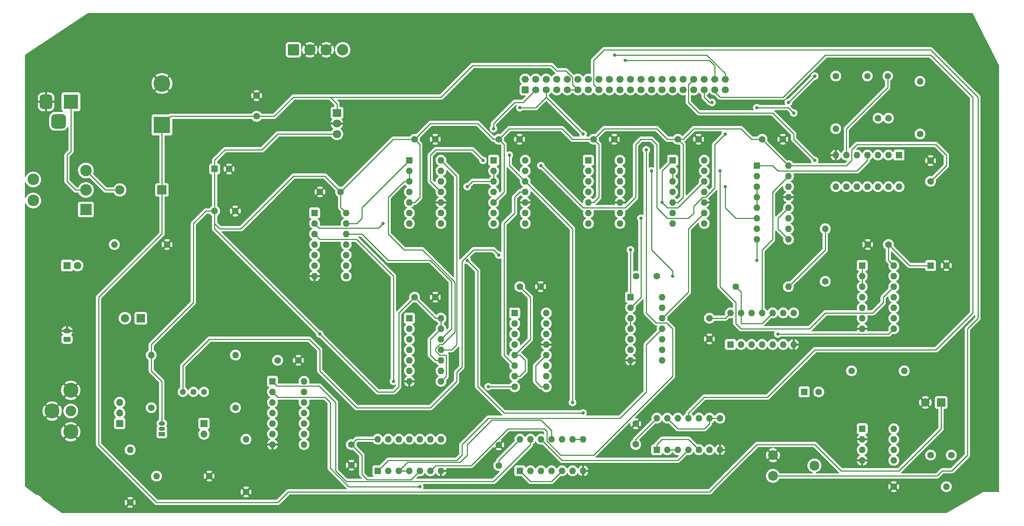
<source format=gbr>
%TF.GenerationSoftware,KiCad,Pcbnew,(6.0.5)*%
%TF.CreationDate,2022-11-22T19:08:20-05:00*%
%TF.ProjectId,full video board,66756c6c-2076-4696-9465-6f20626f6172,rev?*%
%TF.SameCoordinates,Original*%
%TF.FileFunction,Copper,L2,Bot*%
%TF.FilePolarity,Positive*%
%FSLAX46Y46*%
G04 Gerber Fmt 4.6, Leading zero omitted, Abs format (unit mm)*
G04 Created by KiCad (PCBNEW (6.0.5)) date 2022-11-22 19:08:20*
%MOMM*%
%LPD*%
G01*
G04 APERTURE LIST*
G04 Aperture macros list*
%AMRoundRect*
0 Rectangle with rounded corners*
0 $1 Rounding radius*
0 $2 $3 $4 $5 $6 $7 $8 $9 X,Y pos of 4 corners*
0 Add a 4 corners polygon primitive as box body*
4,1,4,$2,$3,$4,$5,$6,$7,$8,$9,$2,$3,0*
0 Add four circle primitives for the rounded corners*
1,1,$1+$1,$2,$3*
1,1,$1+$1,$4,$5*
1,1,$1+$1,$6,$7*
1,1,$1+$1,$8,$9*
0 Add four rect primitives between the rounded corners*
20,1,$1+$1,$2,$3,$4,$5,0*
20,1,$1+$1,$4,$5,$6,$7,0*
20,1,$1+$1,$6,$7,$8,$9,0*
20,1,$1+$1,$8,$9,$2,$3,0*%
G04 Aperture macros list end*
%TA.AperFunction,ComponentPad*%
%ADD10RoundRect,0.250001X-1.099999X-1.099999X1.099999X-1.099999X1.099999X1.099999X-1.099999X1.099999X0*%
%TD*%
%TA.AperFunction,ComponentPad*%
%ADD11C,2.700000*%
%TD*%
%TA.AperFunction,ComponentPad*%
%ADD12R,1.700000X1.700000*%
%TD*%
%TA.AperFunction,ComponentPad*%
%ADD13O,1.700000X1.700000*%
%TD*%
%TA.AperFunction,ComponentPad*%
%ADD14RoundRect,0.250000X0.600000X-0.600000X0.600000X0.600000X-0.600000X0.600000X-0.600000X-0.600000X0*%
%TD*%
%TA.AperFunction,ComponentPad*%
%ADD15C,1.700000*%
%TD*%
%TA.AperFunction,ComponentPad*%
%ADD16C,1.500000*%
%TD*%
%TA.AperFunction,ComponentPad*%
%ADD17R,2.000000X1.905000*%
%TD*%
%TA.AperFunction,ComponentPad*%
%ADD18O,2.000000X1.905000*%
%TD*%
%TA.AperFunction,ComponentPad*%
%ADD19R,1.600000X1.600000*%
%TD*%
%TA.AperFunction,ComponentPad*%
%ADD20O,1.600000X1.600000*%
%TD*%
%TA.AperFunction,ComponentPad*%
%ADD21R,2.775000X2.775000*%
%TD*%
%TA.AperFunction,ComponentPad*%
%ADD22C,2.775000*%
%TD*%
%TA.AperFunction,ComponentPad*%
%ADD23C,1.440000*%
%TD*%
%TA.AperFunction,ComponentPad*%
%ADD24C,2.340000*%
%TD*%
%TA.AperFunction,ComponentPad*%
%ADD25C,1.600000*%
%TD*%
%TA.AperFunction,ComponentPad*%
%ADD26R,1.500000X1.050000*%
%TD*%
%TA.AperFunction,ComponentPad*%
%ADD27O,1.500000X1.050000*%
%TD*%
%TA.AperFunction,ComponentPad*%
%ADD28RoundRect,0.250000X0.625000X-0.350000X0.625000X0.350000X-0.625000X0.350000X-0.625000X-0.350000X0*%
%TD*%
%TA.AperFunction,ComponentPad*%
%ADD29O,1.750000X1.200000*%
%TD*%
%TA.AperFunction,ComponentPad*%
%ADD30R,3.500000X3.500000*%
%TD*%
%TA.AperFunction,ComponentPad*%
%ADD31RoundRect,0.750000X-0.750000X-1.000000X0.750000X-1.000000X0.750000X1.000000X-0.750000X1.000000X0*%
%TD*%
%TA.AperFunction,ComponentPad*%
%ADD32RoundRect,0.875000X-0.875000X-0.875000X0.875000X-0.875000X0.875000X0.875000X-0.875000X0.875000X0*%
%TD*%
%TA.AperFunction,ComponentPad*%
%ADD33C,2.550000*%
%TD*%
%TA.AperFunction,ComponentPad*%
%ADD34C,3.616000*%
%TD*%
%TA.AperFunction,ComponentPad*%
%ADD35R,1.800000X1.800000*%
%TD*%
%TA.AperFunction,ComponentPad*%
%ADD36C,1.800000*%
%TD*%
%TA.AperFunction,ComponentPad*%
%ADD37R,2.200000X2.200000*%
%TD*%
%TA.AperFunction,ComponentPad*%
%ADD38O,2.200000X2.200000*%
%TD*%
%TA.AperFunction,ComponentPad*%
%ADD39R,2.000000X2.000000*%
%TD*%
%TA.AperFunction,ComponentPad*%
%ADD40C,2.000000*%
%TD*%
%TA.AperFunction,ComponentPad*%
%ADD41R,4.000000X4.000000*%
%TD*%
%TA.AperFunction,ComponentPad*%
%ADD42C,4.000000*%
%TD*%
%TA.AperFunction,ViaPad*%
%ADD43C,0.800000*%
%TD*%
%TA.AperFunction,Conductor*%
%ADD44C,0.250000*%
%TD*%
G04 APERTURE END LIST*
D10*
%TO.P,J4,1,Pin_1*%
%TO.N,+5V*%
X168910000Y-95250000D03*
D11*
%TO.P,J4,2,Pin_2*%
%TO.N,GND*%
X172870000Y-95250000D03*
%TO.P,J4,3,Pin_3*%
X176830000Y-95250000D03*
%TO.P,J4,4,Pin_4*%
%TO.N,+5V*%
X180790000Y-95250000D03*
%TD*%
D12*
%TO.P,JP2,1,A*%
%TO.N,Net-(Q1-Pad1)*%
X127000000Y-185420000D03*
D13*
%TO.P,JP2,2,C*%
%TO.N,VIDEOOUT*%
X127000000Y-182880000D03*
%TO.P,JP2,3,B*%
%TO.N,CVID*%
X127000000Y-180340000D03*
%TD*%
D14*
%TO.P,J2,1,Pin_1*%
%TO.N,unconnected-(J2-Pad1)*%
X224790000Y-104892500D03*
D15*
%TO.P,J2,2,Pin_2*%
%TO.N,1V*%
X224790000Y-102352500D03*
%TO.P,J2,3,Pin_3*%
%TO.N,HBLANK*%
X227330000Y-104892500D03*
%TO.P,J2,4,Pin_4*%
%TO.N,2V*%
X227330000Y-102352500D03*
%TO.P,J2,5,Pin_5*%
%TO.N,HRST*%
X229870000Y-104892500D03*
%TO.P,J2,6,Pin_6*%
%TO.N,4V*%
X229870000Y-102352500D03*
%TO.P,J2,7,Pin_7*%
%TO.N,unconnected-(J2-Pad7)*%
X232410000Y-104892500D03*
%TO.P,J2,8,Pin_8*%
%TO.N,8V*%
X232410000Y-102352500D03*
%TO.P,J2,9,Pin_9*%
%TO.N,+9V*%
X234950000Y-104892500D03*
%TO.P,J2,10,Pin_10*%
%TO.N,16V*%
X234950000Y-102352500D03*
%TO.P,J2,11,Pin_11*%
%TO.N,+9V*%
X237490000Y-104892500D03*
%TO.P,J2,12,Pin_12*%
%TO.N,32V*%
X237490000Y-102352500D03*
%TO.P,J2,13,Pin_13*%
%TO.N,unconnected-(J2-Pad13)*%
X240030000Y-104892500D03*
%TO.P,J2,14,Pin_14*%
%TO.N,64V*%
X240030000Y-102352500D03*
%TO.P,J2,15,Pin_15*%
%TO.N,AUDIN*%
X242570000Y-104892500D03*
%TO.P,J2,16,Pin_16*%
%TO.N,128V*%
X242570000Y-102352500D03*
%TO.P,J2,17,Pin_17*%
%TO.N,unconnected-(J2-Pad17)*%
X245110000Y-104892500D03*
%TO.P,J2,18,Pin_18*%
%TO.N,256V*%
X245110000Y-102352500D03*
%TO.P,J2,19,Pin_19*%
%TO.N,unconnected-(J2-Pad19)*%
X247650000Y-104892500D03*
%TO.P,J2,20,Pin_20*%
%TO.N,unconnected-(J2-Pad20)*%
X247650000Y-102352500D03*
%TO.P,J2,21,Pin_21*%
%TO.N,CSYNC*%
X250190000Y-104892500D03*
%TO.P,J2,22,Pin_22*%
%TO.N,256H*%
X250190000Y-102352500D03*
%TO.P,J2,23,Pin_23*%
%TO.N,unconnected-(J2-Pad23)*%
X252730000Y-104892500D03*
%TO.P,J2,24,Pin_24*%
%TO.N,128H*%
X252730000Y-102352500D03*
%TO.P,J2,25,Pin_25*%
%TO.N,CVID*%
X255270000Y-104892500D03*
%TO.P,J2,26,Pin_26*%
%TO.N,64H*%
X255270000Y-102352500D03*
%TO.P,J2,27,Pin_27*%
%TO.N,unconnected-(J2-Pad27)*%
X257810000Y-104892500D03*
%TO.P,J2,28,Pin_28*%
%TO.N,32H*%
X257810000Y-102352500D03*
%TO.P,J2,29,Pin_29*%
%TO.N,GVID*%
X260350000Y-104892500D03*
%TO.P,J2,30,Pin_30*%
%TO.N,16H*%
X260350000Y-102352500D03*
%TO.P,J2,31,Pin_31*%
%TO.N,unconnected-(J2-Pad31)*%
X262890000Y-104892500D03*
%TO.P,J2,32,Pin_32*%
%TO.N,8H*%
X262890000Y-102352500D03*
%TO.P,J2,33,Pin_33*%
%TO.N,unconnected-(J2-Pad33)*%
X265430000Y-104892500D03*
%TO.P,J2,34,Pin_34*%
%TO.N,4H*%
X265430000Y-102352500D03*
%TO.P,J2,35,Pin_35*%
%TO.N,VRST*%
X267970000Y-104892500D03*
%TO.P,J2,36,Pin_36*%
%TO.N,2H*%
X267970000Y-102352500D03*
%TO.P,J2,37,Pin_37*%
%TO.N,VBLANK*%
X270510000Y-104892500D03*
%TO.P,J2,38,Pin_38*%
%TO.N,1H*%
X270510000Y-102352500D03*
%TO.P,J2,39,Pin_39*%
%TO.N,unconnected-(J2-Pad39)*%
X273050000Y-104892500D03*
%TO.P,J2,40,Pin_40*%
%TO.N,HCLK*%
X273050000Y-102352500D03*
%TD*%
D16*
%TO.P,Y1,1,1*%
%TO.N,Net-(R1-Pad1)*%
X307340000Y-101600000D03*
%TO.P,Y1,2,2*%
%TO.N,Net-(R2-Pad2)*%
X312240000Y-101600000D03*
%TD*%
D17*
%TO.P,U19,1,VI*%
%TO.N,+9V*%
X179395000Y-110490000D03*
D18*
%TO.P,U19,2,GND*%
%TO.N,GND*%
X179395000Y-113030000D03*
%TO.P,U19,3,VO*%
%TO.N,+5V*%
X179395000Y-115570000D03*
%TD*%
D19*
%TO.P,U18,1,GAIN*%
%TO.N,Net-(C22-Pad1)*%
X306080000Y-186700000D03*
D20*
%TO.P,U18,2,-*%
%TO.N,GND*%
X306080000Y-189240000D03*
%TO.P,U18,3,+*%
%TO.N,Net-(RV1-Pad2)*%
X306080000Y-191780000D03*
%TO.P,U18,4,GND*%
%TO.N,GND*%
X306080000Y-194320000D03*
%TO.P,U18,5*%
%TO.N,Net-(C23-Pad1)*%
X313700000Y-194320000D03*
%TO.P,U18,6,V+*%
%TO.N,+9V*%
X313700000Y-191780000D03*
%TO.P,U18,7,BYPASS*%
%TO.N,unconnected-(U18-Pad7)*%
X313700000Y-189240000D03*
%TO.P,U18,8,GAIN*%
%TO.N,Net-(C22-Pad2)*%
X313700000Y-186700000D03*
%TD*%
D19*
%TO.P,U16,1*%
%TO.N,Net-(U13-Pad13)*%
X163840000Y-175255000D03*
D20*
%TO.P,U16,2*%
%TO.N,CSYNC*%
X163840000Y-177795000D03*
%TO.P,U16,3*%
%TO.N,Net-(R10-Pad2)*%
X163840000Y-180335000D03*
%TO.P,U16,4*%
%TO.N,N/C*%
X163840000Y-182875000D03*
%TO.P,U16,5*%
X163840000Y-185415000D03*
%TO.P,U16,6*%
X163840000Y-187955000D03*
%TO.P,U16,7,GND*%
%TO.N,GND*%
X163840000Y-190495000D03*
%TO.P,U16,8*%
%TO.N,N/C*%
X171460000Y-190495000D03*
%TO.P,U16,9*%
X171460000Y-187955000D03*
%TO.P,U16,10*%
X171460000Y-185415000D03*
%TO.P,U16,11*%
X171460000Y-182875000D03*
%TO.P,U16,12*%
X171460000Y-180335000D03*
%TO.P,U16,13*%
X171460000Y-177795000D03*
%TO.P,U16,14,VCC*%
%TO.N,+5V*%
X171460000Y-175255000D03*
%TD*%
D19*
%TO.P,U15,1*%
%TO.N,Net-(U15-Pad1)*%
X256535000Y-191760000D03*
D20*
%TO.P,U15,2*%
%TO.N,GVID*%
X259075000Y-191760000D03*
%TO.P,U15,3*%
X261615000Y-191760000D03*
%TO.P,U15,4*%
%TO.N,Net-(U13-Pad12)*%
X264155000Y-191760000D03*
%TO.P,U15,5*%
%TO.N,Net-(U15-Pad1)*%
X266695000Y-191760000D03*
%TO.P,U15,6*%
%TO.N,Net-(U15-Pad10)*%
X269235000Y-191760000D03*
%TO.P,U15,7,GND*%
%TO.N,GND*%
X271775000Y-191760000D03*
%TO.P,U15,8*%
%TO.N,Net-(U15-Pad13)*%
X271775000Y-184140000D03*
%TO.P,U15,9*%
X269235000Y-184140000D03*
%TO.P,U15,10*%
%TO.N,Net-(U15-Pad10)*%
X266695000Y-184140000D03*
%TO.P,U15,11*%
%TO.N,VBLANK*%
X264155000Y-184140000D03*
%TO.P,U15,12*%
%TO.N,HBLANK*%
X261615000Y-184140000D03*
%TO.P,U15,13*%
%TO.N,Net-(U15-Pad13)*%
X259075000Y-184140000D03*
%TO.P,U15,14,VCC*%
%TO.N,+5V*%
X256535000Y-184140000D03*
%TD*%
D19*
%TO.P,U14,1*%
%TO.N,HSYNC*%
X189240000Y-196840000D03*
D20*
%TO.P,U14,2*%
%TO.N,Net-(U14-Pad2)*%
X191780000Y-196840000D03*
%TO.P,U14,3*%
%TO.N,Net-(U13-Pad11)*%
X194320000Y-196840000D03*
%TO.P,U14,4*%
X196860000Y-196840000D03*
%TO.P,U14,5*%
%TO.N,+5V*%
X199400000Y-196840000D03*
%TO.P,U14,6*%
%TO.N,CSYNC*%
X201940000Y-196840000D03*
%TO.P,U14,7,GND*%
%TO.N,GND*%
X204480000Y-196840000D03*
%TO.P,U14,8*%
%TO.N,N/C*%
X204480000Y-189220000D03*
%TO.P,U14,9*%
X201940000Y-189220000D03*
%TO.P,U14,10*%
X199400000Y-189220000D03*
%TO.P,U14,11*%
X196860000Y-189220000D03*
%TO.P,U14,12*%
X194320000Y-189220000D03*
%TO.P,U14,13*%
X191780000Y-189220000D03*
%TO.P,U14,14,VCC*%
%TO.N,+5V*%
X189240000Y-189220000D03*
%TD*%
D19*
%TO.P,U13,1*%
%TO.N,Net-(U13-Pad1)*%
X223515000Y-196840000D03*
D20*
%TO.P,U13,2*%
%TO.N,VRST*%
X226055000Y-196840000D03*
%TO.P,U13,3*%
%TO.N,VBLANK*%
X228595000Y-196840000D03*
%TO.P,U13,4*%
X231135000Y-196840000D03*
%TO.P,U13,5*%
%TO.N,Net-(U13-Pad1)*%
X233675000Y-196840000D03*
%TO.P,U13,6*%
%TO.N,16V*%
X236215000Y-196840000D03*
%TO.P,U13,7,GND*%
%TO.N,GND*%
X238755000Y-196840000D03*
%TO.P,U13,8*%
%TO.N,8V*%
X238755000Y-189220000D03*
%TO.P,U13,9*%
X236215000Y-189220000D03*
%TO.P,U13,10*%
%TO.N,Net-(U8-Pad4)*%
X233675000Y-189220000D03*
%TO.P,U13,11*%
%TO.N,Net-(U13-Pad11)*%
X231135000Y-189220000D03*
%TO.P,U13,12*%
%TO.N,Net-(U13-Pad12)*%
X228595000Y-189220000D03*
%TO.P,U13,13*%
%TO.N,Net-(U13-Pad13)*%
X226055000Y-189220000D03*
%TO.P,U13,14,VCC*%
%TO.N,+5V*%
X223515000Y-189220000D03*
%TD*%
D19*
%TO.P,U12,1,CP1..3*%
%TO.N,16V*%
X217180000Y-121915000D03*
D20*
%TO.P,U12,2,R0(1)*%
%TO.N,VRST*%
X217180000Y-124455000D03*
%TO.P,U12,3,R0(2)*%
X217180000Y-126995000D03*
%TO.P,U12,4*%
%TO.N,N/C*%
X217180000Y-129535000D03*
%TO.P,U12,5,VCC*%
%TO.N,+5V*%
X217180000Y-132075000D03*
%TO.P,U12,6*%
%TO.N,N/C*%
X217180000Y-134615000D03*
%TO.P,U12,7*%
X217180000Y-137155000D03*
%TO.P,U12,8,Q2*%
%TO.N,64V*%
X224800000Y-137155000D03*
%TO.P,U12,9,Q1*%
%TO.N,32V*%
X224800000Y-134615000D03*
%TO.P,U12,10,GND*%
%TO.N,GND*%
X224800000Y-132075000D03*
%TO.P,U12,11,Q3*%
%TO.N,128V*%
X224800000Y-129535000D03*
%TO.P,U12,12,Q0*%
%TO.N,16V*%
X224800000Y-126995000D03*
%TO.P,U12,13*%
%TO.N,N/C*%
X224800000Y-124455000D03*
%TO.P,U12,14,CP0*%
%TO.N,8V*%
X224800000Y-121915000D03*
%TD*%
D19*
%TO.P,U11,1,CP1..3*%
%TO.N,1V*%
X196860000Y-121915000D03*
D20*
%TO.P,U11,2,R0(1)*%
%TO.N,VRST*%
X196860000Y-124455000D03*
%TO.P,U11,3,R0(2)*%
X196860000Y-126995000D03*
%TO.P,U11,4*%
%TO.N,N/C*%
X196860000Y-129535000D03*
%TO.P,U11,5,VCC*%
%TO.N,+5V*%
X196860000Y-132075000D03*
%TO.P,U11,6*%
%TO.N,N/C*%
X196860000Y-134615000D03*
%TO.P,U11,7*%
X196860000Y-137155000D03*
%TO.P,U11,8,Q2*%
%TO.N,4V*%
X204480000Y-137155000D03*
%TO.P,U11,9,Q1*%
%TO.N,2V*%
X204480000Y-134615000D03*
%TO.P,U11,10,GND*%
%TO.N,GND*%
X204480000Y-132075000D03*
%TO.P,U11,11,Q3*%
%TO.N,8V*%
X204480000Y-129535000D03*
%TO.P,U11,12,Q0*%
%TO.N,1V*%
X204480000Y-126995000D03*
%TO.P,U11,13*%
%TO.N,N/C*%
X204480000Y-124455000D03*
%TO.P,U11,14,CP0*%
%TO.N,HRST*%
X204480000Y-121915000D03*
%TD*%
D19*
%TO.P,U10,1*%
%TO.N,N/C*%
X222260000Y-158765000D03*
D20*
%TO.P,U10,2*%
X222260000Y-161305000D03*
%TO.P,U10,3*%
X222260000Y-163845000D03*
%TO.P,U10,4*%
X222260000Y-166385000D03*
%TO.P,U10,5,VCC*%
%TO.N,+5V*%
X222260000Y-168925000D03*
%TO.P,U10,6,C*%
%TO.N,128V*%
X222260000Y-171465000D03*
%TO.P,U10,7,~{S}*%
%TO.N,+5V*%
X222260000Y-174005000D03*
%TO.P,U10,8,~{R}*%
%TO.N,Net-(U10-Pad8)*%
X222260000Y-176545000D03*
%TO.P,U10,9,J*%
%TO.N,+5V*%
X229880000Y-176545000D03*
%TO.P,U10,10,~{Q}*%
%TO.N,unconnected-(U10-Pad10)*%
X229880000Y-174005000D03*
%TO.P,U10,11,Q*%
%TO.N,256V*%
X229880000Y-171465000D03*
%TO.P,U10,12,K*%
%TO.N,+5V*%
X229880000Y-168925000D03*
%TO.P,U10,13,GND*%
%TO.N,GND*%
X229880000Y-166385000D03*
%TO.P,U10,14*%
%TO.N,N/C*%
X229880000Y-163845000D03*
%TO.P,U10,15*%
X229880000Y-161305000D03*
%TO.P,U10,16*%
X229880000Y-158765000D03*
%TD*%
D19*
%TO.P,U9,1*%
%TO.N,N/C*%
X196860000Y-160015000D03*
D20*
%TO.P,U9,2*%
X196860000Y-162555000D03*
%TO.P,U9,3*%
X196860000Y-165095000D03*
%TO.P,U9,4*%
X196860000Y-167635000D03*
%TO.P,U9,5*%
X196860000Y-170175000D03*
%TO.P,U9,6*%
X196860000Y-172715000D03*
%TO.P,U9,7,GND*%
%TO.N,GND*%
X196860000Y-175255000D03*
%TO.P,U9,8,~{Q}*%
%TO.N,VRST*%
X204480000Y-175255000D03*
%TO.P,U9,9,Q*%
%TO.N,Net-(U10-Pad8)*%
X204480000Y-172715000D03*
%TO.P,U9,10,~{S}*%
%TO.N,+5V*%
X204480000Y-170175000D03*
%TO.P,U9,11,C*%
%TO.N,HRST*%
X204480000Y-167635000D03*
%TO.P,U9,12,D*%
%TO.N,Net-(U8-Pad12)*%
X204480000Y-165095000D03*
%TO.P,U9,13,~{R}*%
%TO.N,+5V*%
X204480000Y-162555000D03*
%TO.P,U9,14,VCC*%
X204480000Y-160015000D03*
%TD*%
D19*
%TO.P,U8,1*%
%TO.N,256V*%
X174000000Y-134615000D03*
D20*
%TO.P,U8,2*%
%TO.N,4V*%
X174000000Y-137155000D03*
%TO.P,U8,3*%
%TO.N,VBLANK*%
X174000000Y-139695000D03*
%TO.P,U8,4*%
%TO.N,Net-(U8-Pad4)*%
X174000000Y-142235000D03*
%TO.P,U8,5*%
%TO.N,4V*%
X174000000Y-144775000D03*
%TO.P,U8,6*%
%TO.N,Net-(U14-Pad2)*%
X174000000Y-147315000D03*
%TO.P,U8,7,GND*%
%TO.N,GND*%
X174000000Y-149855000D03*
%TO.P,U8,8*%
%TO.N,N/C*%
X181620000Y-149855000D03*
%TO.P,U8,9*%
X181620000Y-147315000D03*
%TO.P,U8,10*%
X181620000Y-144775000D03*
%TO.P,U8,11*%
X181620000Y-142235000D03*
%TO.P,U8,12*%
%TO.N,Net-(U8-Pad12)*%
X181620000Y-139695000D03*
%TO.P,U8,13*%
%TO.N,1V*%
X181620000Y-137155000D03*
%TO.P,U8,14,VCC*%
%TO.N,+5V*%
X181620000Y-134615000D03*
%TD*%
D19*
%TO.P,U7,1*%
%TO.N,Net-(R3-Pad1)*%
X306080000Y-147315000D03*
D20*
%TO.P,U7,2*%
X306080000Y-149855000D03*
%TO.P,U7,3*%
X306080000Y-152395000D03*
%TO.P,U7,4*%
%TO.N,256H*%
X306080000Y-154935000D03*
%TO.P,U7,5*%
%TO.N,128H*%
X306080000Y-157475000D03*
%TO.P,U7,6*%
%TO.N,64H*%
X306080000Y-160015000D03*
%TO.P,U7,7,GND*%
%TO.N,GND*%
X306080000Y-162555000D03*
%TO.P,U7,8*%
%TO.N,Net-(U5-Pad12)*%
X313700000Y-162555000D03*
%TO.P,U7,9*%
%TO.N,N/C*%
X313700000Y-160015000D03*
%TO.P,U7,10*%
X313700000Y-157475000D03*
%TO.P,U7,11*%
%TO.N,4H*%
X313700000Y-154935000D03*
%TO.P,U7,12*%
%TO.N,2H*%
X313700000Y-152395000D03*
%TO.P,U7,13*%
%TO.N,N/C*%
X313700000Y-149855000D03*
%TO.P,U7,14,VCC*%
%TO.N,+5V*%
X313700000Y-147315000D03*
%TD*%
D19*
%TO.P,U6,1*%
%TO.N,64H*%
X250200000Y-154935000D03*
D20*
%TO.P,U6,2*%
%TO.N,16H*%
X250200000Y-157475000D03*
%TO.P,U6,3*%
%TO.N,Net-(U6-Pad3)*%
X250200000Y-160015000D03*
%TO.P,U6,4*%
X250200000Y-162555000D03*
%TO.P,U6,5*%
%TO.N,HBLANK*%
X250200000Y-165095000D03*
%TO.P,U6,6*%
%TO.N,Net-(U6-Pad6)*%
X250200000Y-167635000D03*
%TO.P,U6,7,GND*%
%TO.N,GND*%
X250200000Y-170175000D03*
%TO.P,U6,8*%
%TO.N,HBLANK*%
X257820000Y-170175000D03*
%TO.P,U6,9*%
%TO.N,Net-(U6-Pad6)*%
X257820000Y-167635000D03*
%TO.P,U6,10*%
%TO.N,Net-(U2-Pad8)*%
X257820000Y-165095000D03*
%TO.P,U6,11*%
%TO.N,HSYNC*%
X257820000Y-162555000D03*
%TO.P,U6,12*%
%TO.N,32H*%
X257820000Y-160015000D03*
%TO.P,U6,13*%
%TO.N,HBLANK*%
X257820000Y-157475000D03*
%TO.P,U6,14,VCC*%
%TO.N,+5V*%
X257820000Y-154935000D03*
%TD*%
D19*
%TO.P,U5,1*%
%TO.N,N/C*%
X274315000Y-166360000D03*
D20*
%TO.P,U5,2*%
X276855000Y-166360000D03*
%TO.P,U5,3*%
X279395000Y-166360000D03*
%TO.P,U5,4*%
X281935000Y-166360000D03*
%TO.P,U5,5*%
X284475000Y-166360000D03*
%TO.P,U5,6*%
X287015000Y-166360000D03*
%TO.P,U5,7,GND*%
%TO.N,GND*%
X289555000Y-166360000D03*
%TO.P,U5,8,~{Q}*%
%TO.N,HRST*%
X289555000Y-158740000D03*
%TO.P,U5,9,Q*%
%TO.N,Net-(U2-Pad8)*%
X287015000Y-158740000D03*
%TO.P,U5,10,~{S}*%
%TO.N,Net-(R5-Pad1)*%
X284475000Y-158740000D03*
%TO.P,U5,11,C*%
%TO.N,HCLK*%
X281935000Y-158740000D03*
%TO.P,U5,12,D*%
%TO.N,Net-(U5-Pad12)*%
X279395000Y-158740000D03*
%TO.P,U5,13,~{R}*%
%TO.N,Net-(R5-Pad1)*%
X276855000Y-158740000D03*
%TO.P,U5,14,VCC*%
%TO.N,+5V*%
X274315000Y-158740000D03*
%TD*%
D19*
%TO.P,U4,1,CP1..3*%
%TO.N,16H*%
X260360000Y-121915000D03*
D20*
%TO.P,U4,2,R0(1)*%
%TO.N,HRST*%
X260360000Y-124455000D03*
%TO.P,U4,3,R0(2)*%
X260360000Y-126995000D03*
%TO.P,U4,4*%
%TO.N,N/C*%
X260360000Y-129535000D03*
%TO.P,U4,5,VCC*%
%TO.N,+5V*%
X260360000Y-132075000D03*
%TO.P,U4,6*%
%TO.N,N/C*%
X260360000Y-134615000D03*
%TO.P,U4,7*%
X260360000Y-137155000D03*
%TO.P,U4,8,Q2*%
%TO.N,64H*%
X267980000Y-137155000D03*
%TO.P,U4,9,Q1*%
%TO.N,32H*%
X267980000Y-134615000D03*
%TO.P,U4,10,GND*%
%TO.N,GND*%
X267980000Y-132075000D03*
%TO.P,U4,11,Q3*%
%TO.N,128H*%
X267980000Y-129535000D03*
%TO.P,U4,12,Q0*%
%TO.N,16H*%
X267980000Y-126995000D03*
%TO.P,U4,13*%
%TO.N,N/C*%
X267980000Y-124455000D03*
%TO.P,U4,14,CP0*%
%TO.N,8H*%
X267980000Y-121915000D03*
%TD*%
D19*
%TO.P,U3,1,CP1..3*%
%TO.N,1H*%
X240040000Y-121920000D03*
D20*
%TO.P,U3,2,R0(1)*%
%TO.N,HRST*%
X240040000Y-124460000D03*
%TO.P,U3,3,R0(2)*%
X240040000Y-127000000D03*
%TO.P,U3,4*%
%TO.N,N/C*%
X240040000Y-129540000D03*
%TO.P,U3,5,VCC*%
%TO.N,+5V*%
X240040000Y-132080000D03*
%TO.P,U3,6*%
%TO.N,N/C*%
X240040000Y-134620000D03*
%TO.P,U3,7*%
X240040000Y-137160000D03*
%TO.P,U3,8,Q2*%
%TO.N,4H*%
X247660000Y-137160000D03*
%TO.P,U3,9,Q1*%
%TO.N,2H*%
X247660000Y-134620000D03*
%TO.P,U3,10,GND*%
%TO.N,GND*%
X247660000Y-132080000D03*
%TO.P,U3,11,Q3*%
%TO.N,8H*%
X247660000Y-129540000D03*
%TO.P,U3,12,Q0*%
%TO.N,1H*%
X247660000Y-127000000D03*
%TO.P,U3,13*%
%TO.N,N/C*%
X247660000Y-124460000D03*
%TO.P,U3,14,CP0*%
%TO.N,HCLK*%
X247660000Y-121920000D03*
%TD*%
D19*
%TO.P,U2,1,C*%
%TO.N,Net-(U1-Pad4)*%
X280680000Y-123205000D03*
D20*
%TO.P,U2,2,~{S}*%
%TO.N,+5V*%
X280680000Y-125745000D03*
%TO.P,U2,3,~{R}*%
X280680000Y-128285000D03*
%TO.P,U2,4,J*%
X280680000Y-130825000D03*
%TO.P,U2,5,VCC*%
X280680000Y-133365000D03*
%TO.P,U2,6,C*%
%TO.N,128H*%
X280680000Y-135905000D03*
%TO.P,U2,7,~{S}*%
%TO.N,Net-(R4-Pad1)*%
X280680000Y-138445000D03*
%TO.P,U2,8,~{R}*%
%TO.N,Net-(U2-Pad8)*%
X280680000Y-140985000D03*
%TO.P,U2,9,J*%
%TO.N,Net-(R4-Pad1)*%
X288300000Y-140985000D03*
%TO.P,U2,10,~{Q}*%
%TO.N,unconnected-(U2-Pad10)*%
X288300000Y-138445000D03*
%TO.P,U2,11,Q*%
%TO.N,256H*%
X288300000Y-135905000D03*
%TO.P,U2,12,K*%
%TO.N,Net-(R4-Pad1)*%
X288300000Y-133365000D03*
%TO.P,U2,13,GND*%
%TO.N,GND*%
X288300000Y-130825000D03*
%TO.P,U2,14,~{Q}*%
%TO.N,unconnected-(U2-Pad14)*%
X288300000Y-128285000D03*
%TO.P,U2,15,Q*%
%TO.N,HCLK*%
X288300000Y-125745000D03*
%TO.P,U2,16,K*%
%TO.N,+5V*%
X288300000Y-123205000D03*
%TD*%
D19*
%TO.P,U1,1*%
%TO.N,Net-(R1-Pad1)*%
X314965000Y-120660000D03*
D20*
%TO.P,U1,2*%
%TO.N,Net-(C1-Pad2)*%
X312425000Y-120660000D03*
%TO.P,U1,3*%
X309885000Y-120660000D03*
%TO.P,U1,4*%
%TO.N,Net-(U1-Pad4)*%
X307345000Y-120660000D03*
%TO.P,U1,5*%
%TO.N,Net-(C1-Pad1)*%
X304805000Y-120660000D03*
%TO.P,U1,6*%
%TO.N,Net-(R2-Pad2)*%
X302265000Y-120660000D03*
%TO.P,U1,7,GND*%
%TO.N,GND*%
X299725000Y-120660000D03*
%TO.P,U1,8*%
%TO.N,N/C*%
X299725000Y-128280000D03*
%TO.P,U1,9*%
X302265000Y-128280000D03*
%TO.P,U1,10*%
X304805000Y-128280000D03*
%TO.P,U1,11*%
X307345000Y-128280000D03*
%TO.P,U1,12*%
X309885000Y-128280000D03*
%TO.P,U1,13*%
X312425000Y-128280000D03*
%TO.P,U1,14,VCC*%
%TO.N,+5V*%
X314965000Y-128280000D03*
%TD*%
D21*
%TO.P,S1,1*%
%TO.N,unconnected-(S1-Pad1)*%
X118845000Y-133780000D03*
D22*
%TO.P,S1,2*%
%TO.N,Net-(J3-Pad1)*%
X118845000Y-129080000D03*
%TO.P,S1,3*%
%TO.N,Net-(D1-Pad2)*%
X118845000Y-124380000D03*
%TO.P,S1,S1,SHIELD*%
%TO.N,Net-(S1-PadS1)*%
X106145000Y-126540000D03*
%TO.P,S1,S2,SHIELD*%
X106145000Y-131620000D03*
%TD*%
D23*
%TO.P,RV2,1,1*%
%TO.N,Net-(R10-Pad2)*%
X147320000Y-177800000D03*
%TO.P,RV2,2,2*%
X144780000Y-177800000D03*
%TO.P,RV2,3,3*%
%TO.N,CVID*%
X142240000Y-177800000D03*
%TD*%
D24*
%TO.P,RV1,1,1*%
%TO.N,AUDIN*%
X284560000Y-198055000D03*
%TO.P,RV1,2,2*%
%TO.N,Net-(RV1-Pad2)*%
X294560000Y-195555000D03*
%TO.P,RV1,3,3*%
%TO.N,GND*%
X284560000Y-193055000D03*
%TD*%
D25*
%TO.P,R12,1*%
%TO.N,GND*%
X138430000Y-142240000D03*
D20*
%TO.P,R12,2*%
%TO.N,Net-(D2-Pad1)*%
X125730000Y-142240000D03*
%TD*%
D25*
%TO.P,R11,1*%
%TO.N,GND*%
X313690000Y-200660000D03*
D20*
%TO.P,R11,2*%
%TO.N,Net-(C23-Pad2)*%
X326390000Y-200660000D03*
%TD*%
D25*
%TO.P,R10,1*%
%TO.N,GND*%
X157480000Y-201930000D03*
D20*
%TO.P,R10,2*%
%TO.N,Net-(R10-Pad2)*%
X157480000Y-189230000D03*
%TD*%
D25*
%TO.P,R9,1*%
%TO.N,Net-(R10-Pad2)*%
X154940000Y-181610000D03*
D20*
%TO.P,R9,2*%
%TO.N,+5V*%
X154940000Y-168910000D03*
%TD*%
%TO.P,R8,2*%
%TO.N,Net-(Q1-Pad1)*%
X129540000Y-191770000D03*
D25*
%TO.P,R8,1*%
%TO.N,GND*%
X129540000Y-204470000D03*
%TD*%
%TO.P,R7,1*%
%TO.N,GND*%
X148590000Y-198120000D03*
D20*
%TO.P,R7,2*%
%TO.N,Net-(Q1-Pad2)*%
X135890000Y-198120000D03*
%TD*%
D25*
%TO.P,R6,1*%
%TO.N,Net-(Q1-Pad2)*%
X134620000Y-181610000D03*
D20*
%TO.P,R6,2*%
%TO.N,+5V*%
X134620000Y-168910000D03*
%TD*%
D25*
%TO.P,R5,1*%
%TO.N,Net-(R5-Pad1)*%
X275590000Y-152400000D03*
D20*
%TO.P,R5,2*%
%TO.N,+5V*%
X288290000Y-152400000D03*
%TD*%
D25*
%TO.P,R4,1*%
%TO.N,Net-(R4-Pad1)*%
X297180000Y-151130000D03*
D20*
%TO.P,R4,2*%
%TO.N,+5V*%
X297180000Y-138430000D03*
%TD*%
D25*
%TO.P,R3,1*%
%TO.N,Net-(R3-Pad1)*%
X303530000Y-172720000D03*
D20*
%TO.P,R3,2*%
%TO.N,+5V*%
X316230000Y-172720000D03*
%TD*%
D25*
%TO.P,R2,1*%
%TO.N,Net-(C1-Pad1)*%
X320040000Y-115570000D03*
D20*
%TO.P,R2,2*%
%TO.N,Net-(R2-Pad2)*%
X320040000Y-102870000D03*
%TD*%
D25*
%TO.P,R1,1*%
%TO.N,Net-(R1-Pad1)*%
X299720000Y-101600000D03*
D20*
%TO.P,R1,2*%
%TO.N,Net-(C1-Pad2)*%
X299720000Y-114300000D03*
%TD*%
D26*
%TO.P,Q1,1,E*%
%TO.N,Net-(Q1-Pad1)*%
X137160000Y-187960000D03*
D27*
%TO.P,Q1,2,B*%
%TO.N,Net-(Q1-Pad2)*%
X137160000Y-186690000D03*
%TO.P,Q1,3,C*%
%TO.N,+5V*%
X137160000Y-185420000D03*
%TD*%
D12*
%TO.P,JP1,1,A*%
%TO.N,CVID*%
X147320000Y-185420000D03*
D13*
%TO.P,JP1,2,B*%
%TO.N,Net-(Q1-Pad2)*%
X147320000Y-187960000D03*
%TD*%
D28*
%TO.P,J5,1,Pin_1*%
%TO.N,Net-(C24-Pad2)*%
X114300000Y-165100000D03*
D29*
%TO.P,J5,2,Pin_2*%
%TO.N,GND*%
X114300000Y-163100000D03*
%TD*%
D30*
%TO.P,J3,1*%
%TO.N,Net-(J3-Pad1)*%
X115250000Y-107802500D03*
D31*
%TO.P,J3,2*%
%TO.N,GND*%
X109250000Y-107802500D03*
D32*
%TO.P,J3,3*%
%TO.N,N/C*%
X112250000Y-112502500D03*
%TD*%
D33*
%TO.P,J1,2,2*%
%TO.N,VIDEOOUT*%
X115200000Y-182420000D03*
D34*
%TO.P,J1,1A,1*%
%TO.N,GND*%
X115200000Y-177420000D03*
%TO.P,J1,1B,1*%
X115200000Y-187420000D03*
%TO.P,J1,1C,1*%
X110700000Y-182420000D03*
%TD*%
D35*
%TO.P,D2,1,K*%
%TO.N,Net-(D2-Pad1)*%
X114300000Y-147320000D03*
D36*
%TO.P,D2,2,A*%
%TO.N,+5V*%
X116840000Y-147320000D03*
%TD*%
D37*
%TO.P,D1,1,K*%
%TO.N,+9V*%
X137190000Y-129080000D03*
D38*
%TO.P,D1,2,A*%
%TO.N,Net-(D1-Pad2)*%
X127030000Y-129080000D03*
%TD*%
D25*
%TO.P,C26,1*%
%TO.N,+5V*%
X149890000Y-134160000D03*
%TO.P,C26,2*%
%TO.N,GND*%
X154890000Y-134160000D03*
%TD*%
D19*
%TO.P,C25,1*%
%TO.N,+5V*%
X149890000Y-124000000D03*
D25*
%TO.P,C25,2*%
%TO.N,GND*%
X153390000Y-124000000D03*
%TD*%
D39*
%TO.P,C24,1*%
%TO.N,Net-(C23-Pad1)*%
X132080000Y-160020000D03*
D40*
%TO.P,C24,2*%
%TO.N,Net-(C24-Pad2)*%
X128280000Y-160020000D03*
%TD*%
D25*
%TO.P,C23,1*%
%TO.N,Net-(C23-Pad1)*%
X322580000Y-193040000D03*
%TO.P,C23,2*%
%TO.N,Net-(C23-Pad2)*%
X327580000Y-193040000D03*
%TD*%
D19*
%TO.P,C22,1*%
%TO.N,Net-(C22-Pad1)*%
X292100000Y-177800000D03*
D25*
%TO.P,C22,2*%
%TO.N,Net-(C22-Pad2)*%
X295600000Y-177800000D03*
%TD*%
D39*
%TO.P,C21,1*%
%TO.N,+9V*%
X325120000Y-180340000D03*
D40*
%TO.P,C21,2*%
%TO.N,GND*%
X321320000Y-180340000D03*
%TD*%
D25*
%TO.P,C20,1*%
%TO.N,+9V*%
X160020000Y-111300000D03*
%TO.P,C20,2*%
%TO.N,GND*%
X160020000Y-106300000D03*
%TD*%
D41*
%TO.P,C19,1*%
%TO.N,+9V*%
X137190000Y-113382858D03*
D42*
%TO.P,C19,2*%
%TO.N,GND*%
X137190000Y-103382858D03*
%TD*%
D25*
%TO.P,C18,1*%
%TO.N,+5V*%
X218440000Y-195580000D03*
%TO.P,C18,2*%
%TO.N,GND*%
X218440000Y-190580000D03*
%TD*%
D19*
%TO.P,C17,1*%
%TO.N,+5V*%
X322580000Y-147320000D03*
D25*
%TO.P,C17,2*%
%TO.N,GND*%
X326380000Y-147320000D03*
%TD*%
%TO.P,C16,1*%
%TO.N,+5V*%
X251460000Y-190460000D03*
%TO.P,C16,2*%
%TO.N,GND*%
X251460000Y-185460000D03*
%TD*%
%TO.P,C15,1*%
%TO.N,+5V*%
X218440000Y-116840000D03*
%TO.P,C15,2*%
%TO.N,GND*%
X223440000Y-116840000D03*
%TD*%
%TO.P,C14,1*%
%TO.N,+5V*%
X198120000Y-116840000D03*
%TO.P,C14,2*%
%TO.N,GND*%
X203120000Y-116840000D03*
%TD*%
%TO.P,C13,1*%
%TO.N,+5V*%
X312420000Y-142240000D03*
%TO.P,C13,2*%
%TO.N,GND*%
X307420000Y-142240000D03*
%TD*%
%TO.P,C12,1*%
%TO.N,+5V*%
X223520000Y-152400000D03*
%TO.P,C12,2*%
%TO.N,GND*%
X228520000Y-152400000D03*
%TD*%
%TO.P,C11,1*%
%TO.N,+5V*%
X269240000Y-160020000D03*
%TO.P,C11,2*%
%TO.N,GND*%
X269240000Y-165020000D03*
%TD*%
%TO.P,C10,1*%
%TO.N,+5V*%
X182880000Y-190500000D03*
%TO.P,C10,2*%
%TO.N,GND*%
X182880000Y-195500000D03*
%TD*%
%TO.P,C9,1*%
%TO.N,+5V*%
X165100000Y-170180000D03*
%TO.P,C9,2*%
%TO.N,GND*%
X170100000Y-170180000D03*
%TD*%
%TO.P,C8,1*%
%TO.N,+5V*%
X256540000Y-149860000D03*
%TO.P,C8,2*%
%TO.N,GND*%
X251540000Y-149860000D03*
%TD*%
%TO.P,C7,1*%
%TO.N,+5V*%
X180300000Y-129540000D03*
%TO.P,C7,2*%
%TO.N,GND*%
X175300000Y-129540000D03*
%TD*%
%TO.P,C6,1*%
%TO.N,+5V*%
X198120000Y-154940000D03*
%TO.P,C6,2*%
%TO.N,GND*%
X203120000Y-154940000D03*
%TD*%
%TO.P,C5,1*%
%TO.N,+5V*%
X241300000Y-116840000D03*
%TO.P,C5,2*%
%TO.N,GND*%
X246300000Y-116840000D03*
%TD*%
%TO.P,C4,1*%
%TO.N,+5V*%
X261620000Y-116840000D03*
%TO.P,C4,2*%
%TO.N,GND*%
X266620000Y-116840000D03*
%TD*%
%TO.P,C3,1*%
%TO.N,+5V*%
X281940000Y-116840000D03*
%TO.P,C3,2*%
%TO.N,GND*%
X286940000Y-116840000D03*
%TD*%
%TO.P,C2,1*%
%TO.N,+5V*%
X322580000Y-127000000D03*
%TO.P,C2,2*%
%TO.N,GND*%
X322580000Y-122000000D03*
%TD*%
%TO.P,C1,1*%
%TO.N,Net-(C1-Pad1)*%
X309920000Y-111760000D03*
%TO.P,C1,2*%
%TO.N,Net-(C1-Pad2)*%
X312420000Y-111760000D03*
%TD*%
D43*
%TO.N,GND*%
X190500000Y-152400000D03*
X195580000Y-152400000D03*
%TO.N,+5V*%
X175260000Y-163830000D03*
%TO.N,GND*%
X217170000Y-140970000D03*
X222250000Y-142240000D03*
X309880000Y-160020000D03*
X288290000Y-111760000D03*
X220980000Y-198120000D03*
X215900000Y-198120000D03*
X246380000Y-151130000D03*
X251460000Y-133350000D03*
X162560000Y-139700000D03*
X162560000Y-127000000D03*
X232410000Y-132080000D03*
X229870000Y-116840000D03*
X233680000Y-113030000D03*
X234950000Y-109220000D03*
X247650000Y-111760000D03*
X261620000Y-113030000D03*
%TO.N,HRST*%
X223520000Y-109220000D03*
%TO.N,16H*%
X257810000Y-132080000D03*
X252730000Y-135890000D03*
%TO.N,64H*%
X250190000Y-143510000D03*
%TO.N,16V*%
X220980000Y-120650000D03*
%TO.N,HCLK*%
X280670000Y-109220000D03*
X289560000Y-110490000D03*
%TO.N,128H*%
X273050000Y-128270000D03*
%TO.N,4V*%
X190500000Y-137160000D03*
%TO.N,Net-(U10-Pad8)*%
X215900000Y-176530000D03*
%TO.N,VBLANK*%
X193040000Y-175260000D03*
%TO.N,CVID*%
X218440000Y-144780000D03*
X260350000Y-149860000D03*
X255270000Y-124460000D03*
%TO.N,GVID*%
X288290000Y-107950000D03*
X294640000Y-101600000D03*
%TO.N,VRST*%
X269869011Y-107950000D03*
X273050000Y-115570000D03*
X228600000Y-123190000D03*
X210820000Y-128270000D03*
%TO.N,8V*%
X238760000Y-182880000D03*
X238760000Y-182880000D03*
X210820000Y-146050000D03*
X214630000Y-121920000D03*
%TO.N,HCLK*%
X246380000Y-96520000D03*
%TO.N,1H*%
X248920000Y-97790000D03*
%TO.N,Net-(U2-Pad8)*%
X280670000Y-146050000D03*
%TO.N,16V*%
X236220000Y-180340000D03*
%TO.N,CSYNC*%
X254000000Y-119380000D03*
X199390000Y-200660000D03*
%TO.N,Net-(U5-Pad12)*%
X285750000Y-163830000D03*
%TO.N,4H*%
X294640000Y-121920000D03*
%TO.N,2H*%
X271780000Y-124460000D03*
%TO.N,HRST*%
X238760000Y-115570000D03*
%TO.N,HBLANK*%
X217170000Y-114300000D03*
%TD*%
D44*
%TO.N,+9V*%
X179395000Y-108275000D02*
X177800000Y-106680000D01*
X179395000Y-110490000D02*
X179395000Y-108275000D01*
%TO.N,+5V*%
X165100000Y-115570000D02*
X179395000Y-115570000D01*
X161290000Y-119380000D02*
X165100000Y-115570000D01*
%TO.N,Net-(U13-Pad1)*%
X231125000Y-199390000D02*
X233675000Y-196840000D01*
X226065000Y-199390000D02*
X231125000Y-199390000D01*
X223515000Y-196840000D02*
X226065000Y-199390000D01*
%TO.N,+5V*%
X144780000Y-137160000D02*
X147780000Y-134160000D01*
X144780000Y-156210000D02*
X144780000Y-137160000D01*
X134620000Y-166370000D02*
X144780000Y-156210000D01*
X147780000Y-134160000D02*
X149890000Y-134160000D01*
X134620000Y-168910000D02*
X134620000Y-166370000D01*
%TO.N,HRST*%
X229870000Y-106680000D02*
X229870000Y-104892500D01*
X227330000Y-109220000D02*
X229870000Y-106680000D01*
X223520000Y-109220000D02*
X227330000Y-109220000D01*
%TO.N,+5V*%
X189230000Y-177800000D02*
X149890000Y-138460000D01*
X149890000Y-138460000D02*
X149890000Y-134160000D01*
X193040000Y-177800000D02*
X189230000Y-177800000D01*
X194310000Y-176530000D02*
X193040000Y-177800000D01*
X194310000Y-158750000D02*
X194310000Y-176530000D01*
X198120000Y-154940000D02*
X194310000Y-158750000D01*
%TO.N,16H*%
X252730000Y-154945000D02*
X252730000Y-135890000D01*
X250200000Y-157475000D02*
X252730000Y-154945000D01*
%TO.N,+5V*%
X280680000Y-130825000D02*
X280680000Y-133365000D01*
X280680000Y-128285000D02*
X280680000Y-130825000D01*
%TO.N,64H*%
X250200000Y-143520000D02*
X250190000Y-143510000D01*
X250200000Y-154935000D02*
X250200000Y-143520000D01*
%TO.N,16V*%
X220980000Y-123175000D02*
X220980000Y-120650000D01*
X224800000Y-126995000D02*
X220980000Y-123175000D01*
%TO.N,Net-(R3-Pad1)*%
X306080000Y-149855000D02*
X306080000Y-152395000D01*
X306080000Y-147315000D02*
X306080000Y-149855000D01*
%TO.N,+5V*%
X297180000Y-143510000D02*
X288290000Y-152400000D01*
X297180000Y-138430000D02*
X297180000Y-143510000D01*
%TO.N,HCLK*%
X288290000Y-109220000D02*
X280670000Y-109220000D01*
X289560000Y-110490000D02*
X288290000Y-109220000D01*
%TO.N,Net-(R4-Pad1)*%
X285750000Y-135915000D02*
X285750000Y-138435000D01*
X285750000Y-138435000D02*
X288300000Y-140985000D01*
X288300000Y-133365000D02*
X285750000Y-135915000D01*
%TO.N,128H*%
X275605000Y-135905000D02*
X280680000Y-135905000D01*
X273050000Y-133350000D02*
X275605000Y-135905000D01*
X273050000Y-128270000D02*
X273050000Y-133350000D01*
%TO.N,+9V*%
X137190000Y-139670000D02*
X137190000Y-129080000D01*
X121920000Y-154940000D02*
X137190000Y-139670000D01*
X121920000Y-190500000D02*
X121920000Y-154940000D01*
X135890000Y-204470000D02*
X121920000Y-190500000D01*
X165100000Y-204470000D02*
X135890000Y-204470000D01*
X167640000Y-201930000D02*
X165100000Y-204470000D01*
X269240000Y-201930000D02*
X167640000Y-201930000D01*
X280670000Y-190500000D02*
X269240000Y-201930000D01*
X294640000Y-190500000D02*
X280670000Y-190500000D01*
X314960000Y-196850000D02*
X300990000Y-196850000D01*
X325120000Y-186690000D02*
X314960000Y-196850000D01*
X300990000Y-196850000D02*
X294640000Y-190500000D01*
X325120000Y-180340000D02*
X325120000Y-186690000D01*
%TO.N,4V*%
X189380489Y-138279511D02*
X190500000Y-137160000D01*
X175124511Y-138279511D02*
X189380489Y-138279511D01*
X174000000Y-137155000D02*
X175124511Y-138279511D01*
%TO.N,1V*%
X184155000Y-137155000D02*
X181620000Y-137155000D01*
X185420000Y-135890000D02*
X184155000Y-137155000D01*
X185420000Y-133355000D02*
X185420000Y-135890000D01*
X196860000Y-121915000D02*
X185420000Y-133355000D01*
%TO.N,+9V*%
X237490000Y-104892500D02*
X234950000Y-104892500D01*
X236220000Y-103622500D02*
X237490000Y-104892500D01*
X236220000Y-101961490D02*
X236220000Y-103622500D01*
X234588510Y-100330000D02*
X236220000Y-101961490D01*
X232410000Y-100330000D02*
X234588510Y-100330000D01*
X231140000Y-99060000D02*
X232410000Y-100330000D01*
X212090000Y-99060000D02*
X231140000Y-99060000D01*
X177800000Y-106680000D02*
X204470000Y-106680000D01*
X204470000Y-106680000D02*
X212090000Y-99060000D01*
%TO.N,AUDIN*%
X241300000Y-103622500D02*
X242570000Y-104892500D01*
X241300000Y-97790000D02*
X241300000Y-103622500D01*
X243840000Y-95250000D02*
X241300000Y-97790000D01*
X322580000Y-95250000D02*
X243840000Y-95250000D01*
X334010000Y-106680000D02*
X322580000Y-95250000D01*
X334010000Y-160020000D02*
X334010000Y-106680000D01*
X331470000Y-162560000D02*
X334010000Y-160020000D01*
X331470000Y-193040000D02*
X331470000Y-162560000D01*
X327660000Y-196850000D02*
X331470000Y-193040000D01*
X325360300Y-196850000D02*
X327660000Y-196850000D01*
X324155300Y-198055000D02*
X325360300Y-196850000D01*
X284560000Y-198055000D02*
X324155300Y-198055000D01*
%TO.N,Net-(U15-Pad13)*%
X271775000Y-184140000D02*
X269235000Y-184140000D01*
X269235000Y-185425000D02*
X269235000Y-184140000D01*
X267970000Y-186690000D02*
X269235000Y-185425000D01*
X261625000Y-186690000D02*
X267970000Y-186690000D01*
X259075000Y-184140000D02*
X261625000Y-186690000D01*
%TO.N,+5V*%
X227330000Y-175260000D02*
X228615000Y-176545000D01*
X227330000Y-171475000D02*
X227330000Y-175260000D01*
X229880000Y-168925000D02*
X227330000Y-171475000D01*
X228615000Y-176545000D02*
X229880000Y-176545000D01*
%TO.N,Net-(U10-Pad8)*%
X215915000Y-176545000D02*
X222260000Y-176545000D01*
X215900000Y-176530000D02*
X215915000Y-176545000D01*
%TO.N,VBLANK*%
X193040000Y-149860000D02*
X193040000Y-175260000D01*
X184150000Y-140970000D02*
X193040000Y-149860000D01*
X175275000Y-140970000D02*
X184150000Y-140970000D01*
X174000000Y-139695000D02*
X175275000Y-140970000D01*
%TO.N,CVID*%
X142240000Y-171450000D02*
X142240000Y-177800000D01*
X148590000Y-165100000D02*
X142240000Y-171450000D01*
X172720000Y-165100000D02*
X148590000Y-165100000D01*
X175260000Y-167640000D02*
X172720000Y-165100000D01*
X184150000Y-181610000D02*
X175260000Y-172720000D01*
X201930000Y-181610000D02*
X184150000Y-181610000D01*
X208280000Y-175260000D02*
X201930000Y-181610000D01*
X208280000Y-173045300D02*
X208280000Y-175260000D01*
X209550000Y-171775300D02*
X208280000Y-173045300D01*
X209550000Y-146295386D02*
X209550000Y-171775300D01*
X212335386Y-143510000D02*
X209550000Y-146295386D01*
X217170000Y-143510000D02*
X212335386Y-143510000D01*
X218440000Y-144780000D02*
X217170000Y-143510000D01*
X175260000Y-172720000D02*
X175260000Y-167640000D01*
X260350000Y-148590000D02*
X260350000Y-149860000D01*
X255270000Y-143510000D02*
X260350000Y-148590000D01*
X255270000Y-124460000D02*
X255270000Y-143510000D01*
%TO.N,GVID*%
X294640000Y-101600000D02*
X288290000Y-107950000D01*
%TO.N,VBLANK*%
X270510000Y-105410000D02*
X270510000Y-104892500D01*
X271780000Y-106680000D02*
X270510000Y-105410000D01*
X287020000Y-106680000D02*
X271780000Y-106680000D01*
X264155000Y-182885000D02*
X264155000Y-184140000D01*
X267970000Y-179070000D02*
X264155000Y-182885000D01*
X294640000Y-167640000D02*
X283210000Y-179070000D01*
X332740000Y-158750000D02*
X323850000Y-167640000D01*
X332740000Y-106680000D02*
X332740000Y-158750000D01*
X323850000Y-167640000D02*
X294640000Y-167640000D01*
X322580000Y-96520000D02*
X332740000Y-106680000D01*
X283210000Y-179070000D02*
X267970000Y-179070000D01*
X297180000Y-96520000D02*
X322580000Y-96520000D01*
X287020000Y-106680000D02*
X297180000Y-96520000D01*
%TO.N,VRST*%
X269240000Y-107950000D02*
X267970000Y-106680000D01*
X269869011Y-107950000D02*
X269240000Y-107950000D01*
X267970000Y-106680000D02*
X267970000Y-104892500D01*
X270510000Y-118110000D02*
X273050000Y-115570000D01*
X270510000Y-125730000D02*
X270510000Y-118110000D01*
X270510000Y-128595300D02*
X270510000Y-125730000D01*
X268295300Y-130810000D02*
X270510000Y-128595300D01*
X267654700Y-130810000D02*
X268295300Y-130810000D01*
X265430000Y-133034700D02*
X267654700Y-130810000D01*
X264160000Y-135890000D02*
X265430000Y-134620000D01*
X259080000Y-135890000D02*
X264160000Y-135890000D01*
X256540000Y-118110000D02*
X256540000Y-133350000D01*
X255270000Y-116840000D02*
X256540000Y-118110000D01*
X252730000Y-116840000D02*
X255270000Y-116840000D01*
X251460000Y-130810000D02*
X251460000Y-118110000D01*
X251460000Y-118110000D02*
X252730000Y-116840000D01*
X248920000Y-133350000D02*
X251460000Y-130810000D01*
X265430000Y-134620000D02*
X265430000Y-133034700D01*
X238760000Y-133350000D02*
X248920000Y-133350000D01*
X256540000Y-133350000D02*
X259080000Y-135890000D01*
X228600000Y-123190000D02*
X238760000Y-133350000D01*
X217180000Y-126995000D02*
X217180000Y-124455000D01*
X212095000Y-126995000D02*
X217180000Y-126995000D01*
X210820000Y-128270000D02*
X212095000Y-126995000D01*
X196860000Y-126995000D02*
X196860000Y-124455000D01*
X195585000Y-126995000D02*
X196860000Y-126995000D01*
X191770000Y-130810000D02*
X195585000Y-126995000D01*
X191770000Y-139700000D02*
X191770000Y-130810000D01*
X200025717Y-143510000D02*
X195580000Y-143510000D01*
X207830480Y-151314763D02*
X200025717Y-143510000D01*
X207830480Y-163334820D02*
X207830480Y-151314763D01*
X204154700Y-166370000D02*
X204795300Y-166370000D01*
X203200000Y-167324700D02*
X204154700Y-166370000D01*
X204164700Y-168910000D02*
X203200000Y-167945300D01*
X203200000Y-167945300D02*
X203200000Y-167324700D01*
X204795300Y-166370000D02*
X207830480Y-163334820D01*
X205740000Y-173995000D02*
X205740000Y-168910000D01*
X195580000Y-143510000D02*
X191770000Y-139700000D01*
X204480000Y-175255000D02*
X205740000Y-173995000D01*
X205740000Y-168910000D02*
X204164700Y-168910000D01*
%TO.N,8V*%
X238755000Y-189220000D02*
X236215000Y-189220000D01*
X219710000Y-182880000D02*
X238760000Y-182880000D01*
X213360000Y-176530000D02*
X219710000Y-182880000D01*
X213360000Y-148590000D02*
X213360000Y-176530000D01*
X210820000Y-146050000D02*
X213360000Y-148590000D01*
X212090000Y-119380000D02*
X214630000Y-121920000D01*
X209550000Y-119380000D02*
X212090000Y-119380000D01*
X201930000Y-120650000D02*
X203200000Y-119380000D01*
X203200000Y-119380000D02*
X209550000Y-119380000D01*
X201930000Y-126985000D02*
X201930000Y-120650000D01*
X204480000Y-129535000D02*
X201930000Y-126985000D01*
%TO.N,HCLK*%
X268605718Y-96520000D02*
X246380000Y-96520000D01*
X273050000Y-100964282D02*
X268605718Y-96520000D01*
X273050000Y-102352500D02*
X273050000Y-100964282D01*
%TO.N,1H*%
X269240000Y-97790000D02*
X270510000Y-99060000D01*
X270510000Y-99060000D02*
X270510000Y-102352500D01*
X248920000Y-97790000D02*
X269240000Y-97790000D01*
%TO.N,HRST*%
X260360000Y-126995000D02*
X260360000Y-124455000D01*
%TO.N,16H*%
X260355000Y-121915000D02*
X260360000Y-121915000D01*
X257810000Y-124460000D02*
X260355000Y-121915000D01*
X257810000Y-132080000D02*
X257810000Y-124460000D01*
X261625000Y-133350000D02*
X259080000Y-133350000D01*
X259080000Y-133350000D02*
X257810000Y-132080000D01*
X267980000Y-126995000D02*
X261625000Y-133350000D01*
%TO.N,+5V*%
X326390000Y-123190000D02*
X322580000Y-127000000D01*
X326390000Y-120650000D02*
X326390000Y-123190000D01*
X323850000Y-118110000D02*
X326390000Y-120650000D01*
X304800000Y-118110000D02*
X323850000Y-118110000D01*
X303530000Y-119380000D02*
X304800000Y-118110000D01*
X303530000Y-121920000D02*
X303530000Y-119380000D01*
X302245000Y-123205000D02*
X303530000Y-121920000D01*
X288300000Y-123205000D02*
X302245000Y-123205000D01*
X317500000Y-147320000D02*
X312420000Y-142240000D01*
X322580000Y-147320000D02*
X317500000Y-147320000D01*
%TO.N,Net-(U2-Pad8)*%
X280680000Y-146040000D02*
X280680000Y-140985000D01*
X280670000Y-146050000D02*
X280680000Y-146040000D01*
%TO.N,16V*%
X236220000Y-138415000D02*
X236220000Y-180340000D01*
X224800000Y-126995000D02*
X236220000Y-138415000D01*
%TO.N,CSYNC*%
X254000000Y-143510000D02*
X254000000Y-119380000D01*
X256389511Y-161139511D02*
X254000000Y-158750000D01*
X258929511Y-161139511D02*
X256389511Y-161139511D01*
X260350000Y-162560000D02*
X258929511Y-161139511D01*
X260350000Y-173990000D02*
X260350000Y-162560000D01*
X241300000Y-193040000D02*
X260350000Y-173990000D01*
X240030000Y-193040000D02*
X241300000Y-193040000D01*
X230010489Y-189685789D02*
X233364700Y-193040000D01*
X233364700Y-193040000D02*
X240030000Y-193040000D01*
X230010489Y-187285009D02*
X230010489Y-189685789D01*
X220609040Y-186690000D02*
X229415480Y-186690000D01*
X254000000Y-158750000D02*
X254000000Y-143510000D01*
X211719040Y-195580000D02*
X220609040Y-186690000D01*
X229415480Y-186690000D02*
X230010489Y-187285009D01*
X203200000Y-195580000D02*
X211719040Y-195580000D01*
X201940000Y-196840000D02*
X203200000Y-195580000D01*
%TO.N,+5V*%
X185420000Y-197670480D02*
X185420000Y-193040000D01*
X186690000Y-198940480D02*
X185420000Y-197670480D01*
X197299520Y-198940480D02*
X186690000Y-198940480D01*
X185420000Y-193040000D02*
X182880000Y-190500000D01*
X199400000Y-196840000D02*
X197299520Y-198940480D01*
%TO.N,Net-(U13-Pad11)*%
X196860000Y-196840000D02*
X194320000Y-196840000D01*
X228600000Y-184599520D02*
X231135000Y-187134520D01*
X216720480Y-184599520D02*
X228600000Y-184599520D01*
X210820000Y-190500000D02*
X216720480Y-184599520D01*
X210820000Y-193040000D02*
X210820000Y-190500000D01*
X209100480Y-194759520D02*
X210820000Y-193040000D01*
X196400480Y-194759520D02*
X209100480Y-194759520D01*
X231135000Y-187134520D02*
X231135000Y-189220000D01*
X194320000Y-196840000D02*
X196400480Y-194759520D01*
%TO.N,128V*%
X222250000Y-130810000D02*
X223525000Y-129535000D01*
X222250000Y-134620000D02*
X222250000Y-130810000D01*
X219710000Y-137160000D02*
X222250000Y-134620000D01*
X223525000Y-129535000D02*
X224800000Y-129535000D01*
X219710000Y-168915000D02*
X219710000Y-137160000D01*
X222260000Y-171465000D02*
X219710000Y-168915000D01*
%TO.N,Net-(U8-Pad12)*%
X185415000Y-139695000D02*
X181620000Y-139695000D01*
X191770000Y-146050000D02*
X185415000Y-139695000D01*
X201930000Y-146050000D02*
X191770000Y-146050000D01*
X207010000Y-151130000D02*
X201930000Y-146050000D01*
X204480000Y-165095000D02*
X207010000Y-162565000D01*
X207010000Y-162565000D02*
X207010000Y-151130000D01*
%TO.N,HRST*%
X208280000Y-166370000D02*
X208280000Y-125715000D01*
X207015000Y-167635000D02*
X208280000Y-166370000D01*
X204480000Y-167635000D02*
X207015000Y-167635000D01*
X208280000Y-125715000D02*
X204480000Y-121915000D01*
%TO.N,CSYNC*%
X182244283Y-200660000D02*
X199390000Y-200660000D01*
X177800000Y-185420000D02*
X177800000Y-196215717D01*
X177800000Y-196215717D02*
X182244283Y-200660000D01*
X177800000Y-180340000D02*
X177800000Y-185420000D01*
X176530000Y-179070000D02*
X177800000Y-180340000D01*
X165115000Y-179070000D02*
X176530000Y-179070000D01*
X163840000Y-177795000D02*
X165115000Y-179070000D01*
%TO.N,Net-(U13-Pad13)*%
X226055000Y-190505000D02*
X226055000Y-189220000D01*
X217170000Y-199390000D02*
X226055000Y-190505000D01*
X179070000Y-196850000D02*
X181610000Y-199390000D01*
X179070000Y-180340000D02*
X179070000Y-196850000D01*
X175109511Y-176379511D02*
X179070000Y-180340000D01*
X164964511Y-176379511D02*
X175109511Y-176379511D01*
X181610000Y-199390000D02*
X217170000Y-199390000D01*
X163840000Y-175255000D02*
X164964511Y-176379511D01*
%TO.N,Net-(U5-Pad12)*%
X312425000Y-163830000D02*
X285750000Y-163830000D01*
X313700000Y-162555000D02*
X312425000Y-163830000D01*
%TO.N,4H*%
X264160000Y-103622500D02*
X265430000Y-102352500D01*
X264160000Y-107950000D02*
X264160000Y-103622500D01*
X266700000Y-110490000D02*
X264160000Y-107950000D01*
X284480000Y-110490000D02*
X266700000Y-110490000D01*
X289560000Y-115570000D02*
X284480000Y-110490000D01*
X289560000Y-116840000D02*
X289560000Y-115570000D01*
X294640000Y-121920000D02*
X289560000Y-116840000D01*
%TO.N,2H*%
X311155000Y-154940000D02*
X313700000Y-152395000D01*
X311150000Y-154940000D02*
X311155000Y-154940000D01*
X311150000Y-156210000D02*
X311150000Y-154940000D01*
X308610000Y-158750000D02*
X311150000Y-156210000D01*
X297180000Y-158750000D02*
X308610000Y-158750000D01*
X293370000Y-162560000D02*
X297180000Y-158750000D01*
X276860000Y-162560000D02*
X293370000Y-162560000D01*
X275590000Y-161290000D02*
X276860000Y-162560000D01*
X275590000Y-156210000D02*
X275590000Y-161290000D01*
X271780000Y-152400000D02*
X275590000Y-156210000D01*
X271780000Y-124460000D02*
X271780000Y-152400000D01*
%TO.N,+5V*%
X312420000Y-146035000D02*
X313700000Y-147315000D01*
X312420000Y-142240000D02*
X312420000Y-146035000D01*
X273035000Y-160020000D02*
X274315000Y-158740000D01*
X269240000Y-160020000D02*
X273035000Y-160020000D01*
X251460000Y-189215000D02*
X256535000Y-184140000D01*
X251460000Y-190460000D02*
X251460000Y-189215000D01*
X218440000Y-194295000D02*
X223515000Y-189220000D01*
X218440000Y-195580000D02*
X218440000Y-194295000D01*
X184160000Y-189220000D02*
X182880000Y-190500000D01*
X189240000Y-189220000D02*
X184160000Y-189220000D01*
X223505000Y-174005000D02*
X222260000Y-174005000D01*
X224790000Y-172720000D02*
X223505000Y-174005000D01*
X224790000Y-170180000D02*
X224790000Y-172720000D01*
X223535000Y-168925000D02*
X224790000Y-170180000D01*
X222260000Y-168925000D02*
X223535000Y-168925000D01*
X226060000Y-165125000D02*
X222260000Y-168925000D01*
X226060000Y-154940000D02*
X226060000Y-165125000D01*
X223520000Y-152400000D02*
X226060000Y-154940000D01*
X201930000Y-165105000D02*
X201930000Y-168910000D01*
X201930000Y-168910000D02*
X203195000Y-170175000D01*
X203195000Y-170175000D02*
X204480000Y-170175000D01*
X204480000Y-162555000D02*
X201930000Y-165105000D01*
X203195000Y-160015000D02*
X198120000Y-154940000D01*
X204480000Y-160015000D02*
X203195000Y-160015000D01*
X204480000Y-160015000D02*
X204480000Y-162555000D01*
%TO.N,HRST*%
X229870000Y-106680000D02*
X238760000Y-115570000D01*
%TO.N,HBLANK*%
X217170000Y-113030000D02*
X217170000Y-114300000D01*
X222250000Y-107950000D02*
X217170000Y-113030000D01*
X224272500Y-107950000D02*
X222250000Y-107950000D01*
X227330000Y-104892500D02*
X224272500Y-107950000D01*
%TO.N,Net-(R5-Pad1)*%
X276860000Y-153670000D02*
X276855000Y-153675000D01*
X275590000Y-152400000D02*
X276860000Y-153670000D01*
X276855000Y-153675000D02*
X276855000Y-158740000D01*
X276855000Y-161285000D02*
X276855000Y-158740000D01*
X276860000Y-161290000D02*
X276855000Y-161285000D01*
X281940000Y-161290000D02*
X276860000Y-161290000D01*
X281940000Y-161275000D02*
X281940000Y-161290000D01*
X284475000Y-158740000D02*
X281940000Y-161275000D01*
%TO.N,HCLK*%
X284505000Y-129540000D02*
X288300000Y-125745000D01*
X284480000Y-129540000D02*
X284505000Y-129540000D01*
X284480000Y-140970000D02*
X284480000Y-129540000D01*
X281935000Y-143515000D02*
X284480000Y-140970000D01*
X281935000Y-158740000D02*
X281935000Y-143515000D01*
%TO.N,Net-(U15-Pad1)*%
X257810000Y-189230000D02*
X256535000Y-190505000D01*
X264165000Y-189230000D02*
X257810000Y-189230000D01*
X256535000Y-190505000D02*
X256535000Y-191760000D01*
X266695000Y-191760000D02*
X264165000Y-189230000D01*
%TO.N,Net-(U13-Pad12)*%
X233680000Y-194305000D02*
X228595000Y-189220000D01*
X261605000Y-194310000D02*
X233680000Y-194310000D01*
X264155000Y-191760000D02*
X261605000Y-194310000D01*
X233680000Y-194310000D02*
X233680000Y-194305000D01*
%TO.N,GVID*%
X261615000Y-191760000D02*
X259075000Y-191760000D01*
%TO.N,HSYNC*%
X191770000Y-194310000D02*
X189240000Y-196840000D01*
X208280000Y-194310000D02*
X191770000Y-194310000D01*
X209550000Y-193040000D02*
X208280000Y-194310000D01*
X209550000Y-190500000D02*
X209550000Y-193040000D01*
X247650000Y-184150000D02*
X215900000Y-184150000D01*
X254000000Y-166375000D02*
X254000000Y-177800000D01*
X257820000Y-162555000D02*
X254000000Y-166375000D01*
X254000000Y-177800000D02*
X247650000Y-184150000D01*
X215900000Y-184150000D02*
X209550000Y-190500000D01*
%TO.N,32H*%
X264160000Y-153675000D02*
X264160000Y-138435000D01*
X264160000Y-138435000D02*
X267980000Y-134615000D01*
X257820000Y-160015000D02*
X264160000Y-153675000D01*
%TO.N,Net-(U6-Pad3)*%
X250200000Y-162555000D02*
X250200000Y-160015000D01*
%TO.N,Net-(U1-Pad4)*%
X304800000Y-124460000D02*
X307345000Y-121915000D01*
X307345000Y-121915000D02*
X307345000Y-120660000D01*
X285750000Y-124460000D02*
X304800000Y-124460000D01*
X284495000Y-123205000D02*
X285750000Y-124460000D01*
X280680000Y-123205000D02*
X284495000Y-123205000D01*
%TO.N,Net-(R2-Pad2)*%
X302265000Y-114295000D02*
X302265000Y-120660000D01*
X312240000Y-101600000D02*
X312240000Y-104320000D01*
X312240000Y-104320000D02*
X302265000Y-114295000D01*
%TO.N,+5V*%
X137160000Y-175260000D02*
X137160000Y-185420000D01*
X134620000Y-172720000D02*
X137160000Y-175260000D01*
X134620000Y-168910000D02*
X134620000Y-172720000D01*
%TO.N,Net-(J3-Pad1)*%
X114300000Y-120650000D02*
X115250000Y-119700000D01*
X114300000Y-127000000D02*
X114300000Y-120650000D01*
X115250000Y-119700000D02*
X115250000Y-107802500D01*
X116380000Y-129080000D02*
X114300000Y-127000000D01*
X118845000Y-129080000D02*
X116380000Y-129080000D01*
%TO.N,Net-(D1-Pad2)*%
X123545000Y-129080000D02*
X118845000Y-124380000D01*
X127030000Y-129080000D02*
X123545000Y-129080000D01*
%TO.N,+9V*%
X137190000Y-113382858D02*
X137190000Y-129080000D01*
X160020000Y-111300000D02*
X139272858Y-111300000D01*
X139272858Y-111300000D02*
X137190000Y-113382858D01*
X168910000Y-106680000D02*
X177800000Y-106680000D01*
X160020000Y-111300000D02*
X164290000Y-111300000D01*
X164290000Y-111300000D02*
X168910000Y-106680000D01*
%TO.N,+5V*%
X288300000Y-123200000D02*
X288300000Y-123205000D01*
X281940000Y-116840000D02*
X288300000Y-123200000D01*
X279400000Y-116840000D02*
X281940000Y-116840000D01*
X276860000Y-114300000D02*
X279400000Y-116840000D01*
X265430000Y-114300000D02*
X276860000Y-114300000D01*
X262890000Y-116840000D02*
X265430000Y-114300000D01*
X261620000Y-116840000D02*
X262890000Y-116840000D01*
X259080000Y-116840000D02*
X261620000Y-116840000D01*
X256540000Y-114300000D02*
X259080000Y-116840000D01*
X243840000Y-114300000D02*
X256540000Y-114300000D01*
X241300000Y-116840000D02*
X243840000Y-114300000D01*
X236220000Y-116840000D02*
X241300000Y-116840000D01*
X233680000Y-114300000D02*
X236220000Y-116840000D01*
X220980000Y-114300000D02*
X233680000Y-114300000D01*
X218440000Y-116840000D02*
X220980000Y-114300000D01*
X217170000Y-116840000D02*
X218440000Y-116840000D01*
X213360000Y-113030000D02*
X217170000Y-116840000D01*
X201930000Y-113030000D02*
X213360000Y-113030000D01*
X198120000Y-116840000D02*
X201930000Y-113030000D01*
X193000000Y-116840000D02*
X180300000Y-129540000D01*
X198120000Y-116840000D02*
X193000000Y-116840000D01*
X156210000Y-138430000D02*
X151130000Y-138430000D01*
X151130000Y-138430000D02*
X149860000Y-137160000D01*
X176490000Y-125730000D02*
X168910000Y-125730000D01*
X168910000Y-125730000D02*
X156210000Y-138430000D01*
X180300000Y-129540000D02*
X176490000Y-125730000D01*
X149860000Y-137160000D02*
X149890000Y-137130000D01*
X149890000Y-137130000D02*
X149890000Y-134160000D01*
X149890000Y-124000000D02*
X149890000Y-134160000D01*
X152400000Y-119380000D02*
X149890000Y-121890000D01*
X161290000Y-119380000D02*
X152400000Y-119380000D01*
X149890000Y-121890000D02*
X149890000Y-124000000D01*
X180300000Y-133295000D02*
X181620000Y-134615000D01*
X180300000Y-129540000D02*
X180300000Y-133295000D01*
X199390000Y-130810000D02*
X198125000Y-132075000D01*
X198125000Y-132075000D02*
X196860000Y-132075000D01*
X199390000Y-118110000D02*
X199390000Y-130810000D01*
X198120000Y-116840000D02*
X199390000Y-118110000D01*
X219710000Y-129545000D02*
X217180000Y-132075000D01*
X219710000Y-118110000D02*
X219710000Y-129545000D01*
X218440000Y-116840000D02*
X219710000Y-118110000D01*
X242570000Y-130810000D02*
X241300000Y-132080000D01*
X241300000Y-132080000D02*
X240040000Y-132080000D01*
X242570000Y-118110000D02*
X242570000Y-130810000D01*
X241300000Y-116840000D02*
X242570000Y-118110000D01*
X261625000Y-132075000D02*
X260360000Y-132075000D01*
X262890000Y-118110000D02*
X262890000Y-130810000D01*
X261620000Y-116840000D02*
X262890000Y-118110000D01*
X262890000Y-130810000D02*
X261625000Y-132075000D01*
%TD*%
%TA.AperFunction,Conductor*%
%TO.N,GND*%
G36*
X332730248Y-86380002D02*
G01*
X332774825Y-86429651D01*
X339076698Y-99033396D01*
X339090000Y-99089745D01*
X339090000Y-201804000D01*
X339069998Y-201872121D01*
X339016342Y-201918614D01*
X338964000Y-201930000D01*
X335280000Y-201930000D01*
X335265724Y-201938158D01*
X335265723Y-201938158D01*
X326419052Y-206993399D01*
X326356538Y-207010000D01*
X113070378Y-207010000D01*
X112997142Y-206986530D01*
X110994487Y-205556062D01*
X128818493Y-205556062D01*
X128827789Y-205568077D01*
X128878994Y-205603931D01*
X128888489Y-205609414D01*
X129085947Y-205701490D01*
X129096239Y-205705236D01*
X129306688Y-205761625D01*
X129317481Y-205763528D01*
X129534525Y-205782517D01*
X129545475Y-205782517D01*
X129762519Y-205763528D01*
X129773312Y-205761625D01*
X129983761Y-205705236D01*
X129994053Y-205701490D01*
X130191511Y-205609414D01*
X130201006Y-205603931D01*
X130253048Y-205567491D01*
X130261424Y-205557012D01*
X130254356Y-205543566D01*
X129552812Y-204842022D01*
X129538868Y-204834408D01*
X129537035Y-204834539D01*
X129530420Y-204838790D01*
X128824923Y-205544287D01*
X128818493Y-205556062D01*
X110994487Y-205556062D01*
X109481665Y-204475475D01*
X128227483Y-204475475D01*
X128246472Y-204692519D01*
X128248375Y-204703312D01*
X128304764Y-204913761D01*
X128308510Y-204924053D01*
X128400586Y-205121511D01*
X128406069Y-205131006D01*
X128442509Y-205183048D01*
X128452988Y-205191424D01*
X128466434Y-205184356D01*
X129167978Y-204482812D01*
X129174356Y-204471132D01*
X129904408Y-204471132D01*
X129904539Y-204472965D01*
X129908790Y-204479580D01*
X130614287Y-205185077D01*
X130626062Y-205191507D01*
X130638077Y-205182211D01*
X130673931Y-205131006D01*
X130679414Y-205121511D01*
X130771490Y-204924053D01*
X130775236Y-204913761D01*
X130831625Y-204703312D01*
X130833528Y-204692519D01*
X130852517Y-204475475D01*
X130852517Y-204464525D01*
X130833528Y-204247481D01*
X130831625Y-204236688D01*
X130775236Y-204026239D01*
X130771490Y-204015947D01*
X130679414Y-203818489D01*
X130673931Y-203808994D01*
X130637491Y-203756952D01*
X130627012Y-203748576D01*
X130613566Y-203755644D01*
X129912022Y-204457188D01*
X129904408Y-204471132D01*
X129174356Y-204471132D01*
X129175592Y-204468868D01*
X129175461Y-204467035D01*
X129171210Y-204460420D01*
X128465713Y-203754923D01*
X128453938Y-203748493D01*
X128441923Y-203757789D01*
X128406069Y-203808994D01*
X128400586Y-203818489D01*
X128308510Y-204015947D01*
X128304764Y-204026239D01*
X128248375Y-204236688D01*
X128246472Y-204247481D01*
X128227483Y-204464525D01*
X128227483Y-204475475D01*
X109481665Y-204475475D01*
X108393433Y-203698166D01*
X108353655Y-203651316D01*
X108352015Y-203647267D01*
X108215735Y-203414518D01*
X108190520Y-203382988D01*
X128818576Y-203382988D01*
X128825644Y-203396434D01*
X129527188Y-204097978D01*
X129541132Y-204105592D01*
X129542965Y-204105461D01*
X129549580Y-204101210D01*
X130255077Y-203395713D01*
X130261507Y-203383938D01*
X130252211Y-203371923D01*
X130201006Y-203336069D01*
X130191511Y-203330586D01*
X129994053Y-203238510D01*
X129983761Y-203234764D01*
X129773312Y-203178375D01*
X129762519Y-203176472D01*
X129545475Y-203157483D01*
X129534525Y-203157483D01*
X129317481Y-203176472D01*
X129306688Y-203178375D01*
X129096239Y-203234764D01*
X129085947Y-203238510D01*
X128888489Y-203330586D01*
X128878994Y-203336069D01*
X128826952Y-203372509D01*
X128818576Y-203382988D01*
X108190520Y-203382988D01*
X108047284Y-203203881D01*
X107850191Y-203019766D01*
X107628584Y-202866032D01*
X107624501Y-202864001D01*
X107624498Y-202863999D01*
X107508987Y-202806534D01*
X107387106Y-202745899D01*
X107382772Y-202744478D01*
X107382769Y-202744477D01*
X107135147Y-202663302D01*
X107135141Y-202663301D01*
X107130814Y-202661882D01*
X107126322Y-202661102D01*
X106910506Y-202623630D01*
X106858825Y-202602017D01*
X104927979Y-201222842D01*
X104192763Y-200697688D01*
X104148958Y-200641819D01*
X104140000Y-200595159D01*
X104140000Y-189229956D01*
X113755502Y-189229956D01*
X113761959Y-189239316D01*
X113783977Y-189258624D01*
X113790519Y-189263644D01*
X114036082Y-189427724D01*
X114043219Y-189431845D01*
X114308106Y-189562472D01*
X114315710Y-189565622D01*
X114595382Y-189660558D01*
X114603334Y-189662689D01*
X114893010Y-189720309D01*
X114901168Y-189721383D01*
X115195881Y-189740699D01*
X115204119Y-189740699D01*
X115498832Y-189721383D01*
X115506990Y-189720309D01*
X115796666Y-189662689D01*
X115804618Y-189660558D01*
X116084290Y-189565622D01*
X116091894Y-189562472D01*
X116356781Y-189431845D01*
X116363918Y-189427724D01*
X116609481Y-189263644D01*
X116616023Y-189258624D01*
X116636175Y-189240952D01*
X116644572Y-189227715D01*
X116638738Y-189217949D01*
X115212810Y-187792020D01*
X115198869Y-187784408D01*
X115197034Y-187784539D01*
X115190420Y-187788790D01*
X113763016Y-189216195D01*
X113755502Y-189229956D01*
X104140000Y-189229956D01*
X104140000Y-187424119D01*
X112879301Y-187424119D01*
X112898617Y-187718832D01*
X112899691Y-187726990D01*
X112957311Y-188016666D01*
X112959442Y-188024618D01*
X113054375Y-188304281D01*
X113057530Y-188311900D01*
X113188156Y-188576781D01*
X113192277Y-188583919D01*
X113356356Y-188829481D01*
X113361376Y-188836023D01*
X113379048Y-188856175D01*
X113392285Y-188864572D01*
X113402051Y-188858738D01*
X114827980Y-187432810D01*
X114834357Y-187421131D01*
X115564408Y-187421131D01*
X115564539Y-187422966D01*
X115568790Y-187429580D01*
X116996195Y-188856984D01*
X117009956Y-188864498D01*
X117019316Y-188858041D01*
X117038624Y-188836023D01*
X117043644Y-188829481D01*
X117207723Y-188583919D01*
X117211844Y-188576781D01*
X117342470Y-188311900D01*
X117345625Y-188304281D01*
X117440558Y-188024618D01*
X117442689Y-188016666D01*
X117500309Y-187726990D01*
X117501383Y-187718832D01*
X117520699Y-187424119D01*
X117520699Y-187415881D01*
X117501383Y-187121168D01*
X117500309Y-187113010D01*
X117442689Y-186823334D01*
X117440558Y-186815382D01*
X117345625Y-186535719D01*
X117342470Y-186528100D01*
X117211844Y-186263219D01*
X117207723Y-186256081D01*
X117043644Y-186010519D01*
X117038624Y-186003977D01*
X117020952Y-185983825D01*
X117007715Y-185975428D01*
X116997949Y-185981262D01*
X115572020Y-187407190D01*
X115564408Y-187421131D01*
X114834357Y-187421131D01*
X114835592Y-187418869D01*
X114835461Y-187417034D01*
X114831210Y-187410420D01*
X113403805Y-185983016D01*
X113390044Y-185975502D01*
X113380684Y-185981959D01*
X113361376Y-186003977D01*
X113356356Y-186010519D01*
X113192277Y-186256081D01*
X113188156Y-186263219D01*
X113057530Y-186528100D01*
X113054375Y-186535719D01*
X112959442Y-186815382D01*
X112957311Y-186823334D01*
X112899691Y-187113010D01*
X112898617Y-187121168D01*
X112879301Y-187415881D01*
X112879301Y-187424119D01*
X104140000Y-187424119D01*
X104140000Y-185612285D01*
X113755428Y-185612285D01*
X113761262Y-185622051D01*
X115187190Y-187047980D01*
X115201131Y-187055592D01*
X115202966Y-187055461D01*
X115209580Y-187051210D01*
X116636984Y-185623805D01*
X116644498Y-185610044D01*
X116638041Y-185600684D01*
X116616023Y-185581376D01*
X116609481Y-185576356D01*
X116363918Y-185412276D01*
X116356781Y-185408155D01*
X116091894Y-185277528D01*
X116084290Y-185274378D01*
X115804618Y-185179442D01*
X115796666Y-185177311D01*
X115506990Y-185119691D01*
X115498832Y-185118617D01*
X115204119Y-185099301D01*
X115195881Y-185099301D01*
X114901168Y-185118617D01*
X114893010Y-185119691D01*
X114603334Y-185177311D01*
X114595382Y-185179442D01*
X114315719Y-185274375D01*
X114308100Y-185277530D01*
X114043219Y-185408156D01*
X114036081Y-185412277D01*
X113790519Y-185576356D01*
X113783977Y-185581376D01*
X113763825Y-185599048D01*
X113755428Y-185612285D01*
X104140000Y-185612285D01*
X104140000Y-184229956D01*
X109255502Y-184229956D01*
X109261959Y-184239316D01*
X109283977Y-184258624D01*
X109290519Y-184263644D01*
X109536082Y-184427724D01*
X109543219Y-184431845D01*
X109808106Y-184562472D01*
X109815710Y-184565622D01*
X110095382Y-184660558D01*
X110103334Y-184662689D01*
X110393010Y-184720309D01*
X110401168Y-184721383D01*
X110695881Y-184740699D01*
X110704119Y-184740699D01*
X110998832Y-184721383D01*
X111006990Y-184720309D01*
X111296666Y-184662689D01*
X111304618Y-184660558D01*
X111584290Y-184565622D01*
X111591894Y-184562472D01*
X111856781Y-184431845D01*
X111863918Y-184427724D01*
X112109481Y-184263644D01*
X112116023Y-184258624D01*
X112136175Y-184240952D01*
X112144572Y-184227715D01*
X112138738Y-184217949D01*
X110712810Y-182792020D01*
X110698869Y-182784408D01*
X110697034Y-182784539D01*
X110690420Y-182788790D01*
X109263016Y-184216195D01*
X109255502Y-184229956D01*
X104140000Y-184229956D01*
X104140000Y-182424119D01*
X108379301Y-182424119D01*
X108398617Y-182718832D01*
X108399691Y-182726990D01*
X108457311Y-183016666D01*
X108459442Y-183024618D01*
X108554375Y-183304281D01*
X108557530Y-183311900D01*
X108688156Y-183576781D01*
X108692277Y-183583919D01*
X108856356Y-183829481D01*
X108861376Y-183836023D01*
X108879048Y-183856175D01*
X108892285Y-183864572D01*
X108902051Y-183858738D01*
X110327980Y-182432810D01*
X110334357Y-182421131D01*
X111064408Y-182421131D01*
X111064539Y-182422966D01*
X111068790Y-182429580D01*
X112496195Y-183856984D01*
X112509956Y-183864498D01*
X112519316Y-183858041D01*
X112538624Y-183836023D01*
X112543644Y-183829481D01*
X112707723Y-183583919D01*
X112711844Y-183576781D01*
X112842470Y-183311900D01*
X112845625Y-183304281D01*
X112940558Y-183024618D01*
X112942689Y-183016666D01*
X113000309Y-182726990D01*
X113001383Y-182718832D01*
X113020699Y-182424119D01*
X113020699Y-182415881D01*
X113017900Y-182373183D01*
X113412112Y-182373183D01*
X113412336Y-182377850D01*
X113412336Y-182377855D01*
X113416533Y-182465230D01*
X113424830Y-182637963D01*
X113449531Y-182762144D01*
X113473644Y-182883365D01*
X113476546Y-182897956D01*
X113478125Y-182902354D01*
X113478127Y-182902361D01*
X113540544Y-183076206D01*
X113566123Y-183147449D01*
X113691594Y-183380961D01*
X113694389Y-183384705D01*
X113694391Y-183384707D01*
X113714115Y-183411121D01*
X113850201Y-183593362D01*
X113853510Y-183596642D01*
X113853515Y-183596648D01*
X114021819Y-183763489D01*
X114038462Y-183779987D01*
X114042224Y-183782745D01*
X114042227Y-183782748D01*
X114197240Y-183896408D01*
X114252239Y-183936735D01*
X114256382Y-183938915D01*
X114256384Y-183938916D01*
X114482687Y-184057980D01*
X114482692Y-184057982D01*
X114486837Y-184060163D01*
X114491260Y-184061708D01*
X114491261Y-184061708D01*
X114732635Y-184145999D01*
X114737102Y-184147559D01*
X114741695Y-184148431D01*
X114992947Y-184196133D01*
X114992950Y-184196133D01*
X114997536Y-184197004D01*
X115123411Y-184201950D01*
X115257750Y-184207228D01*
X115257755Y-184207228D01*
X115262418Y-184207411D01*
X115365397Y-184196133D01*
X115521275Y-184179062D01*
X115521280Y-184179061D01*
X115525928Y-184178552D01*
X115530452Y-184177361D01*
X115777756Y-184112252D01*
X115777759Y-184112251D01*
X115782279Y-184111061D01*
X115863625Y-184076112D01*
X116021544Y-184008265D01*
X116021546Y-184008264D01*
X116025838Y-184006420D01*
X116125458Y-183944773D01*
X116247282Y-183869387D01*
X116247286Y-183869384D01*
X116251255Y-183866928D01*
X116453577Y-183695649D01*
X116501135Y-183641420D01*
X116625278Y-183499862D01*
X116625281Y-183499857D01*
X116628360Y-183496347D01*
X116633121Y-183488946D01*
X116732152Y-183334984D01*
X116771765Y-183273399D01*
X116880641Y-183031703D01*
X116916173Y-182905716D01*
X116951326Y-182781074D01*
X116951327Y-182781071D01*
X116952596Y-182776570D01*
X116961465Y-182706855D01*
X116985652Y-182516733D01*
X116985652Y-182516729D01*
X116986050Y-182513603D01*
X116988501Y-182420000D01*
X116975680Y-182247474D01*
X116969202Y-182160295D01*
X116969201Y-182160291D01*
X116968856Y-182155643D01*
X116910352Y-181897093D01*
X116906377Y-181886870D01*
X116815968Y-181654383D01*
X116815967Y-181654380D01*
X116814275Y-181650030D01*
X116786779Y-181601921D01*
X116734753Y-181510896D01*
X116682735Y-181419883D01*
X116518621Y-181211706D01*
X116325540Y-181030074D01*
X116171094Y-180922930D01*
X116111575Y-180881640D01*
X116111572Y-180881638D01*
X116107733Y-180878975D01*
X116103543Y-180876909D01*
X116103540Y-180876907D01*
X115874172Y-180763796D01*
X115874169Y-180763795D01*
X115869984Y-180761731D01*
X115840913Y-180752425D01*
X115621962Y-180682338D01*
X115621964Y-180682338D01*
X115617517Y-180680915D01*
X115455898Y-180654594D01*
X115360490Y-180639056D01*
X115360489Y-180639056D01*
X115355878Y-180638305D01*
X115223346Y-180636570D01*
X115095492Y-180634896D01*
X115095489Y-180634896D01*
X115090815Y-180634835D01*
X114828150Y-180670582D01*
X114823660Y-180671891D01*
X114823654Y-180671892D01*
X114715430Y-180703437D01*
X114573654Y-180744761D01*
X114569407Y-180746719D01*
X114569404Y-180746720D01*
X114539930Y-180760308D01*
X114332918Y-180855742D01*
X114329009Y-180858305D01*
X114115143Y-180998521D01*
X114115138Y-180998525D01*
X114111230Y-181001087D01*
X113913460Y-181177603D01*
X113743954Y-181381412D01*
X113606434Y-181608038D01*
X113604625Y-181612352D01*
X113604624Y-181612354D01*
X113509966Y-181838087D01*
X113503922Y-181852500D01*
X113502771Y-181857032D01*
X113502770Y-181857035D01*
X113443033Y-182092251D01*
X113438670Y-182109430D01*
X113438201Y-182114086D01*
X113438201Y-182114087D01*
X113436558Y-182130407D01*
X113412112Y-182373183D01*
X113017900Y-182373183D01*
X113001383Y-182121168D01*
X113000309Y-182113010D01*
X112942689Y-181823334D01*
X112940558Y-181815382D01*
X112845625Y-181535719D01*
X112842470Y-181528100D01*
X112711844Y-181263219D01*
X112707723Y-181256081D01*
X112543644Y-181010519D01*
X112538624Y-181003977D01*
X112520952Y-180983825D01*
X112507715Y-180975428D01*
X112497949Y-180981262D01*
X111072020Y-182407190D01*
X111064408Y-182421131D01*
X110334357Y-182421131D01*
X110335592Y-182418869D01*
X110335461Y-182417034D01*
X110331210Y-182410420D01*
X108903805Y-180983016D01*
X108890044Y-180975502D01*
X108880684Y-180981959D01*
X108861376Y-181003977D01*
X108856356Y-181010519D01*
X108692277Y-181256081D01*
X108688156Y-181263219D01*
X108557530Y-181528100D01*
X108554375Y-181535719D01*
X108459442Y-181815382D01*
X108457311Y-181823334D01*
X108399691Y-182113010D01*
X108398617Y-182121168D01*
X108379301Y-182415881D01*
X108379301Y-182424119D01*
X104140000Y-182424119D01*
X104140000Y-180612285D01*
X109255428Y-180612285D01*
X109261262Y-180622051D01*
X110687190Y-182047980D01*
X110701131Y-182055592D01*
X110702966Y-182055461D01*
X110709580Y-182051210D01*
X112136984Y-180623805D01*
X112144498Y-180610044D01*
X112138041Y-180600684D01*
X112116023Y-180581376D01*
X112109481Y-180576356D01*
X111863918Y-180412276D01*
X111856781Y-180408155D01*
X111591894Y-180277528D01*
X111584290Y-180274378D01*
X111304618Y-180179442D01*
X111296666Y-180177311D01*
X111006990Y-180119691D01*
X110998832Y-180118617D01*
X110704119Y-180099301D01*
X110695881Y-180099301D01*
X110401168Y-180118617D01*
X110393010Y-180119691D01*
X110103334Y-180177311D01*
X110095382Y-180179442D01*
X109815719Y-180274375D01*
X109808100Y-180277530D01*
X109543219Y-180408156D01*
X109536081Y-180412277D01*
X109290519Y-180576356D01*
X109283977Y-180581376D01*
X109263825Y-180599048D01*
X109255428Y-180612285D01*
X104140000Y-180612285D01*
X104140000Y-179229956D01*
X113755502Y-179229956D01*
X113761959Y-179239316D01*
X113783977Y-179258624D01*
X113790519Y-179263644D01*
X114036082Y-179427724D01*
X114043219Y-179431845D01*
X114308106Y-179562472D01*
X114315710Y-179565622D01*
X114595382Y-179660558D01*
X114603334Y-179662689D01*
X114893010Y-179720309D01*
X114901168Y-179721383D01*
X115195881Y-179740699D01*
X115204119Y-179740699D01*
X115498832Y-179721383D01*
X115506990Y-179720309D01*
X115796666Y-179662689D01*
X115804618Y-179660558D01*
X116084290Y-179565622D01*
X116091894Y-179562472D01*
X116356781Y-179431845D01*
X116363918Y-179427724D01*
X116609481Y-179263644D01*
X116616023Y-179258624D01*
X116636175Y-179240952D01*
X116644572Y-179227715D01*
X116638738Y-179217949D01*
X115212810Y-177792020D01*
X115198869Y-177784408D01*
X115197034Y-177784539D01*
X115190420Y-177788790D01*
X113763016Y-179216195D01*
X113755502Y-179229956D01*
X104140000Y-179229956D01*
X104140000Y-177424119D01*
X112879301Y-177424119D01*
X112898617Y-177718832D01*
X112899691Y-177726990D01*
X112957311Y-178016666D01*
X112959442Y-178024618D01*
X113054375Y-178304281D01*
X113057530Y-178311900D01*
X113188156Y-178576781D01*
X113192277Y-178583919D01*
X113356356Y-178829481D01*
X113361376Y-178836023D01*
X113379048Y-178856175D01*
X113392285Y-178864572D01*
X113402051Y-178858738D01*
X114827980Y-177432810D01*
X114834357Y-177421131D01*
X115564408Y-177421131D01*
X115564539Y-177422966D01*
X115568790Y-177429580D01*
X116996195Y-178856984D01*
X117009956Y-178864498D01*
X117019316Y-178858041D01*
X117038624Y-178836023D01*
X117043644Y-178829481D01*
X117207723Y-178583919D01*
X117211844Y-178576781D01*
X117342470Y-178311900D01*
X117345625Y-178304281D01*
X117440558Y-178024618D01*
X117442689Y-178016666D01*
X117500309Y-177726990D01*
X117501383Y-177718832D01*
X117520699Y-177424119D01*
X117520699Y-177415881D01*
X117501383Y-177121168D01*
X117500309Y-177113010D01*
X117442689Y-176823334D01*
X117440558Y-176815382D01*
X117345625Y-176535719D01*
X117342470Y-176528100D01*
X117211844Y-176263219D01*
X117207723Y-176256081D01*
X117043644Y-176010519D01*
X117038624Y-176003977D01*
X117020952Y-175983825D01*
X117007715Y-175975428D01*
X116997949Y-175981262D01*
X115572020Y-177407190D01*
X115564408Y-177421131D01*
X114834357Y-177421131D01*
X114835592Y-177418869D01*
X114835461Y-177417034D01*
X114831210Y-177410420D01*
X113403805Y-175983016D01*
X113390044Y-175975502D01*
X113380684Y-175981959D01*
X113361376Y-176003977D01*
X113356356Y-176010519D01*
X113192277Y-176256081D01*
X113188156Y-176263219D01*
X113057530Y-176528100D01*
X113054375Y-176535719D01*
X112959442Y-176815382D01*
X112957311Y-176823334D01*
X112899691Y-177113010D01*
X112898617Y-177121168D01*
X112879301Y-177415881D01*
X112879301Y-177424119D01*
X104140000Y-177424119D01*
X104140000Y-175612285D01*
X113755428Y-175612285D01*
X113761262Y-175622051D01*
X115187190Y-177047980D01*
X115201131Y-177055592D01*
X115202966Y-177055461D01*
X115209580Y-177051210D01*
X116636984Y-175623805D01*
X116644498Y-175610044D01*
X116638041Y-175600684D01*
X116616023Y-175581376D01*
X116609481Y-175576356D01*
X116363918Y-175412276D01*
X116356781Y-175408155D01*
X116091894Y-175277528D01*
X116084290Y-175274378D01*
X115804618Y-175179442D01*
X115796666Y-175177311D01*
X115506990Y-175119691D01*
X115498832Y-175118617D01*
X115204119Y-175099301D01*
X115195881Y-175099301D01*
X114901168Y-175118617D01*
X114893010Y-175119691D01*
X114603334Y-175177311D01*
X114595382Y-175179442D01*
X114315719Y-175274375D01*
X114308100Y-175277530D01*
X114043219Y-175408156D01*
X114036081Y-175412277D01*
X113790519Y-175576356D01*
X113783977Y-175581376D01*
X113763825Y-175599048D01*
X113755428Y-175612285D01*
X104140000Y-175612285D01*
X104140000Y-165500400D01*
X112916500Y-165500400D01*
X112916837Y-165503646D01*
X112916837Y-165503650D01*
X112923445Y-165567333D01*
X112927474Y-165606166D01*
X112929655Y-165612702D01*
X112929655Y-165612704D01*
X112949275Y-165671511D01*
X112983450Y-165773946D01*
X113076522Y-165924348D01*
X113081704Y-165929521D01*
X113084839Y-165932651D01*
X113201697Y-166049305D01*
X113207927Y-166053145D01*
X113207928Y-166053146D01*
X113345090Y-166137694D01*
X113352262Y-166142115D01*
X113413399Y-166162393D01*
X113513611Y-166195632D01*
X113513613Y-166195632D01*
X113520139Y-166197797D01*
X113526975Y-166198497D01*
X113526978Y-166198498D01*
X113570031Y-166202909D01*
X113624600Y-166208500D01*
X114975400Y-166208500D01*
X114978646Y-166208163D01*
X114978650Y-166208163D01*
X115074308Y-166198238D01*
X115074312Y-166198237D01*
X115081166Y-166197526D01*
X115087702Y-166195345D01*
X115087704Y-166195345D01*
X115240104Y-166144500D01*
X115248946Y-166141550D01*
X115399348Y-166048478D01*
X115524305Y-165923303D01*
X115528659Y-165916239D01*
X115613275Y-165778968D01*
X115613276Y-165778966D01*
X115617115Y-165772738D01*
X115672797Y-165604861D01*
X115683500Y-165500400D01*
X115683500Y-164699600D01*
X115682828Y-164693120D01*
X115673238Y-164600692D01*
X115673237Y-164600688D01*
X115672526Y-164593834D01*
X115664201Y-164568879D01*
X115618868Y-164433002D01*
X115616550Y-164426054D01*
X115523478Y-164275652D01*
X115398303Y-164150695D01*
X115392069Y-164146852D01*
X115346310Y-164118645D01*
X115298817Y-164065873D01*
X115287395Y-163995801D01*
X115315669Y-163930677D01*
X115334597Y-163912298D01*
X115337856Y-163909738D01*
X115346506Y-163901501D01*
X115477212Y-163750877D01*
X115484147Y-163741153D01*
X115584010Y-163568533D01*
X115588984Y-163557669D01*
X115654407Y-163369273D01*
X115654648Y-163368284D01*
X115653180Y-163357992D01*
X115639615Y-163354000D01*
X112964598Y-163354000D01*
X112951067Y-163357973D01*
X112949712Y-163367399D01*
X112971194Y-163456537D01*
X112975083Y-163467832D01*
X113057629Y-163649382D01*
X113063576Y-163659724D01*
X113178968Y-163822397D01*
X113186761Y-163831425D01*
X113277757Y-163918535D01*
X113313133Y-163980090D01*
X113309614Y-164051000D01*
X113268317Y-164108750D01*
X113256947Y-164116685D01*
X113200652Y-164151522D01*
X113075695Y-164276697D01*
X113071855Y-164282927D01*
X113071854Y-164282928D01*
X113009004Y-164384890D01*
X112982885Y-164427262D01*
X112927203Y-164595139D01*
X112926503Y-164601975D01*
X112926502Y-164601978D01*
X112923167Y-164634528D01*
X112916500Y-164699600D01*
X112916500Y-165500400D01*
X104140000Y-165500400D01*
X104140000Y-162831716D01*
X112945352Y-162831716D01*
X112946820Y-162842008D01*
X112960385Y-162846000D01*
X114027885Y-162846000D01*
X114043124Y-162841525D01*
X114044329Y-162840135D01*
X114046000Y-162832452D01*
X114046000Y-162827885D01*
X114554000Y-162827885D01*
X114558475Y-162843124D01*
X114559865Y-162844329D01*
X114567548Y-162846000D01*
X115635402Y-162846000D01*
X115648933Y-162842027D01*
X115650288Y-162832601D01*
X115628806Y-162743463D01*
X115624917Y-162732168D01*
X115542371Y-162550618D01*
X115536424Y-162540276D01*
X115421032Y-162377603D01*
X115413239Y-162368575D01*
X115269169Y-162230658D01*
X115259804Y-162223262D01*
X115092259Y-162115079D01*
X115081655Y-162109583D01*
X114896688Y-162035039D01*
X114885230Y-162031645D01*
X114688072Y-161993143D01*
X114679209Y-161992066D01*
X114676500Y-161992000D01*
X114572115Y-161992000D01*
X114556876Y-161996475D01*
X114555671Y-161997865D01*
X114554000Y-162005548D01*
X114554000Y-162827885D01*
X114046000Y-162827885D01*
X114046000Y-162010115D01*
X114041525Y-161994876D01*
X114040135Y-161993671D01*
X114032452Y-161992000D01*
X113975168Y-161992000D01*
X113969192Y-161992285D01*
X113820506Y-162006471D01*
X113808772Y-162008730D01*
X113617401Y-162064872D01*
X113606325Y-162069302D01*
X113429022Y-162160619D01*
X113418976Y-162167069D01*
X113262143Y-162290262D01*
X113253494Y-162298499D01*
X113122788Y-162449123D01*
X113115853Y-162458847D01*
X113015990Y-162631467D01*
X113011016Y-162642331D01*
X112945593Y-162830727D01*
X112945352Y-162831716D01*
X104140000Y-162831716D01*
X104140000Y-154919943D01*
X121281780Y-154919943D01*
X121282526Y-154927835D01*
X121285941Y-154963961D01*
X121286500Y-154975819D01*
X121286500Y-190421233D01*
X121285973Y-190432416D01*
X121284298Y-190439909D01*
X121284547Y-190447835D01*
X121284547Y-190447836D01*
X121286438Y-190507986D01*
X121286500Y-190511945D01*
X121286500Y-190539856D01*
X121286997Y-190543790D01*
X121286997Y-190543791D01*
X121287005Y-190543856D01*
X121287938Y-190555693D01*
X121289327Y-190599889D01*
X121294978Y-190619339D01*
X121298987Y-190638700D01*
X121301526Y-190658797D01*
X121304445Y-190666168D01*
X121304445Y-190666170D01*
X121317804Y-190699912D01*
X121321649Y-190711142D01*
X121328115Y-190733398D01*
X121333982Y-190753593D01*
X121338015Y-190760412D01*
X121338017Y-190760417D01*
X121344293Y-190771028D01*
X121352988Y-190788776D01*
X121360448Y-190807617D01*
X121365110Y-190814033D01*
X121365110Y-190814034D01*
X121386436Y-190843387D01*
X121392952Y-190853307D01*
X121415458Y-190891362D01*
X121429779Y-190905683D01*
X121442619Y-190920716D01*
X121454528Y-190937107D01*
X121468968Y-190949053D01*
X121488605Y-190965298D01*
X121497384Y-190973288D01*
X135386343Y-204862247D01*
X135393887Y-204870537D01*
X135398000Y-204877018D01*
X135403777Y-204882443D01*
X135447667Y-204923658D01*
X135450509Y-204926413D01*
X135470230Y-204946134D01*
X135473425Y-204948612D01*
X135482447Y-204956318D01*
X135514679Y-204986586D01*
X135521628Y-204990406D01*
X135532432Y-204996346D01*
X135548956Y-205007199D01*
X135564959Y-205019613D01*
X135605543Y-205037176D01*
X135616173Y-205042383D01*
X135654940Y-205063695D01*
X135662617Y-205065666D01*
X135662622Y-205065668D01*
X135674558Y-205068732D01*
X135693266Y-205075137D01*
X135711855Y-205083181D01*
X135719680Y-205084420D01*
X135719682Y-205084421D01*
X135755519Y-205090097D01*
X135767140Y-205092504D01*
X135798959Y-205100673D01*
X135809970Y-205103500D01*
X135830231Y-205103500D01*
X135849940Y-205105051D01*
X135869943Y-205108219D01*
X135877835Y-205107473D01*
X135883062Y-205106979D01*
X135913954Y-205104059D01*
X135925811Y-205103500D01*
X165021233Y-205103500D01*
X165032416Y-205104027D01*
X165039909Y-205105702D01*
X165047835Y-205105453D01*
X165047836Y-205105453D01*
X165107986Y-205103562D01*
X165111945Y-205103500D01*
X165139856Y-205103500D01*
X165143791Y-205103003D01*
X165143856Y-205102995D01*
X165155693Y-205102062D01*
X165187951Y-205101048D01*
X165191970Y-205100922D01*
X165199889Y-205100673D01*
X165219343Y-205095021D01*
X165238700Y-205091013D01*
X165250930Y-205089468D01*
X165250931Y-205089468D01*
X165258797Y-205088474D01*
X165266168Y-205085555D01*
X165266170Y-205085555D01*
X165299912Y-205072196D01*
X165311142Y-205068351D01*
X165345983Y-205058229D01*
X165345984Y-205058229D01*
X165353593Y-205056018D01*
X165360412Y-205051985D01*
X165360417Y-205051983D01*
X165371028Y-205045707D01*
X165388776Y-205037012D01*
X165407617Y-205029552D01*
X165427987Y-205014753D01*
X165443387Y-205003564D01*
X165453307Y-204997048D01*
X165484535Y-204978580D01*
X165484538Y-204978578D01*
X165491362Y-204974542D01*
X165505683Y-204960221D01*
X165520717Y-204947380D01*
X165522432Y-204946134D01*
X165537107Y-204935472D01*
X165565298Y-204901395D01*
X165573288Y-204892616D01*
X167865499Y-202600405D01*
X167927811Y-202566379D01*
X167954594Y-202563500D01*
X269161233Y-202563500D01*
X269172416Y-202564027D01*
X269179909Y-202565702D01*
X269187835Y-202565453D01*
X269187836Y-202565453D01*
X269247986Y-202563562D01*
X269251945Y-202563500D01*
X269279856Y-202563500D01*
X269283791Y-202563003D01*
X269283856Y-202562995D01*
X269295693Y-202562062D01*
X269327951Y-202561048D01*
X269331970Y-202560922D01*
X269339889Y-202560673D01*
X269359343Y-202555021D01*
X269378700Y-202551013D01*
X269390930Y-202549468D01*
X269390931Y-202549468D01*
X269398797Y-202548474D01*
X269406168Y-202545555D01*
X269406170Y-202545555D01*
X269439912Y-202532196D01*
X269451142Y-202528351D01*
X269485983Y-202518229D01*
X269485984Y-202518229D01*
X269493593Y-202516018D01*
X269500412Y-202511985D01*
X269500417Y-202511983D01*
X269511028Y-202505707D01*
X269528776Y-202497012D01*
X269547617Y-202489552D01*
X269583387Y-202463564D01*
X269593307Y-202457048D01*
X269624535Y-202438580D01*
X269624538Y-202438578D01*
X269631362Y-202434542D01*
X269645683Y-202420221D01*
X269660717Y-202407380D01*
X269670694Y-202400131D01*
X269677107Y-202395472D01*
X269705298Y-202361395D01*
X269713288Y-202352616D01*
X270319842Y-201746062D01*
X312968493Y-201746062D01*
X312977789Y-201758077D01*
X313028994Y-201793931D01*
X313038489Y-201799414D01*
X313235947Y-201891490D01*
X313246239Y-201895236D01*
X313456688Y-201951625D01*
X313467481Y-201953528D01*
X313684525Y-201972517D01*
X313695475Y-201972517D01*
X313912519Y-201953528D01*
X313923312Y-201951625D01*
X314133761Y-201895236D01*
X314144053Y-201891490D01*
X314341511Y-201799414D01*
X314351006Y-201793931D01*
X314403048Y-201757491D01*
X314411424Y-201747012D01*
X314404356Y-201733566D01*
X313702812Y-201032022D01*
X313688868Y-201024408D01*
X313687035Y-201024539D01*
X313680420Y-201028790D01*
X312974923Y-201734287D01*
X312968493Y-201746062D01*
X270319842Y-201746062D01*
X271400429Y-200665475D01*
X312377483Y-200665475D01*
X312396472Y-200882519D01*
X312398375Y-200893312D01*
X312454764Y-201103761D01*
X312458510Y-201114053D01*
X312550586Y-201311511D01*
X312556069Y-201321006D01*
X312592509Y-201373048D01*
X312602988Y-201381424D01*
X312616434Y-201374356D01*
X313317978Y-200672812D01*
X313324356Y-200661132D01*
X314054408Y-200661132D01*
X314054539Y-200662965D01*
X314058790Y-200669580D01*
X314764287Y-201375077D01*
X314776062Y-201381507D01*
X314788077Y-201372211D01*
X314823931Y-201321006D01*
X314829414Y-201311511D01*
X314921490Y-201114053D01*
X314925236Y-201103761D01*
X314981625Y-200893312D01*
X314983528Y-200882519D01*
X315002517Y-200665475D01*
X315002517Y-200660000D01*
X325076502Y-200660000D01*
X325096457Y-200888087D01*
X325097881Y-200893400D01*
X325097881Y-200893402D01*
X325135025Y-201032022D01*
X325155716Y-201109243D01*
X325158039Y-201114224D01*
X325158039Y-201114225D01*
X325250151Y-201311762D01*
X325250154Y-201311767D01*
X325252477Y-201316749D01*
X325269999Y-201341773D01*
X325371156Y-201486239D01*
X325383802Y-201504300D01*
X325545700Y-201666198D01*
X325550208Y-201669355D01*
X325550211Y-201669357D01*
X325589244Y-201696688D01*
X325733251Y-201797523D01*
X325738233Y-201799846D01*
X325738238Y-201799849D01*
X325893228Y-201872121D01*
X325940757Y-201894284D01*
X325946065Y-201895706D01*
X325946067Y-201895707D01*
X326156598Y-201952119D01*
X326156600Y-201952119D01*
X326161913Y-201953543D01*
X326390000Y-201973498D01*
X326618087Y-201953543D01*
X326623400Y-201952119D01*
X326623402Y-201952119D01*
X326833933Y-201895707D01*
X326833935Y-201895706D01*
X326839243Y-201894284D01*
X326886772Y-201872121D01*
X327041762Y-201799849D01*
X327041767Y-201799846D01*
X327046749Y-201797523D01*
X327190756Y-201696688D01*
X327229789Y-201669357D01*
X327229792Y-201669355D01*
X327234300Y-201666198D01*
X327396198Y-201504300D01*
X327408845Y-201486239D01*
X327510001Y-201341773D01*
X327527523Y-201316749D01*
X327529846Y-201311767D01*
X327529849Y-201311762D01*
X327621961Y-201114225D01*
X327621961Y-201114224D01*
X327624284Y-201109243D01*
X327644976Y-201032022D01*
X327682119Y-200893402D01*
X327682119Y-200893400D01*
X327683543Y-200888087D01*
X327703498Y-200660000D01*
X327683543Y-200431913D01*
X327646981Y-200295461D01*
X327625707Y-200216067D01*
X327625706Y-200216065D01*
X327624284Y-200210757D01*
X327561639Y-200076413D01*
X327529849Y-200008238D01*
X327529846Y-200008233D01*
X327527523Y-200003251D01*
X327435796Y-199872251D01*
X327399357Y-199820211D01*
X327399355Y-199820208D01*
X327396198Y-199815700D01*
X327234300Y-199653802D01*
X327229792Y-199650645D01*
X327229789Y-199650643D01*
X327103920Y-199562509D01*
X327046749Y-199522477D01*
X327041767Y-199520154D01*
X327041762Y-199520151D01*
X326844225Y-199428039D01*
X326844224Y-199428039D01*
X326839243Y-199425716D01*
X326833935Y-199424294D01*
X326833933Y-199424293D01*
X326623402Y-199367881D01*
X326623400Y-199367881D01*
X326618087Y-199366457D01*
X326390000Y-199346502D01*
X326161913Y-199366457D01*
X326156600Y-199367881D01*
X326156598Y-199367881D01*
X325946067Y-199424293D01*
X325946065Y-199424294D01*
X325940757Y-199425716D01*
X325935776Y-199428039D01*
X325935775Y-199428039D01*
X325738238Y-199520151D01*
X325738233Y-199520154D01*
X325733251Y-199522477D01*
X325676080Y-199562509D01*
X325550211Y-199650643D01*
X325550208Y-199650645D01*
X325545700Y-199653802D01*
X325383802Y-199815700D01*
X325380645Y-199820208D01*
X325380643Y-199820211D01*
X325344204Y-199872251D01*
X325252477Y-200003251D01*
X325250154Y-200008233D01*
X325250151Y-200008238D01*
X325218361Y-200076413D01*
X325155716Y-200210757D01*
X325154294Y-200216065D01*
X325154293Y-200216067D01*
X325133019Y-200295461D01*
X325096457Y-200431913D01*
X325076502Y-200660000D01*
X315002517Y-200660000D01*
X315002517Y-200654525D01*
X314983528Y-200437481D01*
X314981625Y-200426688D01*
X314925236Y-200216239D01*
X314921490Y-200205947D01*
X314829414Y-200008489D01*
X314823931Y-199998994D01*
X314787491Y-199946952D01*
X314777012Y-199938576D01*
X314763566Y-199945644D01*
X314062022Y-200647188D01*
X314054408Y-200661132D01*
X313324356Y-200661132D01*
X313325592Y-200658868D01*
X313325461Y-200657035D01*
X313321210Y-200650420D01*
X312615713Y-199944923D01*
X312603938Y-199938493D01*
X312591923Y-199947789D01*
X312556069Y-199998994D01*
X312550586Y-200008489D01*
X312458510Y-200205947D01*
X312454764Y-200216239D01*
X312398375Y-200426688D01*
X312396472Y-200437481D01*
X312377483Y-200654525D01*
X312377483Y-200665475D01*
X271400429Y-200665475D01*
X277659010Y-194406895D01*
X283572851Y-194406895D01*
X283581563Y-194418415D01*
X283664529Y-194479249D01*
X283672444Y-194484194D01*
X283884873Y-194595959D01*
X283893447Y-194599687D01*
X284120067Y-194678826D01*
X284129077Y-194681240D01*
X284364923Y-194726017D01*
X284374180Y-194727071D01*
X284614058Y-194736497D01*
X284623372Y-194736171D01*
X284861996Y-194710038D01*
X284871173Y-194708337D01*
X285103312Y-194647220D01*
X285112132Y-194644183D01*
X285332693Y-194549423D01*
X285340965Y-194545116D01*
X285544026Y-194419458D01*
X285550751Y-194409253D01*
X285544688Y-194398899D01*
X284572810Y-193427020D01*
X284558869Y-193419408D01*
X284557034Y-193419539D01*
X284550420Y-193423790D01*
X283579509Y-194394702D01*
X283572851Y-194406895D01*
X277659010Y-194406895D01*
X279050281Y-193015624D01*
X282878096Y-193015624D01*
X282889614Y-193255398D01*
X282890751Y-193264658D01*
X282937581Y-193500095D01*
X282940075Y-193509088D01*
X283021189Y-193735009D01*
X283024989Y-193743544D01*
X283138607Y-193954996D01*
X283143618Y-193962863D01*
X283196609Y-194033826D01*
X283207867Y-194042275D01*
X283220286Y-194035503D01*
X284187980Y-193067810D01*
X284194357Y-193056131D01*
X284924408Y-193056131D01*
X284924539Y-193057966D01*
X284928790Y-193064580D01*
X285902024Y-194037813D01*
X285914404Y-194044573D01*
X285922745Y-194038330D01*
X286036265Y-193861843D01*
X286040708Y-193853659D01*
X286139304Y-193634783D01*
X286142494Y-193626018D01*
X286207654Y-193394981D01*
X286209514Y-193385839D01*
X286240001Y-193146196D01*
X286240482Y-193139909D01*
X286242622Y-193058160D01*
X286242471Y-193051851D01*
X286224568Y-192810932D01*
X286223191Y-192801726D01*
X286170210Y-192567582D01*
X286167486Y-192558671D01*
X286080478Y-192334930D01*
X286076467Y-192326521D01*
X285957347Y-192118105D01*
X285952130Y-192110370D01*
X285924425Y-192075227D01*
X285912501Y-192066758D01*
X285900965Y-192073246D01*
X284932020Y-193042190D01*
X284924408Y-193056131D01*
X284194357Y-193056131D01*
X284195592Y-193053869D01*
X284195461Y-193052034D01*
X284191210Y-193045420D01*
X283218131Y-192072342D01*
X283204823Y-192065075D01*
X283194786Y-192072195D01*
X283193076Y-192074251D01*
X283187655Y-192081851D01*
X283063127Y-192287067D01*
X283058889Y-192295384D01*
X282966060Y-192516755D01*
X282963099Y-192525605D01*
X282904011Y-192758264D01*
X282902390Y-192767458D01*
X282878341Y-193006297D01*
X282878096Y-193015624D01*
X279050281Y-193015624D01*
X280895500Y-191170405D01*
X280957812Y-191136379D01*
X280984595Y-191133500D01*
X284374775Y-191133500D01*
X284442896Y-191153502D01*
X284489389Y-191207158D01*
X284499493Y-191277432D01*
X284469999Y-191342012D01*
X284410273Y-191380396D01*
X284391766Y-191384349D01*
X284214776Y-191408436D01*
X284205658Y-191410374D01*
X283975203Y-191477546D01*
X283966450Y-191480818D01*
X283748454Y-191581316D01*
X283740299Y-191585836D01*
X283580136Y-191690844D01*
X283570999Y-191701585D01*
X283575572Y-191711361D01*
X284547190Y-192682980D01*
X284561131Y-192690592D01*
X284562966Y-192690461D01*
X284569580Y-192686210D01*
X285540929Y-191714860D01*
X285547313Y-191703169D01*
X285537903Y-191691061D01*
X285417873Y-191607793D01*
X285409846Y-191603065D01*
X285194540Y-191496888D01*
X285185907Y-191493400D01*
X284957265Y-191420211D01*
X284948214Y-191418038D01*
X284738365Y-191383862D01*
X284674345Y-191353170D01*
X284637081Y-191292738D01*
X284638405Y-191221754D01*
X284677895Y-191162754D01*
X284743014Y-191134470D01*
X284758618Y-191133500D01*
X294325406Y-191133500D01*
X294393527Y-191153502D01*
X294414501Y-191170405D01*
X300450500Y-197206405D01*
X300484526Y-197268717D01*
X300479461Y-197339532D01*
X300436914Y-197396368D01*
X300370394Y-197421179D01*
X300361405Y-197421500D01*
X295036961Y-197421500D01*
X294968840Y-197401498D01*
X294922347Y-197347842D01*
X294912243Y-197277568D01*
X294941737Y-197212988D01*
X295004881Y-197173652D01*
X295103476Y-197147694D01*
X295103478Y-197147693D01*
X295107999Y-197146503D01*
X295112296Y-197144657D01*
X295332924Y-197049868D01*
X295332926Y-197049867D01*
X295337218Y-197048023D01*
X295430804Y-196990110D01*
X295545391Y-196919202D01*
X295545395Y-196919199D01*
X295549364Y-196916743D01*
X295582714Y-196888510D01*
X295736209Y-196758567D01*
X295736210Y-196758566D01*
X295739775Y-196755548D01*
X295821316Y-196662569D01*
X295901187Y-196571494D01*
X295901191Y-196571489D01*
X295904269Y-196567979D01*
X295945098Y-196504504D01*
X296007206Y-196407945D01*
X296039231Y-196358157D01*
X296141697Y-196130691D01*
X296158751Y-196070221D01*
X296208146Y-195895082D01*
X296208147Y-195895079D01*
X296209416Y-195890578D01*
X296229649Y-195731532D01*
X296240502Y-195646222D01*
X296240502Y-195646218D01*
X296240900Y-195643092D01*
X296241152Y-195633498D01*
X296242257Y-195591283D01*
X296243207Y-195555000D01*
X296238168Y-195487188D01*
X296225064Y-195310858D01*
X296225063Y-195310854D01*
X296224718Y-195306206D01*
X296169659Y-195062878D01*
X296163075Y-195045947D01*
X296080931Y-194834714D01*
X296080930Y-194834712D01*
X296079238Y-194830361D01*
X296044377Y-194769366D01*
X296010468Y-194710038D01*
X295955442Y-194613763D01*
X295800990Y-194417842D01*
X295619276Y-194246902D01*
X295443105Y-194124688D01*
X295418130Y-194107362D01*
X295418125Y-194107359D01*
X295414292Y-194104700D01*
X295410110Y-194102637D01*
X295410102Y-194102633D01*
X295194728Y-193996423D01*
X295194725Y-193996422D01*
X295190540Y-193994358D01*
X294952937Y-193918300D01*
X294948330Y-193917550D01*
X294948327Y-193917549D01*
X294711312Y-193878949D01*
X294711313Y-193878949D01*
X294706701Y-193878198D01*
X294585753Y-193876615D01*
X294461920Y-193874994D01*
X294461917Y-193874994D01*
X294457243Y-193874933D01*
X294210042Y-193908575D01*
X294205556Y-193909883D01*
X294205554Y-193909883D01*
X294176677Y-193918300D01*
X293970528Y-193978387D01*
X293743965Y-194082834D01*
X293740056Y-194085397D01*
X293539242Y-194217056D01*
X293539237Y-194217060D01*
X293535329Y-194219622D01*
X293476688Y-194271961D01*
X293377392Y-194360586D01*
X293349202Y-194385746D01*
X293189675Y-194577557D01*
X293060252Y-194790840D01*
X293058443Y-194795154D01*
X293058442Y-194795156D01*
X292980761Y-194980405D01*
X292963775Y-195020911D01*
X292962624Y-195025443D01*
X292962623Y-195025446D01*
X292935878Y-195130757D01*
X292902365Y-195262714D01*
X292877370Y-195510939D01*
X292877594Y-195515606D01*
X292877594Y-195515611D01*
X292881922Y-195605716D01*
X292889339Y-195760131D01*
X292938010Y-196004818D01*
X293022314Y-196239622D01*
X293140398Y-196459386D01*
X293143193Y-196463130D01*
X293143195Y-196463132D01*
X293156051Y-196480348D01*
X293289668Y-196659283D01*
X293466844Y-196834921D01*
X293470606Y-196837679D01*
X293470609Y-196837682D01*
X293584937Y-196921510D01*
X293668036Y-196982440D01*
X293672171Y-196984616D01*
X293672175Y-196984618D01*
X293765917Y-197033938D01*
X293888823Y-197098602D01*
X294112018Y-197176545D01*
X294169736Y-197217887D01*
X294195939Y-197283871D01*
X294182310Y-197353547D01*
X294133174Y-197404794D01*
X294070477Y-197421500D01*
X286200873Y-197421500D01*
X286132752Y-197401498D01*
X286086259Y-197347842D01*
X286083439Y-197341165D01*
X286082804Y-197339532D01*
X286079238Y-197330361D01*
X286067239Y-197309366D01*
X286012154Y-197212988D01*
X285955442Y-197113763D01*
X285800990Y-196917842D01*
X285619276Y-196746902D01*
X285483663Y-196652824D01*
X285418130Y-196607362D01*
X285418125Y-196607359D01*
X285414292Y-196604700D01*
X285410110Y-196602637D01*
X285410102Y-196602633D01*
X285194728Y-196496423D01*
X285194725Y-196496422D01*
X285190540Y-196494358D01*
X284952937Y-196418300D01*
X284948330Y-196417550D01*
X284948327Y-196417549D01*
X284711312Y-196378949D01*
X284711313Y-196378949D01*
X284706701Y-196378198D01*
X284585753Y-196376615D01*
X284461920Y-196374994D01*
X284461917Y-196374994D01*
X284457243Y-196374933D01*
X284210042Y-196408575D01*
X284205556Y-196409883D01*
X284205554Y-196409883D01*
X284166906Y-196421148D01*
X283970528Y-196478387D01*
X283743965Y-196582834D01*
X283720716Y-196598077D01*
X283539242Y-196717056D01*
X283539237Y-196717060D01*
X283535329Y-196719622D01*
X283499011Y-196752037D01*
X283362338Y-196874022D01*
X283349202Y-196885746D01*
X283189675Y-197077557D01*
X283060252Y-197290840D01*
X283058443Y-197295154D01*
X283058442Y-197295156D01*
X282972017Y-197501257D01*
X282963775Y-197520911D01*
X282962624Y-197525443D01*
X282962623Y-197525446D01*
X282939037Y-197618316D01*
X282902365Y-197762714D01*
X282877370Y-198010939D01*
X282877594Y-198015606D01*
X282877594Y-198015611D01*
X282880458Y-198075236D01*
X282889339Y-198260131D01*
X282938010Y-198504818D01*
X283022314Y-198739622D01*
X283140398Y-198959386D01*
X283289668Y-199159283D01*
X283466844Y-199334921D01*
X283470606Y-199337679D01*
X283470609Y-199337682D01*
X283593842Y-199428039D01*
X283668036Y-199482440D01*
X283672171Y-199484616D01*
X283672175Y-199484618D01*
X283750134Y-199525634D01*
X283888823Y-199598602D01*
X284124354Y-199680853D01*
X284128947Y-199681725D01*
X284364867Y-199726516D01*
X284364870Y-199726516D01*
X284369456Y-199727387D01*
X284494099Y-199732284D01*
X284614075Y-199736999D01*
X284614081Y-199736999D01*
X284618743Y-199737182D01*
X284716134Y-199726516D01*
X284862087Y-199710532D01*
X284862092Y-199710531D01*
X284866740Y-199710022D01*
X284871264Y-199708831D01*
X285103476Y-199647694D01*
X285103478Y-199647693D01*
X285107999Y-199646503D01*
X285112296Y-199644657D01*
X285279111Y-199572988D01*
X312968576Y-199572988D01*
X312975644Y-199586434D01*
X313677188Y-200287978D01*
X313691132Y-200295592D01*
X313692965Y-200295461D01*
X313699580Y-200291210D01*
X314405077Y-199585713D01*
X314411507Y-199573938D01*
X314402211Y-199561923D01*
X314351006Y-199526069D01*
X314341511Y-199520586D01*
X314144053Y-199428510D01*
X314133761Y-199424764D01*
X313923312Y-199368375D01*
X313912519Y-199366472D01*
X313695475Y-199347483D01*
X313684525Y-199347483D01*
X313467481Y-199366472D01*
X313456688Y-199368375D01*
X313246239Y-199424764D01*
X313235947Y-199428510D01*
X313038489Y-199520586D01*
X313028994Y-199526069D01*
X312976952Y-199562509D01*
X312968576Y-199572988D01*
X285279111Y-199572988D01*
X285332924Y-199549868D01*
X285332926Y-199549867D01*
X285337218Y-199548023D01*
X285447667Y-199479675D01*
X285545391Y-199419202D01*
X285545395Y-199419199D01*
X285549364Y-199416743D01*
X285622019Y-199355236D01*
X285736209Y-199258567D01*
X285736210Y-199258566D01*
X285739775Y-199255548D01*
X285821316Y-199162569D01*
X285901187Y-199071494D01*
X285901191Y-199071489D01*
X285904269Y-199067979D01*
X286039231Y-198858157D01*
X286046732Y-198841507D01*
X286082209Y-198762750D01*
X286128424Y-198708855D01*
X286197091Y-198688500D01*
X324076533Y-198688500D01*
X324087716Y-198689027D01*
X324095209Y-198690702D01*
X324103135Y-198690453D01*
X324103136Y-198690453D01*
X324163286Y-198688562D01*
X324167245Y-198688500D01*
X324195156Y-198688500D01*
X324199091Y-198688003D01*
X324199156Y-198687995D01*
X324210993Y-198687062D01*
X324243251Y-198686048D01*
X324247270Y-198685922D01*
X324255189Y-198685673D01*
X324274643Y-198680021D01*
X324294000Y-198676013D01*
X324306230Y-198674468D01*
X324306231Y-198674468D01*
X324314097Y-198673474D01*
X324321468Y-198670555D01*
X324321470Y-198670555D01*
X324355212Y-198657196D01*
X324366442Y-198653351D01*
X324401283Y-198643229D01*
X324401284Y-198643229D01*
X324408893Y-198641018D01*
X324415712Y-198636985D01*
X324415717Y-198636983D01*
X324426328Y-198630707D01*
X324444076Y-198622012D01*
X324462917Y-198614552D01*
X324498687Y-198588564D01*
X324508607Y-198582048D01*
X324539835Y-198563580D01*
X324539838Y-198563578D01*
X324546662Y-198559542D01*
X324560983Y-198545221D01*
X324576017Y-198532380D01*
X324585994Y-198525131D01*
X324592407Y-198520472D01*
X324620598Y-198486395D01*
X324628588Y-198477616D01*
X325585799Y-197520405D01*
X325648111Y-197486379D01*
X325674894Y-197483500D01*
X327581233Y-197483500D01*
X327592416Y-197484027D01*
X327599909Y-197485702D01*
X327607835Y-197485453D01*
X327607836Y-197485453D01*
X327667986Y-197483562D01*
X327671945Y-197483500D01*
X327699856Y-197483500D01*
X327703791Y-197483003D01*
X327703856Y-197482995D01*
X327715693Y-197482062D01*
X327747951Y-197481048D01*
X327751970Y-197480922D01*
X327759889Y-197480673D01*
X327779343Y-197475021D01*
X327798700Y-197471013D01*
X327810930Y-197469468D01*
X327810931Y-197469468D01*
X327818797Y-197468474D01*
X327826168Y-197465555D01*
X327826170Y-197465555D01*
X327859912Y-197452196D01*
X327871142Y-197448351D01*
X327905983Y-197438229D01*
X327905984Y-197438229D01*
X327913593Y-197436018D01*
X327920412Y-197431985D01*
X327920417Y-197431983D01*
X327931028Y-197425707D01*
X327948776Y-197417012D01*
X327967617Y-197409552D01*
X327982725Y-197398576D01*
X328003387Y-197383564D01*
X328013307Y-197377048D01*
X328044535Y-197358580D01*
X328044538Y-197358578D01*
X328051362Y-197354542D01*
X328065683Y-197340221D01*
X328080717Y-197327380D01*
X328090694Y-197320131D01*
X328097107Y-197315472D01*
X328125298Y-197281395D01*
X328133288Y-197272616D01*
X331862247Y-193543657D01*
X331870537Y-193536113D01*
X331877018Y-193532000D01*
X331923659Y-193482332D01*
X331926413Y-193479491D01*
X331946135Y-193459769D01*
X331948612Y-193456576D01*
X331956317Y-193447555D01*
X331981159Y-193421100D01*
X331986586Y-193415321D01*
X331990407Y-193408371D01*
X331996346Y-193397568D01*
X332007202Y-193381041D01*
X332014757Y-193371302D01*
X332014758Y-193371300D01*
X332019614Y-193365040D01*
X332037174Y-193324460D01*
X332042391Y-193313812D01*
X332059875Y-193282009D01*
X332059876Y-193282007D01*
X332063695Y-193275060D01*
X332066893Y-193262607D01*
X332068733Y-193255438D01*
X332075137Y-193236734D01*
X332080033Y-193225420D01*
X332080033Y-193225419D01*
X332083181Y-193218145D01*
X332084420Y-193210322D01*
X332084423Y-193210312D01*
X332090099Y-193174476D01*
X332092505Y-193162856D01*
X332101528Y-193127711D01*
X332101528Y-193127710D01*
X332103500Y-193120030D01*
X332103500Y-193099776D01*
X332105051Y-193080065D01*
X332106980Y-193067886D01*
X332108220Y-193060057D01*
X332104059Y-193016038D01*
X332103500Y-193004181D01*
X332103500Y-162874594D01*
X332123502Y-162806473D01*
X332140405Y-162785499D01*
X334402247Y-160523657D01*
X334410537Y-160516113D01*
X334417018Y-160512000D01*
X334439245Y-160488331D01*
X334463658Y-160462333D01*
X334466413Y-160459491D01*
X334486134Y-160439770D01*
X334488612Y-160436575D01*
X334496318Y-160427553D01*
X334507137Y-160416032D01*
X334526586Y-160395321D01*
X334536346Y-160377568D01*
X334547199Y-160361045D01*
X334554753Y-160351306D01*
X334559613Y-160345041D01*
X334577176Y-160304457D01*
X334582383Y-160293827D01*
X334603695Y-160255060D01*
X334605666Y-160247383D01*
X334605668Y-160247378D01*
X334608732Y-160235442D01*
X334615138Y-160216730D01*
X334620034Y-160205417D01*
X334623181Y-160198145D01*
X334625345Y-160184486D01*
X334630097Y-160154481D01*
X334632504Y-160142860D01*
X334641528Y-160107711D01*
X334641528Y-160107710D01*
X334643500Y-160100030D01*
X334643500Y-160079769D01*
X334645051Y-160060058D01*
X334646332Y-160051974D01*
X334648219Y-160040057D01*
X334644059Y-159996046D01*
X334643500Y-159984189D01*
X334643500Y-106758767D01*
X334644027Y-106747584D01*
X334645702Y-106740091D01*
X334643562Y-106672014D01*
X334643500Y-106668055D01*
X334643500Y-106640144D01*
X334642995Y-106636144D01*
X334642062Y-106624301D01*
X334641615Y-106610058D01*
X334640673Y-106580111D01*
X334635021Y-106560657D01*
X334631013Y-106541300D01*
X334629468Y-106529070D01*
X334629468Y-106529069D01*
X334628474Y-106521203D01*
X334625555Y-106513830D01*
X334612196Y-106480088D01*
X334608351Y-106468858D01*
X334598229Y-106434017D01*
X334598229Y-106434016D01*
X334596018Y-106426407D01*
X334591985Y-106419588D01*
X334591983Y-106419583D01*
X334585707Y-106408972D01*
X334577012Y-106391224D01*
X334569552Y-106372383D01*
X334543564Y-106336613D01*
X334537048Y-106326693D01*
X334518580Y-106295465D01*
X334518578Y-106295462D01*
X334514542Y-106288638D01*
X334500221Y-106274317D01*
X334487380Y-106259283D01*
X334486000Y-106257384D01*
X334475472Y-106242893D01*
X334441395Y-106214702D01*
X334432616Y-106206712D01*
X323083652Y-94857747D01*
X323076112Y-94849461D01*
X323072000Y-94842982D01*
X323022348Y-94796356D01*
X323019507Y-94793602D01*
X322999770Y-94773865D01*
X322996573Y-94771385D01*
X322987551Y-94763680D01*
X322974116Y-94751064D01*
X322955321Y-94733414D01*
X322948375Y-94729595D01*
X322948372Y-94729593D01*
X322937566Y-94723652D01*
X322921047Y-94712801D01*
X322920583Y-94712441D01*
X322905041Y-94700386D01*
X322897772Y-94697241D01*
X322897768Y-94697238D01*
X322864463Y-94682826D01*
X322853813Y-94677609D01*
X322815060Y-94656305D01*
X322795437Y-94651267D01*
X322776734Y-94644863D01*
X322765420Y-94639967D01*
X322765419Y-94639967D01*
X322758145Y-94636819D01*
X322750322Y-94635580D01*
X322750312Y-94635577D01*
X322714476Y-94629901D01*
X322702856Y-94627495D01*
X322667711Y-94618472D01*
X322667710Y-94618472D01*
X322660030Y-94616500D01*
X322639776Y-94616500D01*
X322620065Y-94614949D01*
X322617534Y-94614548D01*
X322600057Y-94611780D01*
X322592165Y-94612526D01*
X322556039Y-94615941D01*
X322544181Y-94616500D01*
X243918763Y-94616500D01*
X243907579Y-94615973D01*
X243900091Y-94614299D01*
X243892168Y-94614548D01*
X243832033Y-94616438D01*
X243828075Y-94616500D01*
X243800144Y-94616500D01*
X243796229Y-94616995D01*
X243796225Y-94616995D01*
X243796167Y-94617003D01*
X243796138Y-94617006D01*
X243784296Y-94617939D01*
X243740110Y-94619327D01*
X243722744Y-94624372D01*
X243720658Y-94624978D01*
X243701306Y-94628986D01*
X243689068Y-94630532D01*
X243689066Y-94630533D01*
X243681203Y-94631526D01*
X243640086Y-94647806D01*
X243628885Y-94651641D01*
X243586406Y-94663982D01*
X243579587Y-94668015D01*
X243579582Y-94668017D01*
X243568971Y-94674293D01*
X243551221Y-94682990D01*
X243532383Y-94690448D01*
X243525967Y-94695109D01*
X243525966Y-94695110D01*
X243496625Y-94716428D01*
X243486701Y-94722947D01*
X243455460Y-94741422D01*
X243455455Y-94741426D01*
X243448637Y-94745458D01*
X243434313Y-94759782D01*
X243419281Y-94772621D01*
X243402893Y-94784528D01*
X243374712Y-94818593D01*
X243366722Y-94827373D01*
X240907747Y-97286348D01*
X240899461Y-97293888D01*
X240892982Y-97298000D01*
X240887557Y-97303777D01*
X240846357Y-97347651D01*
X240843602Y-97350493D01*
X240823865Y-97370230D01*
X240821385Y-97373427D01*
X240813682Y-97382447D01*
X240783414Y-97414679D01*
X240779595Y-97421625D01*
X240779593Y-97421628D01*
X240773652Y-97432434D01*
X240762801Y-97448953D01*
X240750386Y-97464959D01*
X240747241Y-97472228D01*
X240747238Y-97472232D01*
X240732826Y-97505537D01*
X240727609Y-97516187D01*
X240706305Y-97554940D01*
X240704334Y-97562615D01*
X240704334Y-97562616D01*
X240701267Y-97574562D01*
X240694863Y-97593266D01*
X240686819Y-97611855D01*
X240685580Y-97619678D01*
X240685577Y-97619688D01*
X240679901Y-97655524D01*
X240677495Y-97667144D01*
X240666500Y-97709970D01*
X240666500Y-97730224D01*
X240664949Y-97749934D01*
X240661780Y-97769943D01*
X240662526Y-97777835D01*
X240665941Y-97813961D01*
X240666500Y-97825819D01*
X240666500Y-100958371D01*
X240646498Y-101026492D01*
X240592842Y-101072985D01*
X240522568Y-101083089D01*
X240498440Y-101077144D01*
X240495247Y-101076013D01*
X240450928Y-101060319D01*
X240383087Y-101036295D01*
X240383083Y-101036294D01*
X240378212Y-101034569D01*
X240373119Y-101033662D01*
X240373116Y-101033661D01*
X240163373Y-100996300D01*
X240163367Y-100996299D01*
X240158284Y-100995394D01*
X240084452Y-100994492D01*
X239940081Y-100992728D01*
X239940079Y-100992728D01*
X239934911Y-100992665D01*
X239714091Y-101026455D01*
X239501756Y-101095857D01*
X239472728Y-101110968D01*
X239327975Y-101186322D01*
X239303607Y-101199007D01*
X239299476Y-101202109D01*
X239299471Y-101202112D01*
X239143558Y-101319175D01*
X239124965Y-101333135D01*
X238970629Y-101494638D01*
X238863201Y-101652121D01*
X238808293Y-101697121D01*
X238737768Y-101705292D01*
X238674021Y-101674038D01*
X238653324Y-101649554D01*
X238572822Y-101525117D01*
X238572820Y-101525114D01*
X238570014Y-101520777D01*
X238419670Y-101355551D01*
X238415619Y-101352352D01*
X238415615Y-101352348D01*
X238248414Y-101220300D01*
X238248410Y-101220298D01*
X238244359Y-101217098D01*
X238239831Y-101214598D01*
X238164901Y-101173235D01*
X238048789Y-101109138D01*
X238043920Y-101107414D01*
X238043916Y-101107412D01*
X237843087Y-101036295D01*
X237843083Y-101036294D01*
X237838212Y-101034569D01*
X237833119Y-101033662D01*
X237833116Y-101033661D01*
X237623373Y-100996300D01*
X237623367Y-100996299D01*
X237618284Y-100995394D01*
X237544452Y-100994492D01*
X237400081Y-100992728D01*
X237400079Y-100992728D01*
X237394911Y-100992665D01*
X237174091Y-101026455D01*
X236961756Y-101095857D01*
X236932728Y-101110968D01*
X236787975Y-101186322D01*
X236763607Y-101199007D01*
X236616760Y-101309263D01*
X236550275Y-101334168D01*
X236480879Y-101319175D01*
X236452012Y-101297597D01*
X235092162Y-99937747D01*
X235084622Y-99929461D01*
X235080510Y-99922982D01*
X235030858Y-99876356D01*
X235028017Y-99873602D01*
X235008280Y-99853865D01*
X235005083Y-99851385D01*
X234996061Y-99843680D01*
X234969610Y-99818841D01*
X234963831Y-99813414D01*
X234956885Y-99809595D01*
X234956882Y-99809593D01*
X234946076Y-99803652D01*
X234929557Y-99792801D01*
X234929093Y-99792441D01*
X234913551Y-99780386D01*
X234906282Y-99777241D01*
X234906278Y-99777238D01*
X234872973Y-99762826D01*
X234862323Y-99757609D01*
X234823570Y-99736305D01*
X234803947Y-99731267D01*
X234785244Y-99724863D01*
X234773930Y-99719967D01*
X234773929Y-99719967D01*
X234766655Y-99716819D01*
X234758832Y-99715580D01*
X234758822Y-99715577D01*
X234722986Y-99709901D01*
X234711366Y-99707495D01*
X234676221Y-99698472D01*
X234676220Y-99698472D01*
X234668540Y-99696500D01*
X234648286Y-99696500D01*
X234628575Y-99694949D01*
X234616396Y-99693020D01*
X234608567Y-99691780D01*
X234600675Y-99692526D01*
X234564549Y-99695941D01*
X234552691Y-99696500D01*
X232724595Y-99696500D01*
X232656474Y-99676498D01*
X232635500Y-99659595D01*
X231643652Y-98667747D01*
X231636112Y-98659461D01*
X231632000Y-98652982D01*
X231582348Y-98606356D01*
X231579507Y-98603602D01*
X231559770Y-98583865D01*
X231556573Y-98581385D01*
X231547551Y-98573680D01*
X231534116Y-98561064D01*
X231515321Y-98543414D01*
X231508375Y-98539595D01*
X231508372Y-98539593D01*
X231497566Y-98533652D01*
X231481047Y-98522801D01*
X231480583Y-98522441D01*
X231465041Y-98510386D01*
X231457772Y-98507241D01*
X231457768Y-98507238D01*
X231424463Y-98492826D01*
X231413813Y-98487609D01*
X231375060Y-98466305D01*
X231365908Y-98463955D01*
X231360654Y-98462606D01*
X231355437Y-98461267D01*
X231336734Y-98454863D01*
X231325420Y-98449967D01*
X231325419Y-98449967D01*
X231318145Y-98446819D01*
X231310322Y-98445580D01*
X231310312Y-98445577D01*
X231274476Y-98439901D01*
X231262856Y-98437495D01*
X231227711Y-98428472D01*
X231227710Y-98428472D01*
X231220030Y-98426500D01*
X231199776Y-98426500D01*
X231180065Y-98424949D01*
X231177534Y-98424548D01*
X231160057Y-98421780D01*
X231152165Y-98422526D01*
X231116039Y-98425941D01*
X231104181Y-98426500D01*
X212168763Y-98426500D01*
X212157579Y-98425973D01*
X212150091Y-98424299D01*
X212142168Y-98424548D01*
X212082033Y-98426438D01*
X212078075Y-98426500D01*
X212050144Y-98426500D01*
X212046229Y-98426995D01*
X212046225Y-98426995D01*
X212046167Y-98427003D01*
X212046138Y-98427006D01*
X212034296Y-98427939D01*
X211990110Y-98429327D01*
X211972744Y-98434372D01*
X211970658Y-98434978D01*
X211951306Y-98438986D01*
X211944235Y-98439880D01*
X211931203Y-98441526D01*
X211923834Y-98444443D01*
X211923832Y-98444444D01*
X211890097Y-98457800D01*
X211878869Y-98461645D01*
X211836407Y-98473982D01*
X211829585Y-98478016D01*
X211829579Y-98478019D01*
X211818968Y-98484294D01*
X211801218Y-98492990D01*
X211789756Y-98497528D01*
X211789751Y-98497531D01*
X211782383Y-98500448D01*
X211764970Y-98513099D01*
X211746625Y-98526427D01*
X211736707Y-98532943D01*
X211725463Y-98539593D01*
X211698637Y-98555458D01*
X211684313Y-98569782D01*
X211669281Y-98582621D01*
X211652893Y-98594528D01*
X211624712Y-98628593D01*
X211616722Y-98637373D01*
X204244500Y-106009595D01*
X204182188Y-106043621D01*
X204155405Y-106046500D01*
X177859776Y-106046500D01*
X177840065Y-106044949D01*
X177831681Y-106043621D01*
X177820057Y-106041780D01*
X177790786Y-106044547D01*
X177776039Y-106045941D01*
X177764181Y-106046500D01*
X168988768Y-106046500D01*
X168977585Y-106045973D01*
X168970092Y-106044298D01*
X168962166Y-106044547D01*
X168962165Y-106044547D01*
X168902002Y-106046438D01*
X168898044Y-106046500D01*
X168870144Y-106046500D01*
X168866154Y-106047004D01*
X168854320Y-106047936D01*
X168810111Y-106049326D01*
X168802495Y-106051539D01*
X168802493Y-106051539D01*
X168790652Y-106054979D01*
X168771293Y-106058988D01*
X168769983Y-106059154D01*
X168751203Y-106061526D01*
X168743837Y-106064442D01*
X168743831Y-106064444D01*
X168710098Y-106077800D01*
X168698868Y-106081645D01*
X168664017Y-106091770D01*
X168656407Y-106093981D01*
X168649584Y-106098016D01*
X168638966Y-106104295D01*
X168621213Y-106112992D01*
X168613568Y-106116019D01*
X168602383Y-106120448D01*
X168595968Y-106125109D01*
X168566612Y-106146437D01*
X168556695Y-106152951D01*
X168518638Y-106175458D01*
X168504317Y-106189779D01*
X168489284Y-106202619D01*
X168472893Y-106214528D01*
X168463512Y-106225868D01*
X168444702Y-106248605D01*
X168436712Y-106257384D01*
X164064500Y-110629595D01*
X164002188Y-110663621D01*
X163975405Y-110666500D01*
X161239394Y-110666500D01*
X161171273Y-110646498D01*
X161136181Y-110612771D01*
X161029357Y-110460211D01*
X161029355Y-110460208D01*
X161026198Y-110455700D01*
X160864300Y-110293802D01*
X160859792Y-110290645D01*
X160859789Y-110290643D01*
X160711771Y-110187000D01*
X160676749Y-110162477D01*
X160671767Y-110160154D01*
X160671762Y-110160151D01*
X160474225Y-110068039D01*
X160474224Y-110068039D01*
X160469243Y-110065716D01*
X160463935Y-110064294D01*
X160463933Y-110064293D01*
X160253402Y-110007881D01*
X160253400Y-110007881D01*
X160248087Y-110006457D01*
X160020000Y-109986502D01*
X159791913Y-110006457D01*
X159786600Y-110007881D01*
X159786598Y-110007881D01*
X159576067Y-110064293D01*
X159576065Y-110064294D01*
X159570757Y-110065716D01*
X159565776Y-110068039D01*
X159565775Y-110068039D01*
X159368238Y-110160151D01*
X159368233Y-110160154D01*
X159363251Y-110162477D01*
X159328229Y-110187000D01*
X159180211Y-110290643D01*
X159180208Y-110290645D01*
X159175700Y-110293802D01*
X159013802Y-110455700D01*
X159010645Y-110460208D01*
X159010643Y-110460211D01*
X158903819Y-110612771D01*
X158848362Y-110657099D01*
X158800606Y-110666500D01*
X139351625Y-110666500D01*
X139340442Y-110665973D01*
X139332949Y-110664298D01*
X139325023Y-110664547D01*
X139325022Y-110664547D01*
X139264872Y-110666438D01*
X139260913Y-110666500D01*
X139233002Y-110666500D01*
X139229068Y-110666997D01*
X139229067Y-110666997D01*
X139229002Y-110667005D01*
X139217165Y-110667938D01*
X139184907Y-110668952D01*
X139180888Y-110669078D01*
X139172969Y-110669327D01*
X139153515Y-110674979D01*
X139134158Y-110678987D01*
X139121928Y-110680532D01*
X139121927Y-110680532D01*
X139114061Y-110681526D01*
X139106690Y-110684445D01*
X139106688Y-110684445D01*
X139072946Y-110697804D01*
X139061716Y-110701649D01*
X139026875Y-110711771D01*
X139026874Y-110711771D01*
X139019265Y-110713982D01*
X139012446Y-110718015D01*
X139012441Y-110718017D01*
X139001830Y-110724293D01*
X138984082Y-110732988D01*
X138965241Y-110740448D01*
X138958825Y-110745110D01*
X138958824Y-110745110D01*
X138929471Y-110766436D01*
X138919551Y-110772952D01*
X138888323Y-110791420D01*
X138888320Y-110791422D01*
X138881496Y-110795458D01*
X138867175Y-110809779D01*
X138852142Y-110822619D01*
X138835751Y-110834528D01*
X138830979Y-110840297D01*
X138767799Y-110872260D01*
X138744900Y-110874358D01*
X135141866Y-110874358D01*
X135079684Y-110881113D01*
X134943295Y-110932243D01*
X134826739Y-111019597D01*
X134739385Y-111136153D01*
X134688255Y-111272542D01*
X134681500Y-111334724D01*
X134681500Y-115430992D01*
X134688255Y-115493174D01*
X134739385Y-115629563D01*
X134826739Y-115746119D01*
X134943295Y-115833473D01*
X135079684Y-115884603D01*
X135141866Y-115891358D01*
X136430500Y-115891358D01*
X136498621Y-115911360D01*
X136545114Y-115965016D01*
X136556500Y-116017358D01*
X136556500Y-127345500D01*
X136536498Y-127413621D01*
X136482842Y-127460114D01*
X136430500Y-127471500D01*
X136041866Y-127471500D01*
X135979684Y-127478255D01*
X135843295Y-127529385D01*
X135726739Y-127616739D01*
X135639385Y-127733295D01*
X135588255Y-127869684D01*
X135581500Y-127931866D01*
X135581500Y-130228134D01*
X135588255Y-130290316D01*
X135639385Y-130426705D01*
X135726739Y-130543261D01*
X135843295Y-130630615D01*
X135979684Y-130681745D01*
X136041866Y-130688500D01*
X136430500Y-130688500D01*
X136498621Y-130708502D01*
X136545114Y-130762158D01*
X136556500Y-130814500D01*
X136556500Y-139355406D01*
X136536498Y-139423527D01*
X136519595Y-139444501D01*
X121527747Y-154436348D01*
X121519461Y-154443888D01*
X121512982Y-154448000D01*
X121507557Y-154453777D01*
X121466357Y-154497651D01*
X121463602Y-154500493D01*
X121443865Y-154520230D01*
X121441385Y-154523427D01*
X121433682Y-154532447D01*
X121403414Y-154564679D01*
X121399595Y-154571625D01*
X121399593Y-154571628D01*
X121393652Y-154582434D01*
X121382801Y-154598953D01*
X121370386Y-154614959D01*
X121367241Y-154622228D01*
X121367238Y-154622232D01*
X121352826Y-154655537D01*
X121347609Y-154666187D01*
X121326305Y-154704940D01*
X121324334Y-154712615D01*
X121324334Y-154712616D01*
X121321267Y-154724562D01*
X121314863Y-154743266D01*
X121306819Y-154761855D01*
X121305580Y-154769678D01*
X121305577Y-154769688D01*
X121299901Y-154805524D01*
X121297495Y-154817144D01*
X121291599Y-154840110D01*
X121286500Y-154859970D01*
X121286500Y-154880224D01*
X121284949Y-154899934D01*
X121281780Y-154919943D01*
X104140000Y-154919943D01*
X104140000Y-148268134D01*
X112891500Y-148268134D01*
X112898255Y-148330316D01*
X112949385Y-148466705D01*
X113036739Y-148583261D01*
X113153295Y-148670615D01*
X113289684Y-148721745D01*
X113351866Y-148728500D01*
X115248134Y-148728500D01*
X115310316Y-148721745D01*
X115446705Y-148670615D01*
X115563261Y-148583261D01*
X115650615Y-148466705D01*
X115675180Y-148401178D01*
X115717822Y-148344414D01*
X115784383Y-148319714D01*
X115853732Y-148334921D01*
X115873647Y-148348464D01*
X115982780Y-148439068D01*
X116029349Y-148477730D01*
X116229322Y-148594584D01*
X116234147Y-148596426D01*
X116234148Y-148596427D01*
X116289587Y-148617597D01*
X116445694Y-148677209D01*
X116450760Y-148678240D01*
X116450761Y-148678240D01*
X116503846Y-148689040D01*
X116672656Y-148723385D01*
X116802089Y-148728131D01*
X116898949Y-148731683D01*
X116898953Y-148731683D01*
X116904113Y-148731872D01*
X116909233Y-148731216D01*
X116909235Y-148731216D01*
X116995608Y-148720151D01*
X117133847Y-148702442D01*
X117138795Y-148700957D01*
X117138802Y-148700956D01*
X117350747Y-148637369D01*
X117355690Y-148635886D01*
X117362567Y-148632517D01*
X117559049Y-148536262D01*
X117559052Y-148536260D01*
X117563684Y-148533991D01*
X117752243Y-148399494D01*
X117916303Y-148236005D01*
X118051458Y-148047917D01*
X118059221Y-148032211D01*
X118151784Y-147844922D01*
X118151785Y-147844920D01*
X118154078Y-147840280D01*
X118221408Y-147618671D01*
X118251640Y-147389041D01*
X118253327Y-147320000D01*
X118235033Y-147097481D01*
X118234773Y-147094318D01*
X118234772Y-147094312D01*
X118234349Y-147089167D01*
X118200797Y-146955592D01*
X118179184Y-146869544D01*
X118179183Y-146869540D01*
X118177925Y-146864533D01*
X118175866Y-146859797D01*
X118087630Y-146656868D01*
X118087628Y-146656865D01*
X118085570Y-146652131D01*
X117959764Y-146457665D01*
X117926908Y-146421556D01*
X117878602Y-146368469D01*
X117803887Y-146286358D01*
X117799836Y-146283159D01*
X117799832Y-146283155D01*
X117626177Y-146146011D01*
X117626172Y-146146008D01*
X117622123Y-146142810D01*
X117617607Y-146140317D01*
X117617604Y-146140315D01*
X117423879Y-146033373D01*
X117423875Y-146033371D01*
X117419355Y-146030876D01*
X117414486Y-146029152D01*
X117414482Y-146029150D01*
X117205903Y-145955288D01*
X117205899Y-145955287D01*
X117201028Y-145953562D01*
X117195935Y-145952655D01*
X117195932Y-145952654D01*
X116978095Y-145913851D01*
X116978089Y-145913850D01*
X116973006Y-145912945D01*
X116900096Y-145912054D01*
X116746581Y-145910179D01*
X116746579Y-145910179D01*
X116741411Y-145910116D01*
X116512464Y-145945150D01*
X116292314Y-146017106D01*
X116287726Y-146019494D01*
X116287722Y-146019496D01*
X116099956Y-146117241D01*
X116086872Y-146124052D01*
X116082739Y-146127155D01*
X116082736Y-146127157D01*
X115905790Y-146260012D01*
X115901655Y-146263117D01*
X115891929Y-146273295D01*
X115884170Y-146281414D01*
X115822646Y-146316844D01*
X115751733Y-146313387D01*
X115693947Y-146272141D01*
X115675094Y-146238592D01*
X115653768Y-146181705D01*
X115653767Y-146181703D01*
X115650615Y-146173295D01*
X115563261Y-146056739D01*
X115446705Y-145969385D01*
X115310316Y-145918255D01*
X115248134Y-145911500D01*
X113351866Y-145911500D01*
X113289684Y-145918255D01*
X113153295Y-145969385D01*
X113036739Y-146056739D01*
X112949385Y-146173295D01*
X112898255Y-146309684D01*
X112891500Y-146371866D01*
X112891500Y-148268134D01*
X104140000Y-148268134D01*
X104140000Y-142240000D01*
X124416502Y-142240000D01*
X124436457Y-142468087D01*
X124437881Y-142473400D01*
X124437881Y-142473402D01*
X124475025Y-142612022D01*
X124495716Y-142689243D01*
X124498039Y-142694224D01*
X124498039Y-142694225D01*
X124590151Y-142891762D01*
X124590154Y-142891767D01*
X124592477Y-142896749D01*
X124642471Y-142968148D01*
X124686790Y-143031441D01*
X124723802Y-143084300D01*
X124885700Y-143246198D01*
X124890208Y-143249355D01*
X124890211Y-143249357D01*
X124910448Y-143263527D01*
X125073251Y-143377523D01*
X125078233Y-143379846D01*
X125078238Y-143379849D01*
X125228484Y-143449909D01*
X125280757Y-143474284D01*
X125286065Y-143475706D01*
X125286067Y-143475707D01*
X125496598Y-143532119D01*
X125496600Y-143532119D01*
X125501913Y-143533543D01*
X125730000Y-143553498D01*
X125958087Y-143533543D01*
X125963400Y-143532119D01*
X125963402Y-143532119D01*
X126173933Y-143475707D01*
X126173935Y-143475706D01*
X126179243Y-143474284D01*
X126231516Y-143449909D01*
X126381762Y-143379849D01*
X126381767Y-143379846D01*
X126386749Y-143377523D01*
X126549552Y-143263527D01*
X126569789Y-143249357D01*
X126569792Y-143249355D01*
X126574300Y-143246198D01*
X126736198Y-143084300D01*
X126773211Y-143031441D01*
X126817529Y-142968148D01*
X126867523Y-142896749D01*
X126869846Y-142891767D01*
X126869849Y-142891762D01*
X126961961Y-142694225D01*
X126961961Y-142694224D01*
X126964284Y-142689243D01*
X126984976Y-142612022D01*
X127022119Y-142473402D01*
X127022119Y-142473400D01*
X127023543Y-142468087D01*
X127043498Y-142240000D01*
X127023543Y-142011913D01*
X127018839Y-141994357D01*
X126965707Y-141796067D01*
X126965706Y-141796065D01*
X126964284Y-141790757D01*
X126961961Y-141785775D01*
X126869849Y-141588238D01*
X126869846Y-141588233D01*
X126867523Y-141583251D01*
X126736198Y-141395700D01*
X126574300Y-141233802D01*
X126569792Y-141230645D01*
X126569789Y-141230643D01*
X126443920Y-141142509D01*
X126386749Y-141102477D01*
X126381767Y-141100154D01*
X126381762Y-141100151D01*
X126184225Y-141008039D01*
X126184224Y-141008039D01*
X126179243Y-141005716D01*
X126173935Y-141004294D01*
X126173933Y-141004293D01*
X125963402Y-140947881D01*
X125963400Y-140947881D01*
X125958087Y-140946457D01*
X125730000Y-140926502D01*
X125501913Y-140946457D01*
X125496600Y-140947881D01*
X125496598Y-140947881D01*
X125286067Y-141004293D01*
X125286065Y-141004294D01*
X125280757Y-141005716D01*
X125275776Y-141008039D01*
X125275775Y-141008039D01*
X125078238Y-141100151D01*
X125078233Y-141100154D01*
X125073251Y-141102477D01*
X125016080Y-141142509D01*
X124890211Y-141230643D01*
X124890208Y-141230645D01*
X124885700Y-141233802D01*
X124723802Y-141395700D01*
X124592477Y-141583251D01*
X124590154Y-141588233D01*
X124590151Y-141588238D01*
X124498039Y-141785775D01*
X124495716Y-141790757D01*
X124494294Y-141796065D01*
X124494293Y-141796067D01*
X124441161Y-141994357D01*
X124436457Y-142011913D01*
X124416502Y-142240000D01*
X104140000Y-142240000D01*
X104140000Y-135215634D01*
X116949000Y-135215634D01*
X116955755Y-135277816D01*
X117006885Y-135414205D01*
X117094239Y-135530761D01*
X117210795Y-135618115D01*
X117347184Y-135669245D01*
X117409366Y-135676000D01*
X120280634Y-135676000D01*
X120342816Y-135669245D01*
X120479205Y-135618115D01*
X120595761Y-135530761D01*
X120683115Y-135414205D01*
X120734245Y-135277816D01*
X120741000Y-135215634D01*
X120741000Y-132344366D01*
X120734245Y-132282184D01*
X120683115Y-132145795D01*
X120595761Y-132029239D01*
X120479205Y-131941885D01*
X120342816Y-131890755D01*
X120280634Y-131884000D01*
X117409366Y-131884000D01*
X117347184Y-131890755D01*
X117210795Y-131941885D01*
X117094239Y-132029239D01*
X117006885Y-132145795D01*
X116955755Y-132282184D01*
X116949000Y-132344366D01*
X116949000Y-135215634D01*
X104140000Y-135215634D01*
X104140000Y-132377328D01*
X104160002Y-132309207D01*
X104213658Y-132262714D01*
X104283932Y-132252610D01*
X104348512Y-132282104D01*
X104385523Y-132337451D01*
X104387435Y-132343183D01*
X104387441Y-132343197D01*
X104388850Y-132347421D01*
X104394537Y-132358802D01*
X104504835Y-132579542D01*
X104508865Y-132587608D01*
X104661524Y-132808488D01*
X104746324Y-132900224D01*
X104836184Y-132997434D01*
X104843783Y-133005655D01*
X104847237Y-133008467D01*
X105048548Y-133172360D01*
X105048552Y-133172363D01*
X105052005Y-133175174D01*
X105282035Y-133313664D01*
X105286130Y-133315398D01*
X105286132Y-133315399D01*
X105518891Y-133413959D01*
X105529284Y-133418360D01*
X105533577Y-133419498D01*
X105533582Y-133419500D01*
X105655174Y-133451739D01*
X105788818Y-133487174D01*
X106055458Y-133518733D01*
X106323885Y-133512407D01*
X106328279Y-133511676D01*
X106328286Y-133511675D01*
X106584341Y-133469056D01*
X106584345Y-133469055D01*
X106588743Y-133468323D01*
X106766827Y-133412002D01*
X106840501Y-133388702D01*
X106840503Y-133388701D01*
X106844747Y-133387359D01*
X106848758Y-133385433D01*
X106848763Y-133385431D01*
X107082770Y-133273062D01*
X107082771Y-133273061D01*
X107086789Y-133271132D01*
X107090495Y-133268656D01*
X107306332Y-133124439D01*
X107306336Y-133124436D01*
X107310040Y-133121961D01*
X107510045Y-132942821D01*
X107682814Y-132737287D01*
X107686844Y-132730826D01*
X107822542Y-132513242D01*
X107822542Y-132513241D01*
X107824900Y-132509461D01*
X107933467Y-132263888D01*
X108006349Y-132005467D01*
X108014984Y-131941181D01*
X108041665Y-131742537D01*
X108041666Y-131742529D01*
X108042092Y-131739355D01*
X108042937Y-131712483D01*
X108045742Y-131623222D01*
X108045742Y-131623217D01*
X108045843Y-131620000D01*
X108026880Y-131352169D01*
X108017244Y-131307409D01*
X107971304Y-131094029D01*
X107971304Y-131094027D01*
X107970368Y-131089682D01*
X107877435Y-130837776D01*
X107791988Y-130679414D01*
X107752048Y-130605393D01*
X107749935Y-130601477D01*
X107590412Y-130385501D01*
X107586217Y-130381239D01*
X107478441Y-130271757D01*
X107402050Y-130194157D01*
X107398510Y-130191456D01*
X107398504Y-130191450D01*
X107192147Y-130033963D01*
X107192143Y-130033960D01*
X107188606Y-130031261D01*
X106954340Y-129900066D01*
X106703924Y-129803188D01*
X106699599Y-129802185D01*
X106699594Y-129802184D01*
X106552488Y-129768087D01*
X106442357Y-129742560D01*
X106174857Y-129719392D01*
X106170422Y-129719636D01*
X106170418Y-129719636D01*
X105911204Y-129733901D01*
X105911197Y-129733902D01*
X105906761Y-129734146D01*
X105643419Y-129786528D01*
X105390084Y-129875493D01*
X105151812Y-129999265D01*
X105148197Y-130001848D01*
X105148191Y-130001852D01*
X104936978Y-130152787D01*
X104936974Y-130152790D01*
X104933357Y-130155375D01*
X104885260Y-130201257D01*
X104756901Y-130323706D01*
X104739077Y-130340709D01*
X104572850Y-130551568D01*
X104437991Y-130783745D01*
X104436323Y-130787862D01*
X104436320Y-130787869D01*
X104382784Y-130920044D01*
X104338671Y-130975673D01*
X104271486Y-130998622D01*
X104202559Y-130981604D01*
X104153774Y-130930024D01*
X104140000Y-130872741D01*
X104140000Y-127297328D01*
X104160002Y-127229207D01*
X104213658Y-127182714D01*
X104283932Y-127172610D01*
X104348512Y-127202104D01*
X104385523Y-127257451D01*
X104387435Y-127263183D01*
X104387441Y-127263197D01*
X104388850Y-127267421D01*
X104393986Y-127277699D01*
X104498841Y-127487546D01*
X104508865Y-127507608D01*
X104661524Y-127728488D01*
X104664546Y-127731757D01*
X104810474Y-127889621D01*
X104843783Y-127925655D01*
X104847237Y-127928467D01*
X105048548Y-128092360D01*
X105048552Y-128092363D01*
X105052005Y-128095174D01*
X105282035Y-128233664D01*
X105286130Y-128235398D01*
X105286132Y-128235399D01*
X105518891Y-128333959D01*
X105529284Y-128338360D01*
X105533577Y-128339498D01*
X105533582Y-128339500D01*
X105669080Y-128375426D01*
X105788818Y-128407174D01*
X106055458Y-128438733D01*
X106323885Y-128432407D01*
X106328279Y-128431676D01*
X106328286Y-128431675D01*
X106584341Y-128389056D01*
X106584345Y-128389055D01*
X106588743Y-128388323D01*
X106825336Y-128313498D01*
X106840501Y-128308702D01*
X106840503Y-128308701D01*
X106844747Y-128307359D01*
X106848758Y-128305433D01*
X106848763Y-128305431D01*
X107082770Y-128193062D01*
X107082771Y-128193061D01*
X107086789Y-128191132D01*
X107090495Y-128188656D01*
X107306332Y-128044439D01*
X107306336Y-128044436D01*
X107310040Y-128041961D01*
X107470273Y-127898444D01*
X107506727Y-127865793D01*
X107506728Y-127865792D01*
X107510045Y-127862821D01*
X107682814Y-127657287D01*
X107686455Y-127651450D01*
X107822542Y-127433242D01*
X107822542Y-127433241D01*
X107824900Y-127429461D01*
X107933467Y-127183888D01*
X108006349Y-126925467D01*
X108008932Y-126906233D01*
X108041665Y-126662537D01*
X108041666Y-126662529D01*
X108042092Y-126659355D01*
X108044374Y-126586752D01*
X108045742Y-126543222D01*
X108045742Y-126543217D01*
X108045843Y-126540000D01*
X108043350Y-126504782D01*
X108040528Y-126464925D01*
X108026880Y-126272169D01*
X108021612Y-126247697D01*
X107971304Y-126014029D01*
X107971304Y-126014027D01*
X107970368Y-126009682D01*
X107877435Y-125757776D01*
X107786566Y-125589366D01*
X107752048Y-125525393D01*
X107749935Y-125521477D01*
X107590412Y-125305501D01*
X107586048Y-125301067D01*
X107450122Y-125162990D01*
X107402050Y-125114157D01*
X107398510Y-125111456D01*
X107398504Y-125111450D01*
X107192147Y-124953963D01*
X107192143Y-124953960D01*
X107188606Y-124951261D01*
X106954340Y-124820066D01*
X106703924Y-124723188D01*
X106699599Y-124722185D01*
X106699594Y-124722184D01*
X106552488Y-124688087D01*
X106442357Y-124662560D01*
X106174857Y-124639392D01*
X106170422Y-124639636D01*
X106170418Y-124639636D01*
X105911204Y-124653901D01*
X105911197Y-124653902D01*
X105906761Y-124654146D01*
X105643419Y-124706528D01*
X105390084Y-124795493D01*
X105151812Y-124919265D01*
X105148197Y-124921848D01*
X105148191Y-124921852D01*
X104936978Y-125072787D01*
X104936974Y-125072790D01*
X104933357Y-125075375D01*
X104877352Y-125128801D01*
X104748844Y-125251392D01*
X104739077Y-125260709D01*
X104572850Y-125471568D01*
X104437991Y-125703745D01*
X104436323Y-125707862D01*
X104436320Y-125707869D01*
X104382784Y-125840044D01*
X104338671Y-125895673D01*
X104271486Y-125918622D01*
X104202559Y-125901604D01*
X104153774Y-125850024D01*
X104140000Y-125792741D01*
X104140000Y-113469864D01*
X109991500Y-113469864D01*
X109994619Y-113527457D01*
X109995456Y-113531743D01*
X110024758Y-113681787D01*
X110039620Y-113757893D01*
X110122804Y-113977452D01*
X110154597Y-114031533D01*
X110237069Y-114171823D01*
X110241791Y-114179856D01*
X110393181Y-114359319D01*
X110572644Y-114510709D01*
X110775048Y-114629696D01*
X110994607Y-114712880D01*
X110999839Y-114713902D01*
X110999840Y-114713902D01*
X111206322Y-114754225D01*
X111225043Y-114757881D01*
X111229401Y-114758117D01*
X111280948Y-114760909D01*
X111280963Y-114760909D01*
X111282636Y-114761000D01*
X113217364Y-114761000D01*
X113219037Y-114760909D01*
X113219052Y-114760909D01*
X113270599Y-114758117D01*
X113274957Y-114757881D01*
X113293678Y-114754225D01*
X113500160Y-114713902D01*
X113500161Y-114713902D01*
X113505393Y-114712880D01*
X113724952Y-114629696D01*
X113927356Y-114510709D01*
X114106819Y-114359319D01*
X114258209Y-114179856D01*
X114262743Y-114172144D01*
X114374488Y-113982059D01*
X114374489Y-113982056D01*
X114377196Y-113977452D01*
X114377672Y-113976196D01*
X114424342Y-113924299D01*
X114492820Y-113905554D01*
X114560561Y-113926807D01*
X114606058Y-113981310D01*
X114616500Y-114031533D01*
X114616500Y-119385405D01*
X114596498Y-119453526D01*
X114579595Y-119474501D01*
X114242700Y-119811395D01*
X113907742Y-120146353D01*
X113899463Y-120153887D01*
X113892982Y-120158000D01*
X113867898Y-120184712D01*
X113846357Y-120207651D01*
X113843602Y-120210493D01*
X113823865Y-120230230D01*
X113821385Y-120233427D01*
X113813682Y-120242447D01*
X113783414Y-120274679D01*
X113779595Y-120281625D01*
X113779593Y-120281628D01*
X113773652Y-120292434D01*
X113762801Y-120308953D01*
X113750386Y-120324959D01*
X113747241Y-120332228D01*
X113747238Y-120332232D01*
X113732826Y-120365537D01*
X113727609Y-120376187D01*
X113706305Y-120414940D01*
X113704334Y-120422615D01*
X113704334Y-120422616D01*
X113701267Y-120434562D01*
X113694863Y-120453266D01*
X113686819Y-120471855D01*
X113685580Y-120479678D01*
X113685577Y-120479688D01*
X113679901Y-120515524D01*
X113677495Y-120527144D01*
X113671599Y-120550110D01*
X113666500Y-120569970D01*
X113666500Y-120590224D01*
X113664949Y-120609934D01*
X113661780Y-120629943D01*
X113662526Y-120637835D01*
X113665941Y-120673961D01*
X113666500Y-120685819D01*
X113666500Y-126921233D01*
X113665973Y-126932416D01*
X113664298Y-126939909D01*
X113664547Y-126947835D01*
X113664547Y-126947836D01*
X113666438Y-127007986D01*
X113666500Y-127011945D01*
X113666500Y-127039856D01*
X113666997Y-127043790D01*
X113666997Y-127043791D01*
X113667005Y-127043856D01*
X113667938Y-127055693D01*
X113669327Y-127099889D01*
X113674978Y-127119339D01*
X113678987Y-127138700D01*
X113681526Y-127158797D01*
X113684445Y-127166168D01*
X113684445Y-127166170D01*
X113697804Y-127199912D01*
X113701649Y-127211142D01*
X113706897Y-127229207D01*
X113713982Y-127253593D01*
X113718015Y-127260412D01*
X113718017Y-127260417D01*
X113724293Y-127271028D01*
X113732988Y-127288776D01*
X113740448Y-127307617D01*
X113745110Y-127314033D01*
X113745110Y-127314034D01*
X113766436Y-127343387D01*
X113772952Y-127353307D01*
X113775023Y-127356808D01*
X113795458Y-127391362D01*
X113809779Y-127405683D01*
X113822619Y-127420716D01*
X113834528Y-127437107D01*
X113868605Y-127465298D01*
X113877384Y-127473288D01*
X115876343Y-129472247D01*
X115883887Y-129480537D01*
X115888000Y-129487018D01*
X115893777Y-129492443D01*
X115937667Y-129533658D01*
X115940494Y-129536398D01*
X115960230Y-129556134D01*
X115963420Y-129558608D01*
X115972447Y-129566318D01*
X116004679Y-129596586D01*
X116015858Y-129602732D01*
X116022432Y-129606346D01*
X116038956Y-129617199D01*
X116054959Y-129629613D01*
X116095539Y-129647174D01*
X116106173Y-129652383D01*
X116144940Y-129673695D01*
X116152617Y-129675666D01*
X116152622Y-129675668D01*
X116164558Y-129678732D01*
X116183266Y-129685137D01*
X116201855Y-129693181D01*
X116209683Y-129694421D01*
X116209690Y-129694423D01*
X116245524Y-129700099D01*
X116257144Y-129702505D01*
X116292289Y-129711528D01*
X116299970Y-129713500D01*
X116320224Y-129713500D01*
X116339934Y-129715051D01*
X116359943Y-129718220D01*
X116367835Y-129717474D01*
X116403961Y-129714059D01*
X116415819Y-129713500D01*
X116966725Y-129713500D01*
X117034846Y-129733502D01*
X117081339Y-129787158D01*
X117086247Y-129799619D01*
X117088850Y-129807421D01*
X117097143Y-129824017D01*
X117201134Y-130032135D01*
X117208865Y-130047608D01*
X117361524Y-130268488D01*
X117364546Y-130271757D01*
X117531562Y-130452434D01*
X117543783Y-130465655D01*
X117547237Y-130468467D01*
X117748548Y-130632360D01*
X117748552Y-130632363D01*
X117752005Y-130635174D01*
X117982035Y-130773664D01*
X117986130Y-130775398D01*
X117986132Y-130775399D01*
X118218891Y-130873959D01*
X118229284Y-130878360D01*
X118233577Y-130879498D01*
X118233582Y-130879500D01*
X118369080Y-130915426D01*
X118488818Y-130947174D01*
X118755458Y-130978733D01*
X119023885Y-130972407D01*
X119028279Y-130971676D01*
X119028286Y-130971675D01*
X119284341Y-130929056D01*
X119284345Y-130929055D01*
X119288743Y-130928323D01*
X119544747Y-130847359D01*
X119548758Y-130845433D01*
X119548763Y-130845431D01*
X119782770Y-130733062D01*
X119782771Y-130733061D01*
X119786789Y-130731132D01*
X119815964Y-130711638D01*
X120006332Y-130584439D01*
X120006336Y-130584436D01*
X120010040Y-130581961D01*
X120175356Y-130433891D01*
X120206727Y-130405793D01*
X120206728Y-130405792D01*
X120210045Y-130402821D01*
X120382814Y-130197287D01*
X120386417Y-130191511D01*
X120522542Y-129973242D01*
X120522542Y-129973241D01*
X120524900Y-129969461D01*
X120633467Y-129723888D01*
X120706349Y-129465467D01*
X120717724Y-129380782D01*
X120741665Y-129202537D01*
X120741666Y-129202529D01*
X120742092Y-129199355D01*
X120742339Y-129191506D01*
X120745742Y-129083222D01*
X120745742Y-129083217D01*
X120745843Y-129080000D01*
X120745126Y-129069866D01*
X120739001Y-128983361D01*
X120726880Y-128812169D01*
X120709027Y-128729243D01*
X120671304Y-128554029D01*
X120671304Y-128554027D01*
X120670368Y-128549682D01*
X120577435Y-128297776D01*
X120540479Y-128229284D01*
X120452048Y-128065393D01*
X120449935Y-128061477D01*
X120290412Y-127845501D01*
X120286048Y-127841067D01*
X120178441Y-127731757D01*
X120102050Y-127654157D01*
X120098510Y-127651456D01*
X120098504Y-127651450D01*
X119892147Y-127493963D01*
X119892143Y-127493960D01*
X119888606Y-127491261D01*
X119654340Y-127360066D01*
X119403924Y-127263188D01*
X119399599Y-127262185D01*
X119399594Y-127262184D01*
X119252488Y-127228087D01*
X119142357Y-127202560D01*
X118874857Y-127179392D01*
X118870422Y-127179636D01*
X118870418Y-127179636D01*
X118611204Y-127193901D01*
X118611197Y-127193902D01*
X118606761Y-127194146D01*
X118343419Y-127246528D01*
X118090084Y-127335493D01*
X117851812Y-127459265D01*
X117848197Y-127461848D01*
X117848191Y-127461852D01*
X117636978Y-127612787D01*
X117636974Y-127612790D01*
X117633357Y-127615375D01*
X117580912Y-127665405D01*
X117456901Y-127783706D01*
X117439077Y-127800709D01*
X117272850Y-128011568D01*
X117137991Y-128243745D01*
X117136323Y-128247862D01*
X117136320Y-128247869D01*
X117087742Y-128367803D01*
X117043629Y-128423432D01*
X116970958Y-128446500D01*
X116694595Y-128446500D01*
X116626474Y-128426498D01*
X116605500Y-128409595D01*
X114970405Y-126774500D01*
X114936379Y-126712188D01*
X114933500Y-126685405D01*
X114933500Y-124320293D01*
X116945095Y-124320293D01*
X116955636Y-124588588D01*
X116956436Y-124592968D01*
X116993424Y-124795493D01*
X117003875Y-124852720D01*
X117005284Y-124856943D01*
X117086067Y-125099078D01*
X117088850Y-125107421D01*
X117120343Y-125170448D01*
X117203938Y-125337747D01*
X117208865Y-125347608D01*
X117361524Y-125568488D01*
X117383742Y-125592523D01*
X117505279Y-125724001D01*
X117543783Y-125765655D01*
X117547237Y-125768467D01*
X117748548Y-125932360D01*
X117748552Y-125932363D01*
X117752005Y-125935174D01*
X117982035Y-126073664D01*
X117986130Y-126075398D01*
X117986132Y-126075399D01*
X118186424Y-126160211D01*
X118229284Y-126178360D01*
X118233577Y-126179498D01*
X118233582Y-126179500D01*
X118360646Y-126213190D01*
X118488818Y-126247174D01*
X118755458Y-126278733D01*
X119023885Y-126272407D01*
X119028279Y-126271676D01*
X119028286Y-126271675D01*
X119284341Y-126229056D01*
X119284345Y-126229055D01*
X119288743Y-126228323D01*
X119510320Y-126158247D01*
X119540501Y-126148702D01*
X119540503Y-126148701D01*
X119544747Y-126147359D01*
X119580257Y-126130308D01*
X119650320Y-126118851D01*
X119715458Y-126147093D01*
X119723892Y-126154796D01*
X121386827Y-127817732D01*
X123041348Y-129472253D01*
X123048888Y-129480539D01*
X123053000Y-129487018D01*
X123058777Y-129492443D01*
X123102651Y-129533643D01*
X123105493Y-129536398D01*
X123125230Y-129556135D01*
X123128427Y-129558615D01*
X123137447Y-129566318D01*
X123169679Y-129596586D01*
X123176625Y-129600405D01*
X123176628Y-129600407D01*
X123187434Y-129606348D01*
X123203953Y-129617199D01*
X123219959Y-129629614D01*
X123227228Y-129632759D01*
X123227232Y-129632762D01*
X123260537Y-129647174D01*
X123271186Y-129652390D01*
X123309940Y-129673695D01*
X123317615Y-129675666D01*
X123317616Y-129675666D01*
X123329562Y-129678733D01*
X123348266Y-129685137D01*
X123353674Y-129687477D01*
X123366855Y-129693181D01*
X123374678Y-129694420D01*
X123374688Y-129694423D01*
X123410524Y-129700099D01*
X123422144Y-129702505D01*
X123457289Y-129711528D01*
X123464970Y-129713500D01*
X123485224Y-129713500D01*
X123504934Y-129715051D01*
X123524943Y-129718220D01*
X123532835Y-129717474D01*
X123568961Y-129714059D01*
X123580819Y-129713500D01*
X125467185Y-129713500D01*
X125535306Y-129733502D01*
X125583593Y-129791280D01*
X125588110Y-129802184D01*
X125592384Y-129812502D01*
X125724672Y-130028376D01*
X125889102Y-130220898D01*
X126081624Y-130385328D01*
X126297498Y-130517616D01*
X126302068Y-130519509D01*
X126302072Y-130519511D01*
X126526836Y-130612611D01*
X126531409Y-130614505D01*
X126579548Y-130626062D01*
X126772784Y-130672454D01*
X126772790Y-130672455D01*
X126777597Y-130673609D01*
X127030000Y-130693474D01*
X127282403Y-130673609D01*
X127287210Y-130672455D01*
X127287216Y-130672454D01*
X127480452Y-130626062D01*
X127528591Y-130614505D01*
X127533164Y-130612611D01*
X127757928Y-130519511D01*
X127757932Y-130519509D01*
X127762502Y-130517616D01*
X127978376Y-130385328D01*
X128170898Y-130220898D01*
X128335328Y-130028376D01*
X128467616Y-129812502D01*
X128472953Y-129799619D01*
X128562611Y-129583164D01*
X128562612Y-129583162D01*
X128564505Y-129578591D01*
X128591081Y-129467895D01*
X128622454Y-129337216D01*
X128622455Y-129337210D01*
X128623609Y-129332403D01*
X128643474Y-129080000D01*
X128623609Y-128827597D01*
X128621444Y-128818576D01*
X128575262Y-128626217D01*
X128564505Y-128581409D01*
X128551363Y-128549682D01*
X128469511Y-128352072D01*
X128469509Y-128352068D01*
X128467616Y-128347498D01*
X128335328Y-128131624D01*
X128170898Y-127939102D01*
X127978376Y-127774672D01*
X127762502Y-127642384D01*
X127757932Y-127640491D01*
X127757928Y-127640489D01*
X127533164Y-127547389D01*
X127533162Y-127547388D01*
X127528591Y-127545495D01*
X127443968Y-127525179D01*
X127287216Y-127487546D01*
X127287210Y-127487545D01*
X127282403Y-127486391D01*
X127030000Y-127466526D01*
X126777597Y-127486391D01*
X126772790Y-127487545D01*
X126772784Y-127487546D01*
X126616032Y-127525179D01*
X126531409Y-127545495D01*
X126526838Y-127547388D01*
X126526836Y-127547389D01*
X126302072Y-127640489D01*
X126302068Y-127640491D01*
X126297498Y-127642384D01*
X126081624Y-127774672D01*
X125889102Y-127939102D01*
X125724672Y-128131624D01*
X125592384Y-128347498D01*
X125590489Y-128352073D01*
X125590488Y-128352075D01*
X125583593Y-128368720D01*
X125539044Y-128424000D01*
X125467185Y-128446500D01*
X123859594Y-128446500D01*
X123791473Y-128426498D01*
X123770499Y-128409595D01*
X120618294Y-125257389D01*
X120584268Y-125195077D01*
X120589333Y-125124261D01*
X120592149Y-125117346D01*
X120592631Y-125116257D01*
X120633467Y-125023888D01*
X120706349Y-124765467D01*
X120709931Y-124738802D01*
X120741665Y-124502537D01*
X120741666Y-124502529D01*
X120742092Y-124499355D01*
X120742938Y-124472428D01*
X120745742Y-124383222D01*
X120745742Y-124383217D01*
X120745843Y-124380000D01*
X120744504Y-124361081D01*
X120738894Y-124281855D01*
X120726880Y-124112169D01*
X120723126Y-124094729D01*
X120671304Y-123854029D01*
X120671304Y-123854027D01*
X120670368Y-123849682D01*
X120580705Y-123606641D01*
X120578976Y-123601953D01*
X120577435Y-123597776D01*
X120501854Y-123457699D01*
X120452048Y-123365393D01*
X120449935Y-123361477D01*
X120290412Y-123145501D01*
X120279023Y-123133931D01*
X120114402Y-122966705D01*
X120102050Y-122954157D01*
X120098510Y-122951456D01*
X120098504Y-122951450D01*
X119892147Y-122793963D01*
X119892143Y-122793960D01*
X119888606Y-122791261D01*
X119654340Y-122660066D01*
X119403924Y-122563188D01*
X119399599Y-122562185D01*
X119399594Y-122562184D01*
X119211502Y-122518587D01*
X119142357Y-122502560D01*
X118874857Y-122479392D01*
X118870422Y-122479636D01*
X118870418Y-122479636D01*
X118611204Y-122493901D01*
X118611197Y-122493902D01*
X118606761Y-122494146D01*
X118343419Y-122546528D01*
X118090084Y-122635493D01*
X117851812Y-122759265D01*
X117848197Y-122761848D01*
X117848191Y-122761852D01*
X117636978Y-122912787D01*
X117636974Y-122912790D01*
X117633357Y-122915375D01*
X117568849Y-122976913D01*
X117462609Y-123078261D01*
X117439077Y-123100709D01*
X117272850Y-123311568D01*
X117137991Y-123543745D01*
X117136323Y-123547862D01*
X117136320Y-123547869D01*
X117047689Y-123766688D01*
X117037191Y-123792607D01*
X116972462Y-124053190D01*
X116945095Y-124320293D01*
X114933500Y-124320293D01*
X114933500Y-120964595D01*
X114953502Y-120896474D01*
X114970405Y-120875499D01*
X115295795Y-120550110D01*
X115642258Y-120203647D01*
X115650537Y-120196113D01*
X115657018Y-120192000D01*
X115703644Y-120142348D01*
X115706398Y-120139507D01*
X115726135Y-120119770D01*
X115728615Y-120116573D01*
X115736320Y-120107551D01*
X115766586Y-120075321D01*
X115770405Y-120068375D01*
X115770407Y-120068372D01*
X115776348Y-120057566D01*
X115787199Y-120041047D01*
X115794758Y-120031301D01*
X115799614Y-120025041D01*
X115802759Y-120017772D01*
X115802762Y-120017768D01*
X115817174Y-119984463D01*
X115822391Y-119973813D01*
X115843695Y-119935060D01*
X115848733Y-119915437D01*
X115855137Y-119896734D01*
X115860033Y-119885420D01*
X115860033Y-119885419D01*
X115863181Y-119878145D01*
X115864420Y-119870322D01*
X115864423Y-119870312D01*
X115870099Y-119834476D01*
X115872505Y-119822856D01*
X115881528Y-119787711D01*
X115881528Y-119787710D01*
X115883500Y-119780030D01*
X115883500Y-119759776D01*
X115885051Y-119740065D01*
X115886980Y-119727886D01*
X115888220Y-119720057D01*
X115884059Y-119676038D01*
X115883500Y-119664181D01*
X115883500Y-110187000D01*
X115903502Y-110118879D01*
X115957158Y-110072386D01*
X116009500Y-110061000D01*
X117048134Y-110061000D01*
X117110316Y-110054245D01*
X117246705Y-110003115D01*
X117363261Y-109915761D01*
X117450615Y-109799205D01*
X117501745Y-109662816D01*
X117508500Y-109600634D01*
X117508500Y-107386062D01*
X159298493Y-107386062D01*
X159307789Y-107398077D01*
X159358994Y-107433931D01*
X159368489Y-107439414D01*
X159565947Y-107531490D01*
X159576239Y-107535236D01*
X159786688Y-107591625D01*
X159797481Y-107593528D01*
X160014525Y-107612517D01*
X160025475Y-107612517D01*
X160242519Y-107593528D01*
X160253312Y-107591625D01*
X160463761Y-107535236D01*
X160474053Y-107531490D01*
X160671511Y-107439414D01*
X160681006Y-107433931D01*
X160733048Y-107397491D01*
X160741424Y-107387012D01*
X160734356Y-107373566D01*
X160032812Y-106672022D01*
X160018868Y-106664408D01*
X160017035Y-106664539D01*
X160010420Y-106668790D01*
X159304923Y-107374287D01*
X159298493Y-107386062D01*
X117508500Y-107386062D01*
X117508500Y-106305475D01*
X158707483Y-106305475D01*
X158726472Y-106522519D01*
X158728375Y-106533312D01*
X158784764Y-106743761D01*
X158788510Y-106754053D01*
X158880586Y-106951511D01*
X158886069Y-106961006D01*
X158922509Y-107013048D01*
X158932988Y-107021424D01*
X158946434Y-107014356D01*
X159647978Y-106312812D01*
X159654356Y-106301132D01*
X160384408Y-106301132D01*
X160384539Y-106302965D01*
X160388790Y-106309580D01*
X161094287Y-107015077D01*
X161106062Y-107021507D01*
X161118077Y-107012211D01*
X161153931Y-106961006D01*
X161159414Y-106951511D01*
X161251490Y-106754053D01*
X161255236Y-106743761D01*
X161311625Y-106533312D01*
X161313528Y-106522519D01*
X161332517Y-106305475D01*
X161332517Y-106294525D01*
X161313528Y-106077481D01*
X161311625Y-106066688D01*
X161255236Y-105856239D01*
X161251490Y-105845947D01*
X161159414Y-105648489D01*
X161153931Y-105638994D01*
X161117491Y-105586952D01*
X161107012Y-105578576D01*
X161093566Y-105585644D01*
X160392022Y-106287188D01*
X160384408Y-106301132D01*
X159654356Y-106301132D01*
X159655592Y-106298868D01*
X159655461Y-106297035D01*
X159651210Y-106290420D01*
X158945713Y-105584923D01*
X158933938Y-105578493D01*
X158921923Y-105587789D01*
X158886069Y-105638994D01*
X158880586Y-105648489D01*
X158788510Y-105845947D01*
X158784764Y-105856239D01*
X158728375Y-106066688D01*
X158726472Y-106077481D01*
X158707483Y-106294525D01*
X158707483Y-106305475D01*
X117508500Y-106305475D01*
X117508500Y-106004366D01*
X117501745Y-105942184D01*
X117450615Y-105805795D01*
X117363261Y-105689239D01*
X117246705Y-105601885D01*
X117110316Y-105550755D01*
X117048134Y-105544000D01*
X113451866Y-105544000D01*
X113389684Y-105550755D01*
X113253295Y-105601885D01*
X113136739Y-105689239D01*
X113049385Y-105805795D01*
X112998255Y-105942184D01*
X112991500Y-106004366D01*
X112991500Y-109600634D01*
X112998255Y-109662816D01*
X113049385Y-109799205D01*
X113136739Y-109915761D01*
X113253295Y-110003115D01*
X113261696Y-110006264D01*
X113263918Y-110007481D01*
X113314064Y-110057740D01*
X113329077Y-110127131D01*
X113304191Y-110193623D01*
X113247307Y-110236105D01*
X113203408Y-110244000D01*
X111282636Y-110244000D01*
X111280963Y-110244091D01*
X111280948Y-110244091D01*
X111230773Y-110246809D01*
X111225043Y-110247119D01*
X111220757Y-110247956D01*
X111148904Y-110261988D01*
X110994607Y-110292120D01*
X110775048Y-110375304D01*
X110667068Y-110438782D01*
X110591111Y-110483435D01*
X110572644Y-110494291D01*
X110393181Y-110645681D01*
X110241791Y-110825144D01*
X110239085Y-110829748D01*
X110239083Y-110829750D01*
X110217021Y-110867279D01*
X110122804Y-111027548D01*
X110039620Y-111247107D01*
X109994619Y-111477543D01*
X109994383Y-111481901D01*
X109991675Y-111531913D01*
X109991500Y-111535136D01*
X109991500Y-113469864D01*
X104140000Y-113469864D01*
X104140000Y-108862461D01*
X107242001Y-108862461D01*
X107242209Y-108867571D01*
X107253082Y-109001267D01*
X107254852Y-109011820D01*
X107307967Y-109218685D01*
X107311701Y-109229231D01*
X107400510Y-109423205D01*
X107406046Y-109432912D01*
X107527803Y-109608097D01*
X107534976Y-109616676D01*
X107685824Y-109767524D01*
X107694403Y-109774697D01*
X107869588Y-109896454D01*
X107879295Y-109901990D01*
X108073269Y-109990799D01*
X108083815Y-109994533D01*
X108290679Y-110047647D01*
X108301234Y-110049418D01*
X108434930Y-110060293D01*
X108440036Y-110060500D01*
X108977885Y-110060500D01*
X108993124Y-110056025D01*
X108994329Y-110054635D01*
X108996000Y-110046952D01*
X108996000Y-110042384D01*
X109504000Y-110042384D01*
X109508475Y-110057623D01*
X109509865Y-110058828D01*
X109517548Y-110060499D01*
X110059961Y-110060499D01*
X110065071Y-110060291D01*
X110198767Y-110049418D01*
X110209320Y-110047648D01*
X110416185Y-109994533D01*
X110426731Y-109990799D01*
X110620705Y-109901990D01*
X110630412Y-109896454D01*
X110805597Y-109774697D01*
X110814176Y-109767524D01*
X110965024Y-109616676D01*
X110972197Y-109608097D01*
X111093954Y-109432912D01*
X111099490Y-109423205D01*
X111188299Y-109229231D01*
X111192033Y-109218685D01*
X111245147Y-109011821D01*
X111246918Y-109001266D01*
X111257793Y-108867570D01*
X111258000Y-108862464D01*
X111258000Y-108074615D01*
X111253525Y-108059376D01*
X111252135Y-108058171D01*
X111244452Y-108056500D01*
X109522115Y-108056500D01*
X109506876Y-108060975D01*
X109505671Y-108062365D01*
X109504000Y-108070048D01*
X109504000Y-110042384D01*
X108996000Y-110042384D01*
X108996000Y-108074615D01*
X108991525Y-108059376D01*
X108990135Y-108058171D01*
X108982452Y-108056500D01*
X107260116Y-108056500D01*
X107244877Y-108060975D01*
X107243672Y-108062365D01*
X107242001Y-108070048D01*
X107242001Y-108862461D01*
X104140000Y-108862461D01*
X104140000Y-107530385D01*
X107242000Y-107530385D01*
X107246475Y-107545624D01*
X107247865Y-107546829D01*
X107255548Y-107548500D01*
X108977885Y-107548500D01*
X108993124Y-107544025D01*
X108994329Y-107542635D01*
X108996000Y-107534952D01*
X108996000Y-107530385D01*
X109504000Y-107530385D01*
X109508475Y-107545624D01*
X109509865Y-107546829D01*
X109517548Y-107548500D01*
X111239884Y-107548500D01*
X111255123Y-107544025D01*
X111256328Y-107542635D01*
X111257999Y-107534952D01*
X111257999Y-106742539D01*
X111257791Y-106737429D01*
X111246918Y-106603733D01*
X111245148Y-106593180D01*
X111192033Y-106386315D01*
X111188299Y-106375769D01*
X111099490Y-106181795D01*
X111093954Y-106172088D01*
X110972197Y-105996903D01*
X110965024Y-105988324D01*
X110814176Y-105837476D01*
X110805597Y-105830303D01*
X110630412Y-105708546D01*
X110620705Y-105703010D01*
X110426731Y-105614201D01*
X110416185Y-105610467D01*
X110209321Y-105557353D01*
X110198766Y-105555582D01*
X110065070Y-105544707D01*
X110059964Y-105544500D01*
X109522115Y-105544500D01*
X109506876Y-105548975D01*
X109505671Y-105550365D01*
X109504000Y-105558048D01*
X109504000Y-107530385D01*
X108996000Y-107530385D01*
X108996000Y-105562616D01*
X108991525Y-105547377D01*
X108990135Y-105546172D01*
X108982452Y-105544501D01*
X108440039Y-105544501D01*
X108434929Y-105544709D01*
X108301233Y-105555582D01*
X108290680Y-105557352D01*
X108083815Y-105610467D01*
X108073269Y-105614201D01*
X107879295Y-105703010D01*
X107869588Y-105708546D01*
X107694403Y-105830303D01*
X107685824Y-105837476D01*
X107534976Y-105988324D01*
X107527803Y-105996903D01*
X107406046Y-106172088D01*
X107400510Y-106181795D01*
X107311701Y-106375769D01*
X107307967Y-106386315D01*
X107254853Y-106593179D01*
X107253082Y-106603734D01*
X107242207Y-106737430D01*
X107242000Y-106742536D01*
X107242000Y-107530385D01*
X104140000Y-107530385D01*
X104140000Y-105328845D01*
X135608721Y-105328845D01*
X135617548Y-105340463D01*
X135840281Y-105502288D01*
X135846961Y-105506528D01*
X136116572Y-105654748D01*
X136123707Y-105658105D01*
X136409770Y-105771366D01*
X136417296Y-105773811D01*
X136715279Y-105850320D01*
X136723050Y-105851803D01*
X137028278Y-105890361D01*
X137036169Y-105890858D01*
X137343831Y-105890858D01*
X137351722Y-105890361D01*
X137656950Y-105851803D01*
X137664721Y-105850320D01*
X137962704Y-105773811D01*
X137970230Y-105771366D01*
X138256293Y-105658105D01*
X138263428Y-105654748D01*
X138533039Y-105506528D01*
X138539719Y-105502288D01*
X138762823Y-105340194D01*
X138771246Y-105329271D01*
X138764342Y-105316410D01*
X138660920Y-105212988D01*
X159298576Y-105212988D01*
X159305644Y-105226434D01*
X160007188Y-105927978D01*
X160021132Y-105935592D01*
X160022965Y-105935461D01*
X160029580Y-105931210D01*
X160735077Y-105225713D01*
X160741507Y-105213938D01*
X160732211Y-105201923D01*
X160681006Y-105166069D01*
X160671511Y-105160586D01*
X160474053Y-105068510D01*
X160463761Y-105064764D01*
X160253312Y-105008375D01*
X160242519Y-105006472D01*
X160025475Y-104987483D01*
X160014525Y-104987483D01*
X159797481Y-105006472D01*
X159786688Y-105008375D01*
X159576239Y-105064764D01*
X159565947Y-105068510D01*
X159368489Y-105160586D01*
X159358994Y-105166069D01*
X159306952Y-105202509D01*
X159298576Y-105212988D01*
X138660920Y-105212988D01*
X137202812Y-103754880D01*
X137188868Y-103747266D01*
X137187035Y-103747397D01*
X137180420Y-103751648D01*
X135615334Y-105316734D01*
X135608721Y-105328845D01*
X104140000Y-105328845D01*
X104140000Y-103386816D01*
X134677290Y-103386816D01*
X134696607Y-103693852D01*
X134697600Y-103701713D01*
X134755246Y-104003904D01*
X134757217Y-104011581D01*
X134852284Y-104304167D01*
X134855199Y-104311530D01*
X134986189Y-104589899D01*
X134990001Y-104596832D01*
X135154851Y-104856594D01*
X135159495Y-104862987D01*
X135234497Y-104953648D01*
X135247014Y-104962103D01*
X135257752Y-104955896D01*
X136817978Y-103395670D01*
X136824356Y-103383990D01*
X137554408Y-103383990D01*
X137554539Y-103385823D01*
X137558790Y-103392438D01*
X139121145Y-104954793D01*
X139134407Y-104962035D01*
X139144512Y-104954846D01*
X139220505Y-104862987D01*
X139225149Y-104856594D01*
X139389999Y-104596832D01*
X139393811Y-104589899D01*
X139524801Y-104311530D01*
X139527716Y-104304167D01*
X139622783Y-104011581D01*
X139624754Y-104003904D01*
X139682400Y-103701713D01*
X139683393Y-103693852D01*
X139702710Y-103386816D01*
X139702710Y-103378900D01*
X139683393Y-103071864D01*
X139682400Y-103064003D01*
X139624754Y-102761812D01*
X139622783Y-102754135D01*
X139527716Y-102461549D01*
X139524801Y-102454186D01*
X139393811Y-102175817D01*
X139389999Y-102168884D01*
X139225149Y-101909122D01*
X139220505Y-101902729D01*
X139145503Y-101812068D01*
X139132986Y-101803613D01*
X139122248Y-101809820D01*
X137562022Y-103370046D01*
X137554408Y-103383990D01*
X136824356Y-103383990D01*
X136825592Y-103381726D01*
X136825461Y-103379893D01*
X136821210Y-103373278D01*
X135258855Y-101810923D01*
X135245593Y-101803681D01*
X135235488Y-101810870D01*
X135159495Y-101902729D01*
X135154851Y-101909122D01*
X134990001Y-102168884D01*
X134986189Y-102175817D01*
X134855199Y-102454186D01*
X134852284Y-102461549D01*
X134757217Y-102754135D01*
X134755246Y-102761812D01*
X134697600Y-103064003D01*
X134696607Y-103071864D01*
X134677290Y-103378900D01*
X134677290Y-103386816D01*
X104140000Y-103386816D01*
X104140000Y-101436445D01*
X135608754Y-101436445D01*
X135615658Y-101449306D01*
X137177188Y-103010836D01*
X137191132Y-103018450D01*
X137192965Y-103018319D01*
X137199580Y-103014068D01*
X138764666Y-101448982D01*
X138771279Y-101436871D01*
X138762452Y-101425253D01*
X138539719Y-101263428D01*
X138533039Y-101259188D01*
X138263428Y-101110968D01*
X138256293Y-101107611D01*
X137970230Y-100994350D01*
X137962704Y-100991905D01*
X137664721Y-100915396D01*
X137656950Y-100913913D01*
X137351722Y-100875355D01*
X137343831Y-100874858D01*
X137036169Y-100874858D01*
X137028278Y-100875355D01*
X136723050Y-100913913D01*
X136715279Y-100915396D01*
X136417296Y-100991905D01*
X136409770Y-100994350D01*
X136123707Y-101107611D01*
X136116572Y-101110968D01*
X135846961Y-101259188D01*
X135840281Y-101263428D01*
X135617177Y-101425522D01*
X135608754Y-101436445D01*
X104140000Y-101436445D01*
X104140000Y-96587433D01*
X104160002Y-96519312D01*
X104196108Y-96482595D01*
X104319400Y-96400400D01*
X167051500Y-96400400D01*
X167051837Y-96403646D01*
X167051837Y-96403650D01*
X167052633Y-96411316D01*
X167062474Y-96506165D01*
X167064655Y-96512701D01*
X167064655Y-96512703D01*
X167069280Y-96526565D01*
X167118450Y-96673945D01*
X167211522Y-96824348D01*
X167336697Y-96949305D01*
X167342927Y-96953145D01*
X167342928Y-96953146D01*
X167480090Y-97037694D01*
X167487262Y-97042115D01*
X167540991Y-97059936D01*
X167648611Y-97095632D01*
X167648613Y-97095632D01*
X167655139Y-97097797D01*
X167661975Y-97098497D01*
X167661978Y-97098498D01*
X167705031Y-97102909D01*
X167759600Y-97108500D01*
X170060400Y-97108500D01*
X170063646Y-97108163D01*
X170063650Y-97108163D01*
X170159307Y-97098238D01*
X170159311Y-97098237D01*
X170166165Y-97097526D01*
X170172701Y-97095345D01*
X170172703Y-97095345D01*
X170304943Y-97051226D01*
X170333945Y-97041550D01*
X170484348Y-96948478D01*
X170525334Y-96907421D01*
X170604134Y-96828483D01*
X170609305Y-96823303D01*
X170665423Y-96732263D01*
X171752904Y-96732263D01*
X171760294Y-96742566D01*
X171795455Y-96771192D01*
X171802731Y-96776305D01*
X172020514Y-96907421D01*
X172028428Y-96911454D01*
X172262523Y-97010581D01*
X172270928Y-97013458D01*
X172516650Y-97078610D01*
X172525382Y-97080276D01*
X172777835Y-97110155D01*
X172786703Y-97110573D01*
X173040843Y-97104584D01*
X173049698Y-97103747D01*
X173300459Y-97062009D01*
X173309093Y-97059936D01*
X173551477Y-96983280D01*
X173559739Y-96980009D01*
X173788895Y-96869970D01*
X173796619Y-96865564D01*
X173979218Y-96743556D01*
X173987506Y-96733638D01*
X173986802Y-96732263D01*
X175712904Y-96732263D01*
X175720294Y-96742566D01*
X175755455Y-96771192D01*
X175762731Y-96776305D01*
X175980514Y-96907421D01*
X175988428Y-96911454D01*
X176222523Y-97010581D01*
X176230928Y-97013458D01*
X176476650Y-97078610D01*
X176485382Y-97080276D01*
X176737835Y-97110155D01*
X176746703Y-97110573D01*
X177000843Y-97104584D01*
X177009698Y-97103747D01*
X177260459Y-97062009D01*
X177269093Y-97059936D01*
X177511477Y-96983280D01*
X177519739Y-96980009D01*
X177748895Y-96869970D01*
X177756619Y-96865564D01*
X177939218Y-96743556D01*
X177947506Y-96733638D01*
X177940249Y-96719459D01*
X176842812Y-95622022D01*
X176828868Y-95614408D01*
X176827035Y-95614539D01*
X176820420Y-95618790D01*
X175720070Y-96719140D01*
X175712904Y-96732263D01*
X173986802Y-96732263D01*
X173980249Y-96719459D01*
X172882812Y-95622022D01*
X172868868Y-95614408D01*
X172867035Y-95614539D01*
X172860420Y-95618790D01*
X171760070Y-96719140D01*
X171752904Y-96732263D01*
X170665423Y-96732263D01*
X170698275Y-96678968D01*
X170698276Y-96678966D01*
X170702115Y-96672738D01*
X170757797Y-96504861D01*
X170760079Y-96482595D01*
X170767006Y-96414982D01*
X170768500Y-96400400D01*
X170768500Y-95476565D01*
X170788502Y-95408444D01*
X170842158Y-95361951D01*
X170912432Y-95351847D01*
X170977012Y-95381341D01*
X171015396Y-95441067D01*
X171018085Y-95454483D01*
X171018503Y-95454407D01*
X171064978Y-95708875D01*
X171067182Y-95717462D01*
X171147636Y-95958613D01*
X171151040Y-95966831D01*
X171264667Y-96194235D01*
X171269185Y-96201874D01*
X171377294Y-96358296D01*
X171387612Y-96366647D01*
X171401267Y-96359523D01*
X172497978Y-95262812D01*
X172504356Y-95251132D01*
X173234408Y-95251132D01*
X173234539Y-95252965D01*
X173238790Y-95259580D01*
X174340027Y-96360817D01*
X174353428Y-96368135D01*
X174363329Y-96361149D01*
X174374127Y-96348305D01*
X174379353Y-96341110D01*
X174513867Y-96125425D01*
X174518038Y-96117547D01*
X174620817Y-95885065D01*
X174623833Y-95876688D01*
X174692832Y-95632034D01*
X174694636Y-95623328D01*
X174725728Y-95391846D01*
X174754621Y-95326995D01*
X174813988Y-95288059D01*
X174884982Y-95287400D01*
X174945062Y-95325227D01*
X174975153Y-95389532D01*
X174976510Y-95403674D01*
X174978328Y-95449960D01*
X174979302Y-95458784D01*
X175024978Y-95708875D01*
X175027182Y-95717462D01*
X175107636Y-95958613D01*
X175111040Y-95966831D01*
X175224667Y-96194235D01*
X175229185Y-96201874D01*
X175337294Y-96358296D01*
X175347612Y-96366647D01*
X175361267Y-96359523D01*
X176457978Y-95262812D01*
X176464356Y-95251132D01*
X177194408Y-95251132D01*
X177194539Y-95252965D01*
X177198790Y-95259580D01*
X178300027Y-96360817D01*
X178313428Y-96368135D01*
X178323329Y-96361149D01*
X178334127Y-96348305D01*
X178339353Y-96341110D01*
X178473867Y-96125425D01*
X178478038Y-96117547D01*
X178580817Y-95885065D01*
X178583833Y-95876688D01*
X178652832Y-95632034D01*
X178654636Y-95623328D01*
X178685341Y-95394727D01*
X178714234Y-95329876D01*
X178773601Y-95290940D01*
X178844595Y-95290281D01*
X178904675Y-95328108D01*
X178934766Y-95392413D01*
X178936122Y-95406550D01*
X178938005Y-95454462D01*
X178938805Y-95458842D01*
X178968017Y-95618790D01*
X178985290Y-95713371D01*
X178986699Y-95717594D01*
X179058892Y-95933982D01*
X179068584Y-95963034D01*
X179081498Y-95988879D01*
X179147950Y-96121869D01*
X179186225Y-96198470D01*
X179188754Y-96202129D01*
X179323530Y-96397134D01*
X179335865Y-96414982D01*
X179514520Y-96608249D01*
X179718623Y-96774415D01*
X179722431Y-96776708D01*
X179722433Y-96776709D01*
X179940288Y-96907868D01*
X179940292Y-96907870D01*
X179944104Y-96910165D01*
X180080026Y-96967721D01*
X180182359Y-97011054D01*
X180182364Y-97011056D01*
X180186462Y-97012791D01*
X180190760Y-97013930D01*
X180190764Y-97013932D01*
X180280384Y-97037694D01*
X180440862Y-97080244D01*
X180702229Y-97111179D01*
X180965347Y-97104978D01*
X180972743Y-97103747D01*
X181220576Y-97062496D01*
X181220580Y-97062495D01*
X181224966Y-97061765D01*
X181229207Y-97060424D01*
X181229210Y-97060423D01*
X181471661Y-96983746D01*
X181471663Y-96983745D01*
X181475907Y-96982403D01*
X181479918Y-96980477D01*
X181479923Y-96980475D01*
X181709143Y-96870405D01*
X181709144Y-96870404D01*
X181713162Y-96868475D01*
X181823187Y-96794958D01*
X181928289Y-96724732D01*
X181928293Y-96724729D01*
X181931997Y-96722254D01*
X181935314Y-96719283D01*
X181935318Y-96719280D01*
X182124729Y-96549629D01*
X182124730Y-96549628D01*
X182128047Y-96546657D01*
X182297398Y-96345189D01*
X182310742Y-96323794D01*
X182434320Y-96125643D01*
X182436674Y-96121869D01*
X182443002Y-96107557D01*
X182541295Y-95885219D01*
X182543093Y-95881152D01*
X182614534Y-95627843D01*
X182634853Y-95476565D01*
X182649143Y-95370176D01*
X182649144Y-95370168D01*
X182649570Y-95366994D01*
X182649671Y-95363783D01*
X182653146Y-95253222D01*
X182653146Y-95253217D01*
X182653247Y-95250000D01*
X182641040Y-95077583D01*
X182634974Y-94991915D01*
X182634659Y-94987466D01*
X182623186Y-94934174D01*
X182580201Y-94734523D01*
X182579264Y-94730171D01*
X182575099Y-94718879D01*
X182489710Y-94487424D01*
X182488169Y-94483247D01*
X182363191Y-94251622D01*
X182206824Y-94039918D01*
X182169476Y-94001978D01*
X182025318Y-93855539D01*
X182022187Y-93852358D01*
X182018647Y-93849657D01*
X182018641Y-93849651D01*
X181816506Y-93695386D01*
X181816502Y-93695383D01*
X181812965Y-93692684D01*
X181583332Y-93564084D01*
X181337870Y-93469122D01*
X181333545Y-93468119D01*
X181333540Y-93468118D01*
X181192794Y-93435495D01*
X181081476Y-93409693D01*
X180819267Y-93386983D01*
X180814832Y-93387227D01*
X180814828Y-93387227D01*
X180560916Y-93401200D01*
X180560909Y-93401201D01*
X180556473Y-93401445D01*
X180428369Y-93426927D01*
X180302711Y-93451921D01*
X180302706Y-93451922D01*
X180298339Y-93452791D01*
X180294136Y-93454267D01*
X180054223Y-93538518D01*
X180054220Y-93538519D01*
X180050015Y-93539996D01*
X180046062Y-93542049D01*
X180046056Y-93542052D01*
X179914615Y-93610331D01*
X179816456Y-93661321D01*
X179812841Y-93663904D01*
X179812835Y-93663908D01*
X179709585Y-93737692D01*
X179602322Y-93814344D01*
X179599095Y-93817422D01*
X179599093Y-93817424D01*
X179421020Y-93987297D01*
X179411885Y-93996011D01*
X179248945Y-94202700D01*
X179222453Y-94248309D01*
X179118987Y-94426438D01*
X179118984Y-94426444D01*
X179116753Y-94430285D01*
X179115083Y-94434408D01*
X179020462Y-94668017D01*
X179017947Y-94674225D01*
X179016876Y-94678538D01*
X179016874Y-94678543D01*
X178979905Y-94827373D01*
X178954498Y-94929654D01*
X178954044Y-94934085D01*
X178934579Y-95124062D01*
X178907738Y-95189789D01*
X178849623Y-95230571D01*
X178778685Y-95233459D01*
X178717446Y-95197537D01*
X178685350Y-95134210D01*
X178683550Y-95120118D01*
X178674478Y-94991986D01*
X178673225Y-94983183D01*
X178619720Y-94734662D01*
X178617241Y-94726129D01*
X178529254Y-94487630D01*
X178525599Y-94479535D01*
X178404881Y-94255807D01*
X178400122Y-94248309D01*
X178322004Y-94142545D01*
X178310876Y-94134103D01*
X178298283Y-94140927D01*
X177202022Y-95237188D01*
X177194408Y-95251132D01*
X176464356Y-95251132D01*
X176465592Y-95248868D01*
X176465461Y-95247035D01*
X176461210Y-95240420D01*
X175361423Y-94140633D01*
X175348582Y-94133621D01*
X175337893Y-94141416D01*
X175292115Y-94199485D01*
X175287122Y-94206833D01*
X175159440Y-94426655D01*
X175155532Y-94434629D01*
X175060097Y-94670247D01*
X175057348Y-94678709D01*
X174996067Y-94925413D01*
X174994538Y-94934174D01*
X174974784Y-95126963D01*
X174947942Y-95192690D01*
X174889827Y-95233472D01*
X174818889Y-95236360D01*
X174757651Y-95200438D01*
X174725555Y-95137111D01*
X174723755Y-95123018D01*
X174714478Y-94991987D01*
X174713225Y-94983183D01*
X174659720Y-94734662D01*
X174657241Y-94726129D01*
X174569254Y-94487630D01*
X174565599Y-94479535D01*
X174444881Y-94255807D01*
X174440122Y-94248309D01*
X174362004Y-94142545D01*
X174350876Y-94134103D01*
X174338283Y-94140927D01*
X173242022Y-95237188D01*
X173234408Y-95251132D01*
X172504356Y-95251132D01*
X172505592Y-95248868D01*
X172505461Y-95247035D01*
X172501210Y-95240420D01*
X171401423Y-94140633D01*
X171388582Y-94133621D01*
X171377893Y-94141416D01*
X171332115Y-94199485D01*
X171327122Y-94206833D01*
X171199440Y-94426655D01*
X171195532Y-94434629D01*
X171100097Y-94670247D01*
X171097348Y-94678709D01*
X171036067Y-94925413D01*
X171034538Y-94934174D01*
X171019844Y-95077583D01*
X170993003Y-95143310D01*
X170934888Y-95184092D01*
X170863950Y-95186980D01*
X170802711Y-95151058D01*
X170770615Y-95087731D01*
X170768500Y-95064740D01*
X170768500Y-94099600D01*
X170768163Y-94096350D01*
X170758238Y-94000693D01*
X170758237Y-94000689D01*
X170757526Y-93993835D01*
X170701550Y-93826055D01*
X170665954Y-93768533D01*
X171753889Y-93768533D01*
X171760869Y-93781659D01*
X172857188Y-94877978D01*
X172871132Y-94885592D01*
X172872965Y-94885461D01*
X172879580Y-94881210D01*
X173979129Y-93781661D01*
X173985983Y-93769109D01*
X173985556Y-93768533D01*
X175713889Y-93768533D01*
X175720869Y-93781659D01*
X176817188Y-94877978D01*
X176831132Y-94885592D01*
X176832965Y-94885461D01*
X176839580Y-94881210D01*
X177939129Y-93781661D01*
X177945983Y-93769109D01*
X177937776Y-93758039D01*
X177856230Y-93695805D01*
X177848801Y-93690925D01*
X177627005Y-93566713D01*
X177618971Y-93562932D01*
X177381865Y-93471203D01*
X177373392Y-93468596D01*
X177125736Y-93411193D01*
X177116960Y-93409803D01*
X176863691Y-93387868D01*
X176854820Y-93387728D01*
X176600976Y-93401698D01*
X176592174Y-93402810D01*
X176342832Y-93452408D01*
X176334279Y-93454748D01*
X176094421Y-93538978D01*
X176086255Y-93542512D01*
X175860669Y-93659696D01*
X175853097Y-93664335D01*
X175722292Y-93757810D01*
X175713889Y-93768533D01*
X173985556Y-93768533D01*
X173977776Y-93758039D01*
X173896230Y-93695805D01*
X173888801Y-93690925D01*
X173667005Y-93566713D01*
X173658971Y-93562932D01*
X173421865Y-93471203D01*
X173413392Y-93468596D01*
X173165736Y-93411193D01*
X173156960Y-93409803D01*
X172903691Y-93387868D01*
X172894820Y-93387728D01*
X172640976Y-93401698D01*
X172632174Y-93402810D01*
X172382832Y-93452408D01*
X172374279Y-93454748D01*
X172134421Y-93538978D01*
X172126255Y-93542512D01*
X171900669Y-93659696D01*
X171893097Y-93664335D01*
X171762292Y-93757810D01*
X171753889Y-93768533D01*
X170665954Y-93768533D01*
X170608478Y-93675652D01*
X170483303Y-93550695D01*
X170464295Y-93538978D01*
X170338968Y-93461725D01*
X170338966Y-93461724D01*
X170332738Y-93457885D01*
X170252995Y-93431436D01*
X170171389Y-93404368D01*
X170171387Y-93404368D01*
X170164861Y-93402203D01*
X170158025Y-93401503D01*
X170158022Y-93401502D01*
X170114969Y-93397091D01*
X170060400Y-93391500D01*
X167759600Y-93391500D01*
X167756354Y-93391837D01*
X167756350Y-93391837D01*
X167660693Y-93401762D01*
X167660689Y-93401763D01*
X167653835Y-93402474D01*
X167647299Y-93404655D01*
X167647297Y-93404655D01*
X167515195Y-93448728D01*
X167486055Y-93458450D01*
X167335652Y-93551522D01*
X167210695Y-93676697D01*
X167206855Y-93682927D01*
X167206854Y-93682928D01*
X167127446Y-93811752D01*
X167117885Y-93827262D01*
X167062203Y-93995139D01*
X167051500Y-94099600D01*
X167051500Y-96400400D01*
X104319400Y-96400400D01*
X119348257Y-86381162D01*
X119418149Y-86360000D01*
X332662127Y-86360000D01*
X332730248Y-86380002D01*
G37*
%TD.AperFunction*%
%TA.AperFunction,Conductor*%
G36*
X230893527Y-99713502D02*
G01*
X230914501Y-99730405D01*
X231906343Y-100722247D01*
X231913887Y-100730537D01*
X231918000Y-100737018D01*
X231923777Y-100742443D01*
X231967667Y-100783658D01*
X231970509Y-100786413D01*
X231990230Y-100806134D01*
X231993425Y-100808612D01*
X232002447Y-100816318D01*
X232034679Y-100846586D01*
X232032959Y-100848417D01*
X232068757Y-100894844D01*
X232074831Y-100965580D01*
X232041697Y-101028371D01*
X231990488Y-101060318D01*
X231881756Y-101095857D01*
X231852728Y-101110968D01*
X231707975Y-101186322D01*
X231683607Y-101199007D01*
X231679476Y-101202109D01*
X231679471Y-101202112D01*
X231523558Y-101319175D01*
X231504965Y-101333135D01*
X231350629Y-101494638D01*
X231243201Y-101652121D01*
X231188293Y-101697121D01*
X231117768Y-101705292D01*
X231054021Y-101674038D01*
X231033324Y-101649554D01*
X230952822Y-101525117D01*
X230952820Y-101525114D01*
X230950014Y-101520777D01*
X230799670Y-101355551D01*
X230795619Y-101352352D01*
X230795615Y-101352348D01*
X230628414Y-101220300D01*
X230628410Y-101220298D01*
X230624359Y-101217098D01*
X230619831Y-101214598D01*
X230544901Y-101173235D01*
X230428789Y-101109138D01*
X230423920Y-101107414D01*
X230423916Y-101107412D01*
X230223087Y-101036295D01*
X230223083Y-101036294D01*
X230218212Y-101034569D01*
X230213119Y-101033662D01*
X230213116Y-101033661D01*
X230003373Y-100996300D01*
X230003367Y-100996299D01*
X229998284Y-100995394D01*
X229924452Y-100994492D01*
X229780081Y-100992728D01*
X229780079Y-100992728D01*
X229774911Y-100992665D01*
X229554091Y-101026455D01*
X229341756Y-101095857D01*
X229312728Y-101110968D01*
X229167975Y-101186322D01*
X229143607Y-101199007D01*
X229139476Y-101202109D01*
X229139471Y-101202112D01*
X228983558Y-101319175D01*
X228964965Y-101333135D01*
X228810629Y-101494638D01*
X228703201Y-101652121D01*
X228648293Y-101697121D01*
X228577768Y-101705292D01*
X228514021Y-101674038D01*
X228493324Y-101649554D01*
X228412822Y-101525117D01*
X228412820Y-101525114D01*
X228410014Y-101520777D01*
X228259670Y-101355551D01*
X228255619Y-101352352D01*
X228255615Y-101352348D01*
X228088414Y-101220300D01*
X228088410Y-101220298D01*
X228084359Y-101217098D01*
X228079831Y-101214598D01*
X228004901Y-101173235D01*
X227888789Y-101109138D01*
X227883920Y-101107414D01*
X227883916Y-101107412D01*
X227683087Y-101036295D01*
X227683083Y-101036294D01*
X227678212Y-101034569D01*
X227673119Y-101033662D01*
X227673116Y-101033661D01*
X227463373Y-100996300D01*
X227463367Y-100996299D01*
X227458284Y-100995394D01*
X227384452Y-100994492D01*
X227240081Y-100992728D01*
X227240079Y-100992728D01*
X227234911Y-100992665D01*
X227014091Y-101026455D01*
X226801756Y-101095857D01*
X226772728Y-101110968D01*
X226627975Y-101186322D01*
X226603607Y-101199007D01*
X226599476Y-101202109D01*
X226599471Y-101202112D01*
X226443558Y-101319175D01*
X226424965Y-101333135D01*
X226270629Y-101494638D01*
X226163201Y-101652121D01*
X226108293Y-101697121D01*
X226037768Y-101705292D01*
X225974021Y-101674038D01*
X225953324Y-101649554D01*
X225872822Y-101525117D01*
X225872820Y-101525114D01*
X225870014Y-101520777D01*
X225719670Y-101355551D01*
X225715619Y-101352352D01*
X225715615Y-101352348D01*
X225548414Y-101220300D01*
X225548410Y-101220298D01*
X225544359Y-101217098D01*
X225539831Y-101214598D01*
X225464901Y-101173235D01*
X225348789Y-101109138D01*
X225343920Y-101107414D01*
X225343916Y-101107412D01*
X225143087Y-101036295D01*
X225143083Y-101036294D01*
X225138212Y-101034569D01*
X225133119Y-101033662D01*
X225133116Y-101033661D01*
X224923373Y-100996300D01*
X224923367Y-100996299D01*
X224918284Y-100995394D01*
X224844452Y-100994492D01*
X224700081Y-100992728D01*
X224700079Y-100992728D01*
X224694911Y-100992665D01*
X224474091Y-101026455D01*
X224261756Y-101095857D01*
X224232728Y-101110968D01*
X224087975Y-101186322D01*
X224063607Y-101199007D01*
X224059476Y-101202109D01*
X224059471Y-101202112D01*
X223903558Y-101319175D01*
X223884965Y-101333135D01*
X223730629Y-101494638D01*
X223604743Y-101679180D01*
X223578538Y-101735634D01*
X223517236Y-101867699D01*
X223510688Y-101881805D01*
X223450989Y-102097070D01*
X223427251Y-102319195D01*
X223427548Y-102324348D01*
X223427548Y-102324351D01*
X223432829Y-102415935D01*
X223440110Y-102542215D01*
X223441247Y-102547261D01*
X223441248Y-102547267D01*
X223444986Y-102563852D01*
X223489222Y-102760139D01*
X223573266Y-102967116D01*
X223624019Y-103049938D01*
X223687291Y-103153188D01*
X223689987Y-103157588D01*
X223836250Y-103326438D01*
X223888776Y-103370046D01*
X223906344Y-103384631D01*
X223945979Y-103443533D01*
X223947477Y-103514514D01*
X223910363Y-103575037D01*
X223879312Y-103595675D01*
X223872996Y-103598634D01*
X223866054Y-103600950D01*
X223715652Y-103694022D01*
X223590695Y-103819197D01*
X223586855Y-103825427D01*
X223586854Y-103825428D01*
X223502466Y-103962331D01*
X223497885Y-103969762D01*
X223442203Y-104137639D01*
X223431500Y-104242100D01*
X223431500Y-105542900D01*
X223431837Y-105546146D01*
X223431837Y-105546150D01*
X223438511Y-105610467D01*
X223442474Y-105648666D01*
X223444655Y-105655202D01*
X223444655Y-105655204D01*
X223488728Y-105787306D01*
X223498450Y-105816446D01*
X223591522Y-105966848D01*
X223716697Y-106091805D01*
X223722927Y-106095645D01*
X223722928Y-106095646D01*
X223852407Y-106175458D01*
X223867262Y-106184615D01*
X223933883Y-106206712D01*
X224028611Y-106238132D01*
X224028613Y-106238132D01*
X224035139Y-106240297D01*
X224041975Y-106240997D01*
X224041978Y-106240998D01*
X224081372Y-106245034D01*
X224139600Y-106251000D01*
X224771405Y-106251000D01*
X224839526Y-106271002D01*
X224886019Y-106324658D01*
X224896123Y-106394932D01*
X224866629Y-106459512D01*
X224860500Y-106466095D01*
X224047000Y-107279595D01*
X223984688Y-107313621D01*
X223957905Y-107316500D01*
X222328767Y-107316500D01*
X222317584Y-107315973D01*
X222310091Y-107314298D01*
X222302165Y-107314547D01*
X222302164Y-107314547D01*
X222242001Y-107316438D01*
X222238043Y-107316500D01*
X222210144Y-107316500D01*
X222206154Y-107317004D01*
X222194320Y-107317936D01*
X222150111Y-107319326D01*
X222142497Y-107321538D01*
X222142492Y-107321539D01*
X222130659Y-107324977D01*
X222111296Y-107328988D01*
X222091203Y-107331526D01*
X222083836Y-107334443D01*
X222083831Y-107334444D01*
X222050092Y-107347802D01*
X222038865Y-107351646D01*
X221996407Y-107363982D01*
X221989581Y-107368019D01*
X221978972Y-107374293D01*
X221961224Y-107382988D01*
X221942383Y-107390448D01*
X221935967Y-107395110D01*
X221935966Y-107395110D01*
X221906613Y-107416436D01*
X221896693Y-107422952D01*
X221865465Y-107441420D01*
X221865462Y-107441422D01*
X221858638Y-107445458D01*
X221844317Y-107459779D01*
X221829284Y-107472619D01*
X221812893Y-107484528D01*
X221807842Y-107490634D01*
X221784702Y-107518605D01*
X221776712Y-107527384D01*
X216777747Y-112526348D01*
X216769461Y-112533888D01*
X216762982Y-112538000D01*
X216757557Y-112543777D01*
X216716357Y-112587651D01*
X216713602Y-112590493D01*
X216693865Y-112610230D01*
X216691385Y-112613427D01*
X216683682Y-112622447D01*
X216653414Y-112654679D01*
X216649595Y-112661625D01*
X216649593Y-112661628D01*
X216643652Y-112672434D01*
X216632801Y-112688953D01*
X216620386Y-112704959D01*
X216617241Y-112712228D01*
X216617238Y-112712232D01*
X216602826Y-112745537D01*
X216597609Y-112756187D01*
X216576305Y-112794940D01*
X216574334Y-112802615D01*
X216574334Y-112802616D01*
X216571267Y-112814562D01*
X216564863Y-112833266D01*
X216556819Y-112851855D01*
X216555580Y-112859678D01*
X216555577Y-112859688D01*
X216549901Y-112895524D01*
X216547495Y-112907144D01*
X216536500Y-112949970D01*
X216536500Y-112970224D01*
X216534949Y-112989934D01*
X216531780Y-113009943D01*
X216532526Y-113017835D01*
X216535941Y-113053961D01*
X216536500Y-113065819D01*
X216536500Y-113597476D01*
X216516498Y-113665597D01*
X216504142Y-113681779D01*
X216430960Y-113763056D01*
X216384457Y-113843602D01*
X216348689Y-113905554D01*
X216335473Y-113928444D01*
X216276458Y-114110072D01*
X216275768Y-114116633D01*
X216275768Y-114116635D01*
X216263304Y-114235224D01*
X216256496Y-114300000D01*
X216257186Y-114306565D01*
X216270752Y-114435634D01*
X216276458Y-114489928D01*
X216335473Y-114671556D01*
X216338776Y-114677278D01*
X216338777Y-114677279D01*
X216364483Y-114721803D01*
X216430960Y-114836944D01*
X216435378Y-114841851D01*
X216435379Y-114841852D01*
X216539226Y-114957186D01*
X216545736Y-114970750D01*
X216545840Y-114970773D01*
X216559516Y-114979425D01*
X216646955Y-115042953D01*
X216713248Y-115091118D01*
X216719276Y-115093802D01*
X216719278Y-115093803D01*
X216877656Y-115164317D01*
X216887712Y-115168794D01*
X216981112Y-115188647D01*
X217068056Y-115207128D01*
X217068061Y-115207128D01*
X217074513Y-115208500D01*
X217265487Y-115208500D01*
X217271939Y-115207128D01*
X217271944Y-115207128D01*
X217358888Y-115188647D01*
X217452288Y-115168794D01*
X217462344Y-115164317D01*
X217620722Y-115093803D01*
X217620724Y-115093802D01*
X217626752Y-115091118D01*
X217781253Y-114978866D01*
X217808155Y-114948988D01*
X217904621Y-114841852D01*
X217904622Y-114841851D01*
X217909040Y-114836944D01*
X217975517Y-114721803D01*
X218001223Y-114677279D01*
X218001224Y-114677278D01*
X218004527Y-114671556D01*
X218063542Y-114489928D01*
X218069249Y-114435634D01*
X218082814Y-114306565D01*
X218083504Y-114300000D01*
X218076696Y-114235224D01*
X218064232Y-114116635D01*
X218064232Y-114116633D01*
X218063542Y-114110072D01*
X218004527Y-113928444D01*
X217991312Y-113905554D01*
X217955543Y-113843602D01*
X217909040Y-113763056D01*
X217835863Y-113681785D01*
X217805147Y-113617779D01*
X217803500Y-113597476D01*
X217803500Y-113344594D01*
X217823502Y-113276473D01*
X217840405Y-113255499D01*
X222475500Y-108620405D01*
X222537812Y-108586379D01*
X222564595Y-108583500D01*
X222620200Y-108583500D01*
X222688321Y-108603502D01*
X222734814Y-108657158D01*
X222744918Y-108727432D01*
X222729319Y-108772500D01*
X222702591Y-108818794D01*
X222685473Y-108848444D01*
X222626458Y-109030072D01*
X222606496Y-109220000D01*
X222626458Y-109409928D01*
X222685473Y-109591556D01*
X222780960Y-109756944D01*
X222785378Y-109761851D01*
X222785379Y-109761852D01*
X222871905Y-109857949D01*
X222908747Y-109898866D01*
X223007843Y-109970864D01*
X223056833Y-110006457D01*
X223063248Y-110011118D01*
X223069276Y-110013802D01*
X223069278Y-110013803D01*
X223224658Y-110082982D01*
X223237712Y-110088794D01*
X223331113Y-110108647D01*
X223418056Y-110127128D01*
X223418061Y-110127128D01*
X223424513Y-110128500D01*
X223615487Y-110128500D01*
X223621939Y-110127128D01*
X223621944Y-110127128D01*
X223708887Y-110108647D01*
X223802288Y-110088794D01*
X223815342Y-110082982D01*
X223970722Y-110013803D01*
X223970724Y-110013802D01*
X223976752Y-110011118D01*
X223983168Y-110006457D01*
X224109671Y-109914546D01*
X224131253Y-109898866D01*
X224135668Y-109893963D01*
X224140580Y-109889540D01*
X224141705Y-109890789D01*
X224195014Y-109857949D01*
X224228200Y-109853500D01*
X227251233Y-109853500D01*
X227262416Y-109854027D01*
X227269909Y-109855702D01*
X227277835Y-109855453D01*
X227277836Y-109855453D01*
X227337986Y-109853562D01*
X227341945Y-109853500D01*
X227369856Y-109853500D01*
X227373791Y-109853003D01*
X227373856Y-109852995D01*
X227385693Y-109852062D01*
X227417951Y-109851048D01*
X227421970Y-109850922D01*
X227429889Y-109850673D01*
X227449343Y-109845021D01*
X227468700Y-109841013D01*
X227480930Y-109839468D01*
X227480931Y-109839468D01*
X227488797Y-109838474D01*
X227496168Y-109835555D01*
X227496170Y-109835555D01*
X227529912Y-109822196D01*
X227541142Y-109818351D01*
X227575983Y-109808229D01*
X227575984Y-109808229D01*
X227583593Y-109806018D01*
X227590412Y-109801985D01*
X227590417Y-109801983D01*
X227601028Y-109795707D01*
X227618776Y-109787012D01*
X227637617Y-109779552D01*
X227644300Y-109774697D01*
X227673387Y-109753564D01*
X227683307Y-109747048D01*
X227714535Y-109728580D01*
X227714538Y-109728578D01*
X227721362Y-109724542D01*
X227735683Y-109710221D01*
X227750717Y-109697380D01*
X227760694Y-109690131D01*
X227767107Y-109685472D01*
X227795298Y-109651395D01*
X227803288Y-109642616D01*
X229780905Y-107664999D01*
X229843217Y-107630973D01*
X229914032Y-107636038D01*
X229959095Y-107664999D01*
X237812878Y-115518782D01*
X237846904Y-115581094D01*
X237849092Y-115594703D01*
X237851068Y-115613498D01*
X237865729Y-115752988D01*
X237866458Y-115759928D01*
X237925473Y-115941556D01*
X237928776Y-115947278D01*
X237928777Y-115947279D01*
X237969319Y-116017500D01*
X237986057Y-116086496D01*
X237962836Y-116153587D01*
X237907029Y-116197474D01*
X237860200Y-116206500D01*
X236534595Y-116206500D01*
X236466474Y-116186498D01*
X236445500Y-116169595D01*
X234183652Y-113907747D01*
X234176112Y-113899461D01*
X234172000Y-113892982D01*
X234122348Y-113846356D01*
X234119507Y-113843602D01*
X234099770Y-113823865D01*
X234096573Y-113821385D01*
X234087551Y-113813680D01*
X234070420Y-113797593D01*
X234055321Y-113783414D01*
X234048375Y-113779595D01*
X234048372Y-113779593D01*
X234037566Y-113773652D01*
X234021047Y-113762801D01*
X234020583Y-113762441D01*
X234005041Y-113750386D01*
X233997772Y-113747241D01*
X233997768Y-113747238D01*
X233964463Y-113732826D01*
X233953813Y-113727609D01*
X233915060Y-113706305D01*
X233895437Y-113701267D01*
X233876734Y-113694863D01*
X233865420Y-113689967D01*
X233865419Y-113689967D01*
X233858145Y-113686819D01*
X233850322Y-113685580D01*
X233850312Y-113685577D01*
X233814476Y-113679901D01*
X233802856Y-113677495D01*
X233767711Y-113668472D01*
X233767710Y-113668472D01*
X233760030Y-113666500D01*
X233739776Y-113666500D01*
X233720065Y-113664949D01*
X233717534Y-113664548D01*
X233700057Y-113661780D01*
X233692165Y-113662526D01*
X233656039Y-113665941D01*
X233644181Y-113666500D01*
X221058763Y-113666500D01*
X221047579Y-113665973D01*
X221040091Y-113664299D01*
X221032168Y-113664548D01*
X220972033Y-113666438D01*
X220968075Y-113666500D01*
X220940144Y-113666500D01*
X220936229Y-113666995D01*
X220936225Y-113666995D01*
X220936167Y-113667003D01*
X220936138Y-113667006D01*
X220924296Y-113667939D01*
X220880110Y-113669327D01*
X220862744Y-113674372D01*
X220860658Y-113674978D01*
X220841306Y-113678986D01*
X220829068Y-113680532D01*
X220829066Y-113680533D01*
X220821203Y-113681526D01*
X220780086Y-113697806D01*
X220768885Y-113701641D01*
X220726406Y-113713982D01*
X220719587Y-113718015D01*
X220719582Y-113718017D01*
X220708971Y-113724293D01*
X220691221Y-113732990D01*
X220672383Y-113740448D01*
X220665967Y-113745109D01*
X220665966Y-113745110D01*
X220636625Y-113766428D01*
X220626701Y-113772947D01*
X220595460Y-113791422D01*
X220595455Y-113791426D01*
X220588637Y-113795458D01*
X220574313Y-113809782D01*
X220559281Y-113822621D01*
X220542893Y-113834528D01*
X220514712Y-113868593D01*
X220506722Y-113877373D01*
X218853247Y-115530848D01*
X218790935Y-115564874D01*
X218731542Y-115563460D01*
X218668087Y-115546457D01*
X218440000Y-115526502D01*
X218211913Y-115546457D01*
X218206600Y-115547881D01*
X218206598Y-115547881D01*
X217996067Y-115604293D01*
X217996065Y-115604294D01*
X217990757Y-115605716D01*
X217985776Y-115608039D01*
X217985775Y-115608039D01*
X217788238Y-115700151D01*
X217788233Y-115700154D01*
X217783251Y-115702477D01*
X217726080Y-115742509D01*
X217600211Y-115830643D01*
X217600208Y-115830645D01*
X217595700Y-115833802D01*
X217433802Y-115995700D01*
X217430643Y-116000211D01*
X217427108Y-116004424D01*
X217425537Y-116003106D01*
X217377059Y-116041841D01*
X217306438Y-116049136D01*
X217240231Y-116014327D01*
X216396360Y-115170456D01*
X216385399Y-115150383D01*
X216379499Y-115148772D01*
X216356495Y-115130591D01*
X215588659Y-114362754D01*
X213863652Y-112637747D01*
X213856112Y-112629461D01*
X213852000Y-112622982D01*
X213841901Y-112613498D01*
X213802349Y-112576357D01*
X213799507Y-112573602D01*
X213779770Y-112553865D01*
X213776573Y-112551385D01*
X213767551Y-112543680D01*
X213763397Y-112539779D01*
X213735321Y-112513414D01*
X213728375Y-112509595D01*
X213728372Y-112509593D01*
X213717566Y-112503652D01*
X213701047Y-112492801D01*
X213700583Y-112492441D01*
X213685041Y-112480386D01*
X213677772Y-112477241D01*
X213677768Y-112477238D01*
X213644463Y-112462826D01*
X213633813Y-112457609D01*
X213595060Y-112436305D01*
X213575437Y-112431267D01*
X213556734Y-112424863D01*
X213545420Y-112419967D01*
X213545419Y-112419967D01*
X213538145Y-112416819D01*
X213530322Y-112415580D01*
X213530312Y-112415577D01*
X213494476Y-112409901D01*
X213482856Y-112407495D01*
X213447711Y-112398472D01*
X213447710Y-112398472D01*
X213440030Y-112396500D01*
X213419776Y-112396500D01*
X213400065Y-112394949D01*
X213387886Y-112393020D01*
X213380057Y-112391780D01*
X213350786Y-112394547D01*
X213336039Y-112395941D01*
X213324181Y-112396500D01*
X202008768Y-112396500D01*
X201997585Y-112395973D01*
X201990092Y-112394298D01*
X201982166Y-112394547D01*
X201982165Y-112394547D01*
X201922002Y-112396438D01*
X201918044Y-112396500D01*
X201890144Y-112396500D01*
X201886154Y-112397004D01*
X201874320Y-112397936D01*
X201830111Y-112399326D01*
X201822495Y-112401539D01*
X201822493Y-112401539D01*
X201810652Y-112404979D01*
X201791293Y-112408988D01*
X201789983Y-112409154D01*
X201771203Y-112411526D01*
X201763837Y-112414442D01*
X201763831Y-112414444D01*
X201730098Y-112427800D01*
X201718868Y-112431645D01*
X201689693Y-112440121D01*
X201676407Y-112443981D01*
X201669584Y-112448016D01*
X201658966Y-112454295D01*
X201641213Y-112462992D01*
X201633568Y-112466019D01*
X201622383Y-112470448D01*
X201608705Y-112480386D01*
X201586612Y-112496437D01*
X201576695Y-112502951D01*
X201538638Y-112525458D01*
X201524317Y-112539779D01*
X201509284Y-112552619D01*
X201492893Y-112564528D01*
X201484217Y-112575016D01*
X201464702Y-112598605D01*
X201456712Y-112607384D01*
X198533248Y-115530848D01*
X198470936Y-115564874D01*
X198411541Y-115563459D01*
X198353409Y-115547882D01*
X198353398Y-115547880D01*
X198348087Y-115546457D01*
X198120000Y-115526502D01*
X197891913Y-115546457D01*
X197886600Y-115547881D01*
X197886598Y-115547881D01*
X197676067Y-115604293D01*
X197676065Y-115604294D01*
X197670757Y-115605716D01*
X197665776Y-115608039D01*
X197665775Y-115608039D01*
X197468238Y-115700151D01*
X197468233Y-115700154D01*
X197463251Y-115702477D01*
X197406080Y-115742509D01*
X197280211Y-115830643D01*
X197280208Y-115830645D01*
X197275700Y-115833802D01*
X197113802Y-115995700D01*
X197110645Y-116000208D01*
X197110643Y-116000211D01*
X197003819Y-116152771D01*
X196948362Y-116197099D01*
X196900606Y-116206500D01*
X193078767Y-116206500D01*
X193067584Y-116205973D01*
X193060091Y-116204298D01*
X193052165Y-116204547D01*
X193052164Y-116204547D01*
X192992014Y-116206438D01*
X192988055Y-116206500D01*
X192960144Y-116206500D01*
X192956210Y-116206997D01*
X192956209Y-116206997D01*
X192956144Y-116207005D01*
X192944307Y-116207938D01*
X192912490Y-116208938D01*
X192908029Y-116209078D01*
X192900110Y-116209327D01*
X192882454Y-116214456D01*
X192880658Y-116214978D01*
X192861306Y-116218986D01*
X192854235Y-116219880D01*
X192841203Y-116221526D01*
X192833834Y-116224443D01*
X192833832Y-116224444D01*
X192800097Y-116237800D01*
X192788869Y-116241645D01*
X192746407Y-116253982D01*
X192739585Y-116258016D01*
X192739579Y-116258019D01*
X192728968Y-116264294D01*
X192711218Y-116272990D01*
X192699756Y-116277528D01*
X192699751Y-116277531D01*
X192692383Y-116280448D01*
X192674970Y-116293099D01*
X192656625Y-116306427D01*
X192646707Y-116312943D01*
X192635463Y-116319593D01*
X192608637Y-116335458D01*
X192594313Y-116349782D01*
X192579281Y-116362621D01*
X192562893Y-116374528D01*
X192544932Y-116396239D01*
X192534712Y-116408593D01*
X192526722Y-116417373D01*
X180713247Y-128230848D01*
X180650935Y-128264874D01*
X180591542Y-128263460D01*
X180528087Y-128246457D01*
X180300000Y-128226502D01*
X180071913Y-128246457D01*
X180066602Y-128247880D01*
X180066591Y-128247882D01*
X180008459Y-128263459D01*
X179937483Y-128261770D01*
X179886752Y-128230848D01*
X176993652Y-125337747D01*
X176986112Y-125329461D01*
X176982000Y-125322982D01*
X176966256Y-125308197D01*
X176932349Y-125276357D01*
X176929507Y-125273602D01*
X176909770Y-125253865D01*
X176906573Y-125251385D01*
X176897551Y-125243680D01*
X176884116Y-125231064D01*
X176865321Y-125213414D01*
X176858375Y-125209595D01*
X176858372Y-125209593D01*
X176847566Y-125203652D01*
X176831047Y-125192801D01*
X176830583Y-125192441D01*
X176815041Y-125180386D01*
X176807772Y-125177241D01*
X176807768Y-125177238D01*
X176774463Y-125162826D01*
X176763813Y-125157609D01*
X176725060Y-125136305D01*
X176705437Y-125131267D01*
X176686734Y-125124863D01*
X176675420Y-125119967D01*
X176675419Y-125119967D01*
X176668145Y-125116819D01*
X176660322Y-125115580D01*
X176660312Y-125115577D01*
X176624476Y-125109901D01*
X176612856Y-125107495D01*
X176577711Y-125098472D01*
X176577710Y-125098472D01*
X176570030Y-125096500D01*
X176549776Y-125096500D01*
X176530065Y-125094949D01*
X176517886Y-125093020D01*
X176510057Y-125091780D01*
X176480786Y-125094547D01*
X176466039Y-125095941D01*
X176454181Y-125096500D01*
X168988767Y-125096500D01*
X168977584Y-125095973D01*
X168970091Y-125094298D01*
X168962165Y-125094547D01*
X168962164Y-125094547D01*
X168902014Y-125096438D01*
X168898055Y-125096500D01*
X168870144Y-125096500D01*
X168866210Y-125096997D01*
X168866209Y-125096997D01*
X168866144Y-125097005D01*
X168854307Y-125097938D01*
X168822490Y-125098938D01*
X168818029Y-125099078D01*
X168810110Y-125099327D01*
X168796806Y-125103192D01*
X168790658Y-125104978D01*
X168771306Y-125108986D01*
X168764235Y-125109880D01*
X168751203Y-125111526D01*
X168743834Y-125114443D01*
X168743832Y-125114444D01*
X168710097Y-125127800D01*
X168698869Y-125131645D01*
X168656407Y-125143982D01*
X168649585Y-125148016D01*
X168649579Y-125148019D01*
X168638968Y-125154294D01*
X168621218Y-125162990D01*
X168609756Y-125167528D01*
X168609751Y-125167531D01*
X168602383Y-125170448D01*
X168584970Y-125183099D01*
X168566625Y-125196427D01*
X168556707Y-125202943D01*
X168545463Y-125209593D01*
X168518637Y-125225458D01*
X168504313Y-125239782D01*
X168489281Y-125252621D01*
X168472893Y-125264528D01*
X168447859Y-125294789D01*
X168444712Y-125298593D01*
X168436722Y-125307373D01*
X155984500Y-137759595D01*
X155922188Y-137793621D01*
X155895405Y-137796500D01*
X151444595Y-137796500D01*
X151376474Y-137776498D01*
X151355500Y-137759595D01*
X150560405Y-136964500D01*
X150526379Y-136902188D01*
X150523500Y-136875405D01*
X150523500Y-135379394D01*
X150543502Y-135311273D01*
X150577229Y-135276181D01*
X150620243Y-135246062D01*
X154168493Y-135246062D01*
X154177789Y-135258077D01*
X154228994Y-135293931D01*
X154238489Y-135299414D01*
X154435947Y-135391490D01*
X154446239Y-135395236D01*
X154656688Y-135451625D01*
X154667481Y-135453528D01*
X154884525Y-135472517D01*
X154895475Y-135472517D01*
X155112519Y-135453528D01*
X155123312Y-135451625D01*
X155333761Y-135395236D01*
X155344053Y-135391490D01*
X155541511Y-135299414D01*
X155551006Y-135293931D01*
X155603048Y-135257491D01*
X155611424Y-135247012D01*
X155604356Y-135233566D01*
X154902812Y-134532022D01*
X154888868Y-134524408D01*
X154887035Y-134524539D01*
X154880420Y-134528790D01*
X154174923Y-135234287D01*
X154168493Y-135246062D01*
X150620243Y-135246062D01*
X150729789Y-135169357D01*
X150729792Y-135169355D01*
X150734300Y-135166198D01*
X150896198Y-135004300D01*
X150902486Y-134995321D01*
X151005359Y-134848402D01*
X151027523Y-134816749D01*
X151029846Y-134811767D01*
X151029849Y-134811762D01*
X151121961Y-134614225D01*
X151121961Y-134614224D01*
X151124284Y-134609243D01*
X151131000Y-134584181D01*
X151182119Y-134393402D01*
X151182119Y-134393400D01*
X151183543Y-134388087D01*
X151203019Y-134165475D01*
X153577483Y-134165475D01*
X153596472Y-134382519D01*
X153598375Y-134393312D01*
X153654764Y-134603761D01*
X153658510Y-134614053D01*
X153750586Y-134811511D01*
X153756069Y-134821006D01*
X153792509Y-134873048D01*
X153802988Y-134881424D01*
X153816434Y-134874356D01*
X154517978Y-134172812D01*
X154524356Y-134161132D01*
X155254408Y-134161132D01*
X155254539Y-134162965D01*
X155258790Y-134169580D01*
X155964287Y-134875077D01*
X155976062Y-134881507D01*
X155988077Y-134872211D01*
X156023931Y-134821006D01*
X156029414Y-134811511D01*
X156121490Y-134614053D01*
X156125236Y-134603761D01*
X156181625Y-134393312D01*
X156183528Y-134382519D01*
X156202517Y-134165475D01*
X156202517Y-134154525D01*
X156183528Y-133937481D01*
X156181625Y-133926688D01*
X156125236Y-133716239D01*
X156121490Y-133705947D01*
X156029414Y-133508489D01*
X156023931Y-133498994D01*
X155987491Y-133446952D01*
X155977012Y-133438576D01*
X155963566Y-133445644D01*
X155262022Y-134147188D01*
X155254408Y-134161132D01*
X154524356Y-134161132D01*
X154525592Y-134158868D01*
X154525461Y-134157035D01*
X154521210Y-134150420D01*
X153815713Y-133444923D01*
X153803938Y-133438493D01*
X153791923Y-133447789D01*
X153756069Y-133498994D01*
X153750586Y-133508489D01*
X153658510Y-133705947D01*
X153654764Y-133716239D01*
X153598375Y-133926688D01*
X153596472Y-133937481D01*
X153577483Y-134154525D01*
X153577483Y-134165475D01*
X151203019Y-134165475D01*
X151203498Y-134160000D01*
X151183543Y-133931913D01*
X151180991Y-133922390D01*
X151125707Y-133716067D01*
X151125706Y-133716065D01*
X151124284Y-133710757D01*
X151121452Y-133704684D01*
X151029849Y-133508238D01*
X151029846Y-133508233D01*
X151027523Y-133503251D01*
X150941723Y-133380716D01*
X150899357Y-133320211D01*
X150899355Y-133320208D01*
X150896198Y-133315700D01*
X150734300Y-133153802D01*
X150729792Y-133150645D01*
X150729789Y-133150643D01*
X150618887Y-133072988D01*
X154168576Y-133072988D01*
X154175644Y-133086434D01*
X154877188Y-133787978D01*
X154891132Y-133795592D01*
X154892965Y-133795461D01*
X154899580Y-133791210D01*
X155605077Y-133085713D01*
X155611507Y-133073938D01*
X155602211Y-133061923D01*
X155551006Y-133026069D01*
X155541511Y-133020586D01*
X155344053Y-132928510D01*
X155333761Y-132924764D01*
X155123312Y-132868375D01*
X155112519Y-132866472D01*
X154895475Y-132847483D01*
X154884525Y-132847483D01*
X154667481Y-132866472D01*
X154656688Y-132868375D01*
X154446239Y-132924764D01*
X154435947Y-132928510D01*
X154238489Y-133020586D01*
X154228994Y-133026069D01*
X154176952Y-133062509D01*
X154168576Y-133072988D01*
X150618887Y-133072988D01*
X150577229Y-133043819D01*
X150532901Y-132988362D01*
X150523500Y-132940606D01*
X150523500Y-125434500D01*
X150543502Y-125366379D01*
X150597158Y-125319886D01*
X150649500Y-125308500D01*
X150738134Y-125308500D01*
X150800316Y-125301745D01*
X150936705Y-125250615D01*
X151053261Y-125163261D01*
X151111119Y-125086062D01*
X152668493Y-125086062D01*
X152677789Y-125098077D01*
X152728994Y-125133931D01*
X152738489Y-125139414D01*
X152935947Y-125231490D01*
X152946239Y-125235236D01*
X153156688Y-125291625D01*
X153167481Y-125293528D01*
X153384525Y-125312517D01*
X153395475Y-125312517D01*
X153612519Y-125293528D01*
X153623312Y-125291625D01*
X153833761Y-125235236D01*
X153844053Y-125231490D01*
X154041511Y-125139414D01*
X154051006Y-125133931D01*
X154103048Y-125097491D01*
X154111424Y-125087012D01*
X154104356Y-125073566D01*
X153402812Y-124372022D01*
X153388868Y-124364408D01*
X153387035Y-124364539D01*
X153380420Y-124368790D01*
X152674923Y-125074287D01*
X152668493Y-125086062D01*
X151111119Y-125086062D01*
X151140615Y-125046705D01*
X151191745Y-124910316D01*
X151198500Y-124848134D01*
X151198500Y-124005475D01*
X152077483Y-124005475D01*
X152096472Y-124222519D01*
X152098375Y-124233312D01*
X152154764Y-124443761D01*
X152158510Y-124454053D01*
X152250586Y-124651511D01*
X152256069Y-124661006D01*
X152292509Y-124713048D01*
X152302988Y-124721424D01*
X152316434Y-124714356D01*
X153017978Y-124012812D01*
X153024356Y-124001132D01*
X153754408Y-124001132D01*
X153754539Y-124002965D01*
X153758790Y-124009580D01*
X154464287Y-124715077D01*
X154476062Y-124721507D01*
X154488077Y-124712211D01*
X154523931Y-124661006D01*
X154529414Y-124651511D01*
X154621490Y-124454053D01*
X154625236Y-124443761D01*
X154681625Y-124233312D01*
X154683528Y-124222519D01*
X154702517Y-124005475D01*
X154702517Y-123994525D01*
X154683528Y-123777481D01*
X154681625Y-123766688D01*
X154625236Y-123556239D01*
X154621490Y-123545947D01*
X154529414Y-123348489D01*
X154523931Y-123338994D01*
X154487491Y-123286952D01*
X154477012Y-123278576D01*
X154463566Y-123285644D01*
X153762022Y-123987188D01*
X153754408Y-124001132D01*
X153024356Y-124001132D01*
X153025592Y-123998868D01*
X153025461Y-123997035D01*
X153021210Y-123990420D01*
X152315713Y-123284923D01*
X152303938Y-123278493D01*
X152291923Y-123287789D01*
X152256069Y-123338994D01*
X152250586Y-123348489D01*
X152158510Y-123545947D01*
X152154764Y-123556239D01*
X152098375Y-123766688D01*
X152096472Y-123777481D01*
X152077483Y-123994525D01*
X152077483Y-124005475D01*
X151198500Y-124005475D01*
X151198500Y-123151866D01*
X151191745Y-123089684D01*
X151140615Y-122953295D01*
X151110407Y-122912988D01*
X152668576Y-122912988D01*
X152675644Y-122926434D01*
X153377188Y-123627978D01*
X153391132Y-123635592D01*
X153392965Y-123635461D01*
X153399580Y-123631210D01*
X154105077Y-122925713D01*
X154111507Y-122913938D01*
X154102211Y-122901923D01*
X154051006Y-122866069D01*
X154041511Y-122860586D01*
X153844053Y-122768510D01*
X153833761Y-122764764D01*
X153623312Y-12
... [816228 chars truncated]
</source>
